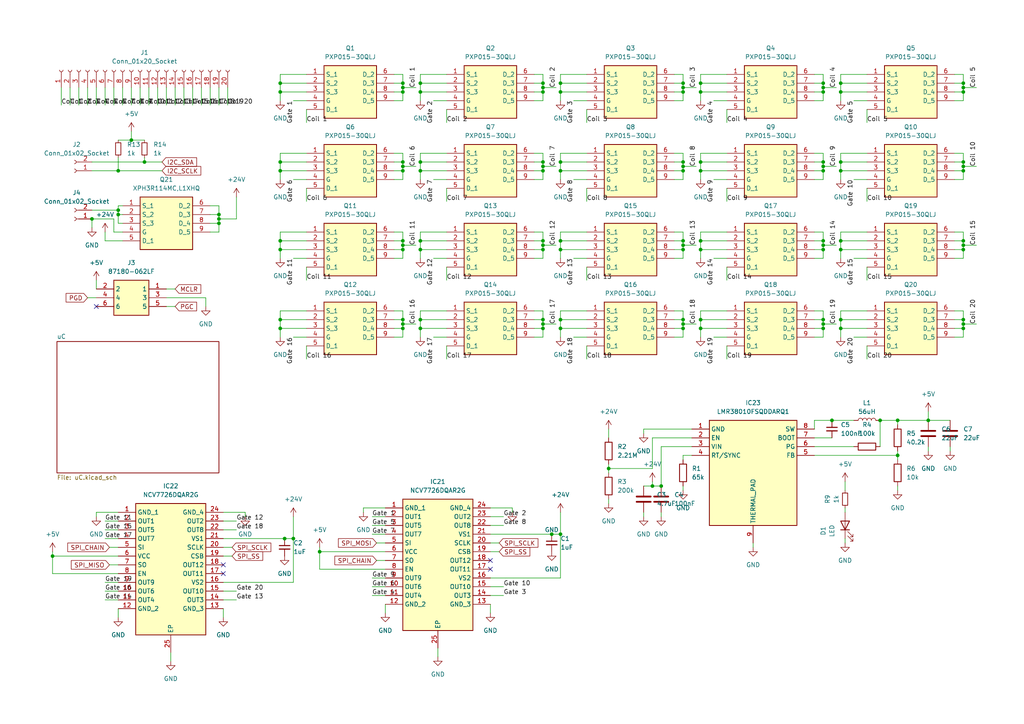
<source format=kicad_sch>
(kicad_sch (version 20230121) (generator eeschema)

  (uuid 20ac3af4-752e-47df-8a3c-a3e484a982d7)

  (paper "A4")

  

  (junction (at 162.56 49.53) (diameter 0) (color 0 0 0 0)
    (uuid 0248a82e-c03f-47cc-abef-90bd41b2b5d7)
  )
  (junction (at 260.35 121.92) (diameter 0) (color 0 0 0 0)
    (uuid 02ccc721-819d-4739-aa54-4979a1b4463a)
  )
  (junction (at 162.56 26.67) (diameter 0) (color 0 0 0 0)
    (uuid 0447376b-3c87-4054-83bb-3740b4ce3a12)
  )
  (junction (at 116.84 93.98) (diameter 0) (color 0 0 0 0)
    (uuid 04a1b62d-6148-422c-9b42-42c0f510a824)
  )
  (junction (at 157.48 92.71) (diameter 0) (color 0 0 0 0)
    (uuid 04ce7ba5-bacb-41c8-99df-d2c6c1bcdb70)
  )
  (junction (at 269.24 121.92) (diameter 0) (color 0 0 0 0)
    (uuid 0594eb80-a4f2-40e9-b5e3-5fe64acfd2a4)
  )
  (junction (at 198.12 92.71) (diameter 0) (color 0 0 0 0)
    (uuid 0639b122-e142-4576-8c08-f5655f5f19ec)
  )
  (junction (at 260.35 132.08) (diameter 0) (color 0 0 0 0)
    (uuid 0f1170df-3b6f-4b98-b1e6-e2c9c468cd60)
  )
  (junction (at 157.48 93.98) (diameter 0) (color 0 0 0 0)
    (uuid 10cc76c3-90b8-4449-a807-e41145b6d099)
  )
  (junction (at 279.4 69.85) (diameter 0) (color 0 0 0 0)
    (uuid 116f9b3d-dcae-46c5-b12f-fadedc34860c)
  )
  (junction (at 203.2 24.13) (diameter 0) (color 0 0 0 0)
    (uuid 117b0994-c764-4886-aa55-bade9327100e)
  )
  (junction (at 203.2 49.53) (diameter 0) (color 0 0 0 0)
    (uuid 1412b5bb-88bd-4d56-bb68-6f719f1596b0)
  )
  (junction (at 121.92 26.67) (diameter 0) (color 0 0 0 0)
    (uuid 1d1e471f-6f62-4ef3-ba3b-0e30afc7b2d8)
  )
  (junction (at 243.84 95.25) (diameter 0) (color 0 0 0 0)
    (uuid 1e253975-78b3-431d-9e0d-a3b0044e7738)
  )
  (junction (at 157.48 46.99) (diameter 0) (color 0 0 0 0)
    (uuid 1e5f2f32-5e77-4140-ab5a-72b483468114)
  )
  (junction (at 15.24 161.29) (diameter 0) (color 0 0 0 0)
    (uuid 21fddcef-c7ff-4f0b-90f6-1aa100f54a6f)
  )
  (junction (at 81.28 46.99) (diameter 0) (color 0 0 0 0)
    (uuid 22ffda87-0250-4377-8288-4cc627713a4b)
  )
  (junction (at 203.2 92.71) (diameter 0) (color 0 0 0 0)
    (uuid 24cad919-bc3a-422a-b910-0fd2ab7840d7)
  )
  (junction (at 241.3 121.92) (diameter 0) (color 0 0 0 0)
    (uuid 254a744b-7d65-4caf-b9a5-2e79ad4a244f)
  )
  (junction (at 255.27 121.92) (diameter 0) (color 0 0 0 0)
    (uuid 27750843-6523-4bed-805a-9fec7c93d025)
  )
  (junction (at 198.12 95.25) (diameter 0) (color 0 0 0 0)
    (uuid 2852f08f-0eee-41fc-bb6a-4f7683b459f9)
  )
  (junction (at 203.2 72.39) (diameter 0) (color 0 0 0 0)
    (uuid 2a75c8fc-c1c2-46df-a5f9-95de816b6738)
  )
  (junction (at 157.48 48.26) (diameter 0) (color 0 0 0 0)
    (uuid 2bb41cb4-83e7-4461-9de9-4f7cf350d3bc)
  )
  (junction (at 238.76 24.13) (diameter 0) (color 0 0 0 0)
    (uuid 2bdd086e-275d-4c55-8a17-0a1ccb0d23fe)
  )
  (junction (at 198.12 26.67) (diameter 0) (color 0 0 0 0)
    (uuid 2e4cabdf-41fd-495e-a8a6-0f799ba81e29)
  )
  (junction (at 34.29 62.23) (diameter 0) (color 0 0 0 0)
    (uuid 2ea72524-9efd-40ad-86e5-99ed91a1f477)
  )
  (junction (at 162.56 46.99) (diameter 0) (color 0 0 0 0)
    (uuid 301de7cd-9667-46ae-b344-35d94dab123f)
  )
  (junction (at 238.76 95.25) (diameter 0) (color 0 0 0 0)
    (uuid 33039f3d-0815-4d5f-a1b0-4a634f70283a)
  )
  (junction (at 116.84 25.4) (diameter 0) (color 0 0 0 0)
    (uuid 3549bbe1-f10c-435a-ba53-774f04efb2d8)
  )
  (junction (at 279.4 49.53) (diameter 0) (color 0 0 0 0)
    (uuid 35dbda42-205c-4ed9-b82a-f238aa1f1383)
  )
  (junction (at 238.76 69.85) (diameter 0) (color 0 0 0 0)
    (uuid 365c0019-8c28-4124-89fa-3a5dcc6dac14)
  )
  (junction (at 81.28 92.71) (diameter 0) (color 0 0 0 0)
    (uuid 367300ce-a356-404d-a87f-46acff521e03)
  )
  (junction (at 63.5 62.23) (diameter 0) (color 0 0 0 0)
    (uuid 3790cc5d-1ac7-43cd-a81a-1fedb2d45b81)
  )
  (junction (at 116.84 46.99) (diameter 0) (color 0 0 0 0)
    (uuid 3dcb14a2-bd3f-48d1-9340-2e9aa4430a8c)
  )
  (junction (at 238.76 26.67) (diameter 0) (color 0 0 0 0)
    (uuid 4109f745-a1e6-4e94-8ce3-8bc15bd87c2c)
  )
  (junction (at 279.4 92.71) (diameter 0) (color 0 0 0 0)
    (uuid 43e0e466-91f3-4db2-87ac-b9f044d0ae1f)
  )
  (junction (at 243.84 26.67) (diameter 0) (color 0 0 0 0)
    (uuid 45d5d689-ad19-4710-9831-63f44ef77f69)
  )
  (junction (at 92.71 160.02) (diameter 0) (color 0 0 0 0)
    (uuid 45de1102-577a-4ba0-87c7-a5219371e717)
  )
  (junction (at 121.92 69.85) (diameter 0) (color 0 0 0 0)
    (uuid 4797c0d0-3b86-42ea-96b1-d9f23cf2d2f8)
  )
  (junction (at 121.92 95.25) (diameter 0) (color 0 0 0 0)
    (uuid 47a3b3a8-246f-49d1-b8ba-9d3d7256a33c)
  )
  (junction (at 243.84 72.39) (diameter 0) (color 0 0 0 0)
    (uuid 57ad018c-afa3-4c21-8ccd-6ac1129e9b82)
  )
  (junction (at 116.84 26.67) (diameter 0) (color 0 0 0 0)
    (uuid 5f467c3f-120f-4b3b-82aa-705ec0607f99)
  )
  (junction (at 157.48 71.12) (diameter 0) (color 0 0 0 0)
    (uuid 607b0814-e167-45e8-baeb-1b4fe6b073a6)
  )
  (junction (at 176.53 135.89) (diameter 0) (color 0 0 0 0)
    (uuid 614f1e4f-9dbb-47f7-85fa-4a9e4c1ecfc1)
  )
  (junction (at 243.84 49.53) (diameter 0) (color 0 0 0 0)
    (uuid 673b0af3-7885-448a-b0af-45ea6846a5f6)
  )
  (junction (at 121.92 49.53) (diameter 0) (color 0 0 0 0)
    (uuid 6841f3c1-48a3-432b-8f3b-1f2b0636def0)
  )
  (junction (at 238.76 71.12) (diameter 0) (color 0 0 0 0)
    (uuid 68a637ee-9d6c-4176-87d9-f39b6c653848)
  )
  (junction (at 82.55 156.21) (diameter 0) (color 0 0 0 0)
    (uuid 68fece49-65b5-4a12-8948-b1daf2f35e75)
  )
  (junction (at 162.56 95.25) (diameter 0) (color 0 0 0 0)
    (uuid 701dbff1-7be1-4201-b05f-a88820c1476d)
  )
  (junction (at 63.5 64.77) (diameter 0) (color 0 0 0 0)
    (uuid 76ac22c4-c664-4d6b-8d10-c206bfa143c4)
  )
  (junction (at 198.12 71.12) (diameter 0) (color 0 0 0 0)
    (uuid 795e22b5-ad82-4e5c-a613-75a94f9baca0)
  )
  (junction (at 238.76 46.99) (diameter 0) (color 0 0 0 0)
    (uuid 7a534530-705a-4e21-adf5-32906f0b8253)
  )
  (junction (at 81.28 69.85) (diameter 0) (color 0 0 0 0)
    (uuid 7aa52260-841e-4c50-b975-b58f14f73453)
  )
  (junction (at 198.12 46.99) (diameter 0) (color 0 0 0 0)
    (uuid 7f7b4135-c111-4415-8bb4-3e1604d2a83b)
  )
  (junction (at 279.4 26.67) (diameter 0) (color 0 0 0 0)
    (uuid 80c655b9-658f-4de3-ad5c-6f5d98e61dc7)
  )
  (junction (at 279.4 48.26) (diameter 0) (color 0 0 0 0)
    (uuid 82b66a7e-c32a-4bfe-9f1f-22b2a41fcf5c)
  )
  (junction (at 162.56 24.13) (diameter 0) (color 0 0 0 0)
    (uuid 832d2a7d-8470-41ad-aae5-698b1859d92b)
  )
  (junction (at 203.2 26.67) (diameter 0) (color 0 0 0 0)
    (uuid 83967395-8223-448c-871d-dd537c1bd1fd)
  )
  (junction (at 34.29 60.96) (diameter 0) (color 0 0 0 0)
    (uuid 8ad92dbb-f92f-4be6-b73f-453f8f903fcd)
  )
  (junction (at 243.84 69.85) (diameter 0) (color 0 0 0 0)
    (uuid 8c6c1f97-0305-44ed-ac05-0bbaa668e542)
  )
  (junction (at 198.12 48.26) (diameter 0) (color 0 0 0 0)
    (uuid 8ce4455b-954f-483f-bb90-cc7e19aafa4b)
  )
  (junction (at 243.84 46.99) (diameter 0) (color 0 0 0 0)
    (uuid 8fab4996-fc98-41cf-8423-0abdf6ad3e76)
  )
  (junction (at 116.84 71.12) (diameter 0) (color 0 0 0 0)
    (uuid 904eaba8-35f9-48d0-9518-bf86719f303d)
  )
  (junction (at 279.4 71.12) (diameter 0) (color 0 0 0 0)
    (uuid 91c3c43a-78ac-4c97-ba11-25facaeeeb8e)
  )
  (junction (at 238.76 48.26) (diameter 0) (color 0 0 0 0)
    (uuid 92d5e5bd-c2db-43bb-8bb8-760f5f2a454f)
  )
  (junction (at 121.92 92.71) (diameter 0) (color 0 0 0 0)
    (uuid 9400aa3b-3d66-440a-8e4c-61dc8ccbd325)
  )
  (junction (at 203.2 46.99) (diameter 0) (color 0 0 0 0)
    (uuid 94e9f01c-81bb-4b54-b64c-9902aeff1b26)
  )
  (junction (at 279.4 25.4) (diameter 0) (color 0 0 0 0)
    (uuid 9585375b-3ecc-4269-8de7-ce103f345c9c)
  )
  (junction (at 81.28 24.13) (diameter 0) (color 0 0 0 0)
    (uuid 98a2d20c-a431-4c96-b9e8-f85151a3cd5b)
  )
  (junction (at 160.02 154.94) (diameter 0) (color 0 0 0 0)
    (uuid 9bd51dee-7eb7-40b3-98ca-c88ce2ca98c5)
  )
  (junction (at 238.76 93.98) (diameter 0) (color 0 0 0 0)
    (uuid 9c9ca38e-57a8-401f-9441-25d0fcbcee52)
  )
  (junction (at 198.12 69.85) (diameter 0) (color 0 0 0 0)
    (uuid 9fbf4590-b514-4b6e-a11a-72ff3d2ff210)
  )
  (junction (at 41.91 46.99) (diameter 0) (color 0 0 0 0)
    (uuid a0a502e8-e33b-49b9-9a0a-34dae7282f37)
  )
  (junction (at 238.76 49.53) (diameter 0) (color 0 0 0 0)
    (uuid a41c51e1-0d56-4d00-8b5b-d290b057df84)
  )
  (junction (at 81.28 26.67) (diameter 0) (color 0 0 0 0)
    (uuid a50f14ca-6486-446f-8b65-57143d62fa7a)
  )
  (junction (at 162.56 69.85) (diameter 0) (color 0 0 0 0)
    (uuid a6244b55-04ed-465b-8bdf-16c2e2e8f6a1)
  )
  (junction (at 198.12 49.53) (diameter 0) (color 0 0 0 0)
    (uuid a6257257-a782-42cb-8c2a-19baad19e053)
  )
  (junction (at 116.84 72.39) (diameter 0) (color 0 0 0 0)
    (uuid a7f0274e-1ca9-4647-9f6a-6b0c181c2360)
  )
  (junction (at 162.56 92.71) (diameter 0) (color 0 0 0 0)
    (uuid a81651ca-dd34-4e9c-93b2-938027e54e6d)
  )
  (junction (at 121.92 72.39) (diameter 0) (color 0 0 0 0)
    (uuid a8ca4251-21ed-4222-8f08-258e3bdf9ae5)
  )
  (junction (at 116.84 95.25) (diameter 0) (color 0 0 0 0)
    (uuid a914e033-e432-48ef-9701-1adb7f95d53f)
  )
  (junction (at 189.23 140.97) (diameter 0) (color 0 0 0 0)
    (uuid ac2b7f57-5dff-456f-8daf-a5720ada83c4)
  )
  (junction (at 198.12 93.98) (diameter 0) (color 0 0 0 0)
    (uuid ae243f91-8605-49ce-b42c-97c81a4c7ced)
  )
  (junction (at 157.48 95.25) (diameter 0) (color 0 0 0 0)
    (uuid af299215-57a5-4996-bd19-bbb6b8bc75ba)
  )
  (junction (at 157.48 69.85) (diameter 0) (color 0 0 0 0)
    (uuid b312b163-7a53-4fd9-beba-2e7dd2edda59)
  )
  (junction (at 157.48 24.13) (diameter 0) (color 0 0 0 0)
    (uuid b388ad88-f052-40fc-bb7b-7bc14f978862)
  )
  (junction (at 157.48 26.67) (diameter 0) (color 0 0 0 0)
    (uuid b742133c-7770-45d4-8124-77dcd992ff36)
  )
  (junction (at 121.92 46.99) (diameter 0) (color 0 0 0 0)
    (uuid b987b04a-d432-426c-abab-3b74684bf163)
  )
  (junction (at 116.84 69.85) (diameter 0) (color 0 0 0 0)
    (uuid b9a1a580-de4f-4731-b306-435f1135697c)
  )
  (junction (at 203.2 69.85) (diameter 0) (color 0 0 0 0)
    (uuid bb1b9e1f-f8af-45c1-bb4a-f424c29e84a0)
  )
  (junction (at 279.4 24.13) (diameter 0) (color 0 0 0 0)
    (uuid bcb096d5-ccdb-4a84-8170-27906ff54198)
  )
  (junction (at 38.1 40.64) (diameter 0) (color 0 0 0 0)
    (uuid be77f766-6b45-41af-94b3-6c3250896daa)
  )
  (junction (at 121.92 24.13) (diameter 0) (color 0 0 0 0)
    (uuid c0ecf8dc-13b5-4b85-b9d1-8e7545b23498)
  )
  (junction (at 162.56 154.94) (diameter 0) (color 0 0 0 0)
    (uuid c11abce9-ae51-4cd5-ac9d-b14817a6d4ad)
  )
  (junction (at 238.76 25.4) (diameter 0) (color 0 0 0 0)
    (uuid c2bad9f1-9756-4a34-b5db-e03c85d2c8ef)
  )
  (junction (at 203.2 95.25) (diameter 0) (color 0 0 0 0)
    (uuid c33b495d-9fee-4919-a6ba-58ad1f64cb29)
  )
  (junction (at 157.48 72.39) (diameter 0) (color 0 0 0 0)
    (uuid c7617cd3-ba74-4f3c-a57b-1870ca7c619c)
  )
  (junction (at 81.28 49.53) (diameter 0) (color 0 0 0 0)
    (uuid c7c74491-733d-4f1e-b204-270f4a64093b)
  )
  (junction (at 198.12 24.13) (diameter 0) (color 0 0 0 0)
    (uuid c7fea58c-ea7f-4f10-b34a-66fdb9c32285)
  )
  (junction (at 279.4 72.39) (diameter 0) (color 0 0 0 0)
    (uuid cb24a1a8-2f6f-4bf1-b595-611cee12e203)
  )
  (junction (at 81.28 72.39) (diameter 0) (color 0 0 0 0)
    (uuid d0fc67de-dacf-4fd4-b965-b027b377d412)
  )
  (junction (at 243.84 92.71) (diameter 0) (color 0 0 0 0)
    (uuid d3225a3e-db4a-4fe3-9416-301ba7589a3f)
  )
  (junction (at 34.29 49.53) (diameter 0) (color 0 0 0 0)
    (uuid d447b331-2425-4659-a733-65987a9f962c)
  )
  (junction (at 26.67 63.5) (diameter 0) (color 0 0 0 0)
    (uuid d53cf44f-c82d-4a48-9154-9a37b6974fe1)
  )
  (junction (at 238.76 92.71) (diameter 0) (color 0 0 0 0)
    (uuid dd493df3-23b5-40ea-ac89-f766366f0ecc)
  )
  (junction (at 162.56 72.39) (diameter 0) (color 0 0 0 0)
    (uuid df64d4d8-ef60-46b2-b000-5af243283770)
  )
  (junction (at 279.4 46.99) (diameter 0) (color 0 0 0 0)
    (uuid e27f8cc2-058a-48f4-b19c-1701eb17c42d)
  )
  (junction (at 81.28 95.25) (diameter 0) (color 0 0 0 0)
    (uuid e4804d94-9af3-4d4b-a9b4-0317d47014ea)
  )
  (junction (at 116.84 24.13) (diameter 0) (color 0 0 0 0)
    (uuid e72b1c09-7cd6-4ad8-b3d1-ffd714b63db8)
  )
  (junction (at 238.76 72.39) (diameter 0) (color 0 0 0 0)
    (uuid e7a23a6f-d392-4d6e-a1b8-9c21c47868c9)
  )
  (junction (at 243.84 24.13) (diameter 0) (color 0 0 0 0)
    (uuid e8b1403f-3f34-47c3-959e-952b1aca2032)
  )
  (junction (at 63.5 63.5) (diameter 0) (color 0 0 0 0)
    (uuid e8f4292f-b3d6-43eb-abc1-d332a00e91f1)
  )
  (junction (at 191.77 140.97) (diameter 0) (color 0 0 0 0)
    (uuid e99df581-e2f0-416d-b69c-bb44d8c85d82)
  )
  (junction (at 157.48 49.53) (diameter 0) (color 0 0 0 0)
    (uuid ef4aeb5a-0f15-4f09-98f5-c87299ae013b)
  )
  (junction (at 85.09 156.21) (diameter 0) (color 0 0 0 0)
    (uuid ef80f7ce-ef57-444b-adf3-10fca6f4630b)
  )
  (junction (at 116.84 92.71) (diameter 0) (color 0 0 0 0)
    (uuid f0e71f8c-ab61-4737-9f3a-065c7f67322f)
  )
  (junction (at 157.48 25.4) (diameter 0) (color 0 0 0 0)
    (uuid f194d156-c803-42b6-a8b7-86384c68fa26)
  )
  (junction (at 198.12 25.4) (diameter 0) (color 0 0 0 0)
    (uuid f767f587-8e8a-4dc5-a048-fd55447b6551)
  )
  (junction (at 116.84 48.26) (diameter 0) (color 0 0 0 0)
    (uuid f85954cb-c185-46c7-a974-18a89dbd826c)
  )
  (junction (at 116.84 49.53) (diameter 0) (color 0 0 0 0)
    (uuid f8dba84a-34dd-47ac-9184-b958997c03b3)
  )
  (junction (at 198.12 72.39) (diameter 0) (color 0 0 0 0)
    (uuid fafb11f4-e98e-4d17-b4b1-6d9d02591f44)
  )
  (junction (at 279.4 95.25) (diameter 0) (color 0 0 0 0)
    (uuid ffa1e230-dce1-47c7-91fe-ef28db163437)
  )
  (junction (at 279.4 93.98) (diameter 0) (color 0 0 0 0)
    (uuid ffcceadf-f9c1-4eea-a127-3a827d682769)
  )

  (no_connect (at 142.24 165.1) (uuid 0f71f387-5ee8-4d08-8306-30cd0a058e5c))
  (no_connect (at 64.77 166.37) (uuid 5dd0bc4e-5745-40f7-9a35-5e198b8ad2a7))
  (no_connect (at 64.77 163.83) (uuid 76ad5360-8adc-4893-9a74-d1f950955c3f))
  (no_connect (at 142.24 162.56) (uuid 8bd45596-52e0-4492-b1f7-5514f5b1b429))
  (no_connect (at 27.94 88.9) (uuid 9d4e5677-b05e-4ca6-858f-6a43ae60df5e))

  (wire (pts (xy 64.77 168.91) (xy 85.09 168.91))
    (stroke (width 0) (type default))
    (uuid 00482a3d-ad75-4891-8453-e1fc391c0010)
  )
  (wire (pts (xy 162.56 95.25) (xy 162.56 97.79))
    (stroke (width 0) (type default))
    (uuid 0072b908-b633-401d-b2bc-3c7ea19b75e8)
  )
  (wire (pts (xy 251.46 29.21) (xy 247.65 29.21))
    (stroke (width 0) (type default))
    (uuid 01da2760-10f3-4851-80a0-9576ea146b14)
  )
  (wire (pts (xy 198.12 90.17) (xy 198.12 92.71))
    (stroke (width 0) (type default))
    (uuid 02fb1d88-6ca5-440f-8e46-2096426be766)
  )
  (wire (pts (xy 15.24 161.29) (xy 15.24 166.37))
    (stroke (width 0) (type default))
    (uuid 03233e77-f89b-4454-af78-219cad552c86)
  )
  (wire (pts (xy 121.92 21.59) (xy 129.54 21.59))
    (stroke (width 0) (type default))
    (uuid 03236f07-b356-4879-a7b9-6842f720eb4d)
  )
  (wire (pts (xy 162.56 67.31) (xy 170.18 67.31))
    (stroke (width 0) (type default))
    (uuid 0469b161-053c-466c-be6d-ee4eb93d80ca)
  )
  (wire (pts (xy 279.4 67.31) (xy 279.4 69.85))
    (stroke (width 0) (type default))
    (uuid 04f3eb08-80d5-4597-a9c3-613dedeb15d8)
  )
  (wire (pts (xy 245.11 148.59) (xy 245.11 147.32))
    (stroke (width 0) (type default))
    (uuid 0510aef4-2ed1-4974-bfb7-f7609018d8b4)
  )
  (wire (pts (xy 81.28 26.67) (xy 88.9 26.67))
    (stroke (width 0) (type default))
    (uuid 05669087-364b-43d4-ba77-d9d8e6a9ef17)
  )
  (wire (pts (xy 157.48 25.4) (xy 157.48 26.67))
    (stroke (width 0) (type default))
    (uuid 05ad862c-06ce-44da-a8df-0c267b6e08b4)
  )
  (wire (pts (xy 170.18 74.93) (xy 166.37 74.93))
    (stroke (width 0) (type default))
    (uuid 05c92512-5480-4d99-a445-ff83f4a45ffa)
  )
  (wire (pts (xy 203.2 67.31) (xy 203.2 69.85))
    (stroke (width 0) (type default))
    (uuid 06847b4d-66d2-4306-a8b5-cc665632ef7c)
  )
  (wire (pts (xy 64.77 153.67) (xy 68.58 153.67))
    (stroke (width 0) (type default))
    (uuid 06fc2b1a-ecc8-4c1d-9077-a4a1b73066d4)
  )
  (wire (pts (xy 279.4 24.13) (xy 279.4 25.4))
    (stroke (width 0) (type default))
    (uuid 072e5bf6-7815-43a8-a1f8-55a4ffa9f317)
  )
  (wire (pts (xy 64.77 173.99) (xy 68.58 173.99))
    (stroke (width 0) (type default))
    (uuid 07b377a4-c999-4404-acb5-61f890d5f89b)
  )
  (wire (pts (xy 260.35 130.81) (xy 260.35 132.08))
    (stroke (width 0) (type default))
    (uuid 0872e249-a18b-473d-b998-c12c9cd3a1ce)
  )
  (wire (pts (xy 203.2 24.13) (xy 210.82 24.13))
    (stroke (width 0) (type default))
    (uuid 08e6f494-1f64-4ed2-a70b-c03aca5881a7)
  )
  (wire (pts (xy 198.12 95.25) (xy 198.12 97.79))
    (stroke (width 0) (type default))
    (uuid 09f048ab-7510-4097-948b-28651e1763fc)
  )
  (wire (pts (xy 40.64 25.4) (xy 40.64 30.48))
    (stroke (width 0) (type default))
    (uuid 0a4fac0a-2734-496e-9f19-bc625c21b34a)
  )
  (wire (pts (xy 238.76 92.71) (xy 238.76 93.98))
    (stroke (width 0) (type default))
    (uuid 0a8d62fe-8439-46e0-8cc7-c8cbaf017b35)
  )
  (wire (pts (xy 236.22 44.45) (xy 238.76 44.45))
    (stroke (width 0) (type default))
    (uuid 0aa9ea7a-9600-47cc-a345-aa0e75d8c1b4)
  )
  (wire (pts (xy 279.4 25.4) (xy 279.4 26.67))
    (stroke (width 0) (type default))
    (uuid 0b3edaba-df2c-43f5-966d-cc6045da71bf)
  )
  (wire (pts (xy 114.3 44.45) (xy 116.84 44.45))
    (stroke (width 0) (type default))
    (uuid 0b70aba9-7bff-4ef1-adfe-779f03f29bb9)
  )
  (wire (pts (xy 81.28 90.17) (xy 81.28 92.71))
    (stroke (width 0) (type default))
    (uuid 0b71067b-fc51-4842-80ff-6940504ebc3d)
  )
  (wire (pts (xy 154.94 69.85) (xy 157.48 69.85))
    (stroke (width 0) (type default))
    (uuid 0ba7ffcc-5e58-4043-bdac-fc9cdb4922d0)
  )
  (wire (pts (xy 189.23 127) (xy 189.23 135.89))
    (stroke (width 0) (type default))
    (uuid 0bb42792-488f-4cdb-bedd-c3573bdcde89)
  )
  (wire (pts (xy 203.2 21.59) (xy 210.82 21.59))
    (stroke (width 0) (type default))
    (uuid 0cabb289-fa00-4521-8960-0512163d5b0c)
  )
  (wire (pts (xy 157.48 95.25) (xy 157.48 97.79))
    (stroke (width 0) (type default))
    (uuid 0ce47aee-d173-41a1-83d4-fd32d63cae58)
  )
  (wire (pts (xy 92.71 160.02) (xy 111.76 160.02))
    (stroke (width 0) (type default))
    (uuid 0e323218-1e87-44b1-97eb-a2259581e4f7)
  )
  (wire (pts (xy 34.29 60.96) (xy 34.29 62.23))
    (stroke (width 0) (type default))
    (uuid 0ebb862c-eadb-4c6d-a00f-2307eea6a13c)
  )
  (wire (pts (xy 157.48 49.53) (xy 157.48 52.07))
    (stroke (width 0) (type default))
    (uuid 0f53bd1f-b499-4070-a988-0750b6455768)
  )
  (wire (pts (xy 189.23 139.7) (xy 189.23 140.97))
    (stroke (width 0) (type default))
    (uuid 0f8bb768-723e-4c69-a97c-d98a04516646)
  )
  (wire (pts (xy 30.48 171.45) (xy 34.29 171.45))
    (stroke (width 0) (type default))
    (uuid 0faed0f1-3ddb-4fc9-80a1-74b46995b7b1)
  )
  (wire (pts (xy 142.24 149.86) (xy 146.05 149.86))
    (stroke (width 0) (type default))
    (uuid 10b91ed3-5cc5-49c3-b23d-c3ca412e2588)
  )
  (wire (pts (xy 276.86 67.31) (xy 279.4 67.31))
    (stroke (width 0) (type default))
    (uuid 10c096e8-38a2-4f54-b2af-4fab06fe4662)
  )
  (wire (pts (xy 210.82 100.33) (xy 210.82 104.14))
    (stroke (width 0) (type default))
    (uuid 10e0c106-a7d9-4ff4-9d34-06ce106fa2d6)
  )
  (wire (pts (xy 276.86 69.85) (xy 279.4 69.85))
    (stroke (width 0) (type default))
    (uuid 11388ebe-31cb-441f-9a03-bb45a51cbdde)
  )
  (wire (pts (xy 198.12 93.98) (xy 201.93 93.98))
    (stroke (width 0) (type default))
    (uuid 11c49789-1327-499f-bbce-1cb5717ec58a)
  )
  (wire (pts (xy 238.76 21.59) (xy 238.76 24.13))
    (stroke (width 0) (type default))
    (uuid 11dc0dfd-bf0e-4818-82a7-b6b1423ddfb2)
  )
  (wire (pts (xy 251.46 52.07) (xy 247.65 52.07))
    (stroke (width 0) (type default))
    (uuid 135497a1-6cbd-42fc-8e05-fbebb329f9ee)
  )
  (wire (pts (xy 109.22 162.56) (xy 111.76 162.56))
    (stroke (width 0) (type default))
    (uuid 14084061-4722-4d92-aa94-41ba91b603af)
  )
  (wire (pts (xy 60.96 64.77) (xy 63.5 64.77))
    (stroke (width 0) (type default))
    (uuid 14c072ea-c8f7-44bd-a2e7-1ede2a45d4c6)
  )
  (wire (pts (xy 17.78 25.4) (xy 17.78 30.48))
    (stroke (width 0) (type default))
    (uuid 1546054e-f7cf-4cd0-a363-baa18cd9e23f)
  )
  (wire (pts (xy 107.95 167.64) (xy 111.76 167.64))
    (stroke (width 0) (type default))
    (uuid 1662326f-a059-4b93-8dba-29f7fd9f3010)
  )
  (wire (pts (xy 121.92 21.59) (xy 121.92 24.13))
    (stroke (width 0) (type default))
    (uuid 17a311a9-63f5-414b-86ff-46e373177f5a)
  )
  (wire (pts (xy 276.86 26.67) (xy 279.4 26.67))
    (stroke (width 0) (type default))
    (uuid 189cbc18-8402-4483-b237-5554ee31547f)
  )
  (wire (pts (xy 109.22 157.48) (xy 111.76 157.48))
    (stroke (width 0) (type default))
    (uuid 19234847-37d5-4552-9701-50270db478c9)
  )
  (wire (pts (xy 157.48 67.31) (xy 157.48 69.85))
    (stroke (width 0) (type default))
    (uuid 199b945a-7945-47cd-b982-e4ca954d7145)
  )
  (wire (pts (xy 198.12 48.26) (xy 198.12 49.53))
    (stroke (width 0) (type default))
    (uuid 1a9eba9a-c166-4ce8-9478-1cce37f440ef)
  )
  (wire (pts (xy 129.54 74.93) (xy 125.73 74.93))
    (stroke (width 0) (type default))
    (uuid 1ae7ad8f-6f95-490a-98cc-380515666d84)
  )
  (wire (pts (xy 157.48 25.4) (xy 161.29 25.4))
    (stroke (width 0) (type default))
    (uuid 1b615ca4-fb29-43ae-8d89-c389fd9345b4)
  )
  (wire (pts (xy 195.58 74.93) (xy 198.12 74.93))
    (stroke (width 0) (type default))
    (uuid 1bf2d950-b969-4f5d-8081-e43a524e133f)
  )
  (wire (pts (xy 170.18 52.07) (xy 166.37 52.07))
    (stroke (width 0) (type default))
    (uuid 1c3a6314-f36b-48a3-a865-b0d0bdb4a4bc)
  )
  (wire (pts (xy 154.94 26.67) (xy 157.48 26.67))
    (stroke (width 0) (type default))
    (uuid 1c7fe5ab-98fd-452b-bc3e-3ea1bda19c66)
  )
  (wire (pts (xy 241.3 121.92) (xy 247.65 121.92))
    (stroke (width 0) (type default))
    (uuid 1c938805-940f-47d6-b17a-0d1a5947989b)
  )
  (wire (pts (xy 81.28 21.59) (xy 81.28 24.13))
    (stroke (width 0) (type default))
    (uuid 1da55556-a88d-40e7-abbe-e2c54094ec12)
  )
  (wire (pts (xy 121.92 92.71) (xy 129.54 92.71))
    (stroke (width 0) (type default))
    (uuid 1dff6e20-8c1e-468c-9979-fdb41b0bd932)
  )
  (wire (pts (xy 22.86 25.4) (xy 22.86 30.48))
    (stroke (width 0) (type default))
    (uuid 1e9cf6c5-b6bc-4226-96fe-dc4ca0c10f77)
  )
  (wire (pts (xy 186.69 124.46) (xy 200.66 124.46))
    (stroke (width 0) (type default))
    (uuid 1ed2a31d-76e7-4303-b729-ad2a6824de64)
  )
  (wire (pts (xy 142.24 170.18) (xy 146.05 170.18))
    (stroke (width 0) (type default))
    (uuid 1fb87e60-64b0-470f-8eea-4813b4182717)
  )
  (wire (pts (xy 71.12 148.59) (xy 71.12 149.86))
    (stroke (width 0) (type default))
    (uuid 1fd8b29f-d5a6-466e-bba3-3bbdb0310274)
  )
  (wire (pts (xy 50.8 25.4) (xy 50.8 30.48))
    (stroke (width 0) (type default))
    (uuid 203fd056-61bd-4254-a371-1c6bcb43bbb4)
  )
  (wire (pts (xy 162.56 26.67) (xy 162.56 29.21))
    (stroke (width 0) (type default))
    (uuid 20a5da8d-8657-4d58-8c7d-ecf5dde434f7)
  )
  (wire (pts (xy 162.56 92.71) (xy 170.18 92.71))
    (stroke (width 0) (type default))
    (uuid 21a53a7b-7b64-4959-b18e-d2146b4d8643)
  )
  (wire (pts (xy 60.96 67.31) (xy 63.5 67.31))
    (stroke (width 0) (type default))
    (uuid 21f4f34c-ab73-4536-a5c7-767bf14a98b6)
  )
  (wire (pts (xy 203.2 72.39) (xy 210.82 72.39))
    (stroke (width 0) (type default))
    (uuid 22119b34-c3b1-48e3-a202-d5782d2f20e6)
  )
  (wire (pts (xy 243.84 26.67) (xy 243.84 29.21))
    (stroke (width 0) (type default))
    (uuid 222f43d7-ca35-40c9-aec1-adac7e5e65dd)
  )
  (wire (pts (xy 279.4 48.26) (xy 283.21 48.26))
    (stroke (width 0) (type default))
    (uuid 23289c6c-ab90-4b7e-b768-5dd26828d13e)
  )
  (wire (pts (xy 238.76 69.85) (xy 238.76 71.12))
    (stroke (width 0) (type default))
    (uuid 235f5fa2-dc0f-44e8-8791-f6350b586a4d)
  )
  (wire (pts (xy 15.24 161.29) (xy 34.29 161.29))
    (stroke (width 0) (type default))
    (uuid 24a9ef59-7d12-42c1-ba8e-0aa79f2effb7)
  )
  (wire (pts (xy 154.94 21.59) (xy 157.48 21.59))
    (stroke (width 0) (type default))
    (uuid 257cc396-70b6-40fa-958b-27ab971a9705)
  )
  (wire (pts (xy 186.69 148.59) (xy 186.69 149.86))
    (stroke (width 0) (type default))
    (uuid 25b3ab5f-ee7b-4b96-b240-4fe32b5781be)
  )
  (wire (pts (xy 81.28 95.25) (xy 81.28 97.79))
    (stroke (width 0) (type default))
    (uuid 25ee8a9f-5f22-414b-bc7f-a3e7357cb22b)
  )
  (wire (pts (xy 116.84 48.26) (xy 116.84 49.53))
    (stroke (width 0) (type default))
    (uuid 26449a49-5242-47a1-b1e2-30bd7da3905f)
  )
  (wire (pts (xy 176.53 134.62) (xy 176.53 135.89))
    (stroke (width 0) (type default))
    (uuid 268444be-b9b9-4664-bcc6-7efadfb3348a)
  )
  (wire (pts (xy 243.84 49.53) (xy 243.84 52.07))
    (stroke (width 0) (type default))
    (uuid 26c9407f-10d4-483e-b3fd-b490e795aa73)
  )
  (wire (pts (xy 116.84 95.25) (xy 116.84 97.79))
    (stroke (width 0) (type default))
    (uuid 26cb885c-5dff-4038-9e92-3773549dd259)
  )
  (wire (pts (xy 243.84 72.39) (xy 243.84 74.93))
    (stroke (width 0) (type default))
    (uuid 26ff0ba0-7d1e-405e-b04a-fdf11bda1387)
  )
  (wire (pts (xy 162.56 21.59) (xy 162.56 24.13))
    (stroke (width 0) (type default))
    (uuid 2754127a-fab7-4766-b095-c5abe444f32f)
  )
  (wire (pts (xy 82.55 156.21) (xy 85.09 156.21))
    (stroke (width 0) (type default))
    (uuid 275c93e4-45bd-4f94-b0fb-71b21f2f0535)
  )
  (wire (pts (xy 116.84 46.99) (xy 116.84 48.26))
    (stroke (width 0) (type default))
    (uuid 27823303-45cd-44df-afb7-e78cf51cafed)
  )
  (wire (pts (xy 279.4 21.59) (xy 279.4 24.13))
    (stroke (width 0) (type default))
    (uuid 27936b1f-fdf2-4063-9ec9-cd5b4dea26b7)
  )
  (wire (pts (xy 111.76 175.26) (xy 111.76 177.8))
    (stroke (width 0) (type default))
    (uuid 285251e3-b494-4094-85e5-beb763aa3386)
  )
  (wire (pts (xy 114.3 97.79) (xy 116.84 97.79))
    (stroke (width 0) (type default))
    (uuid 289529ce-336c-4194-add6-daed26bb19e2)
  )
  (wire (pts (xy 114.3 26.67) (xy 116.84 26.67))
    (stroke (width 0) (type default))
    (uuid 28fc9c7d-9bee-4082-82b9-9685a5be771a)
  )
  (wire (pts (xy 116.84 24.13) (xy 116.84 25.4))
    (stroke (width 0) (type default))
    (uuid 2923129f-6fcf-4c96-9d54-5193c1577ff3)
  )
  (wire (pts (xy 148.59 147.32) (xy 148.59 148.59))
    (stroke (width 0) (type default))
    (uuid 297c61a7-f567-4be9-ac20-7145e930d6f6)
  )
  (wire (pts (xy 48.26 25.4) (xy 48.26 30.48))
    (stroke (width 0) (type default))
    (uuid 2a112aa8-b308-4e45-90bf-4074fb40535e)
  )
  (wire (pts (xy 107.95 149.86) (xy 111.76 149.86))
    (stroke (width 0) (type default))
    (uuid 2b0e34c8-3a29-4873-8b6c-2cf4e4a09959)
  )
  (wire (pts (xy 121.92 72.39) (xy 121.92 74.93))
    (stroke (width 0) (type default))
    (uuid 2b9eb3d4-35d7-4a1f-844e-3bd787f56b9d)
  )
  (wire (pts (xy 195.58 49.53) (xy 198.12 49.53))
    (stroke (width 0) (type default))
    (uuid 2c93c349-08bd-4a89-8f7b-cc3af9910a0b)
  )
  (wire (pts (xy 162.56 44.45) (xy 162.56 46.99))
    (stroke (width 0) (type default))
    (uuid 2caf62ef-f60d-4bbf-8a65-d1692ec7bd61)
  )
  (wire (pts (xy 238.76 49.53) (xy 238.76 52.07))
    (stroke (width 0) (type default))
    (uuid 2cfd92dd-f1d4-49eb-b78b-9216ceb8b6a6)
  )
  (wire (pts (xy 157.48 26.67) (xy 157.48 29.21))
    (stroke (width 0) (type default))
    (uuid 2d2519cd-01c2-4d23-a9e8-c5c77c452047)
  )
  (wire (pts (xy 195.58 95.25) (xy 198.12 95.25))
    (stroke (width 0) (type default))
    (uuid 2d927ffe-dae6-4215-a3fd-89078b359305)
  )
  (wire (pts (xy 243.84 26.67) (xy 251.46 26.67))
    (stroke (width 0) (type default))
    (uuid 2ec10677-16c7-4862-8960-13f54d8d7056)
  )
  (wire (pts (xy 116.84 71.12) (xy 116.84 72.39))
    (stroke (width 0) (type default))
    (uuid 2f169a92-69e0-48aa-b904-4e273837f256)
  )
  (wire (pts (xy 198.12 92.71) (xy 198.12 93.98))
    (stroke (width 0) (type default))
    (uuid 30a08157-87fc-4fdc-aa40-9c51c1a57da0)
  )
  (wire (pts (xy 33.02 67.31) (xy 35.56 67.31))
    (stroke (width 0) (type default))
    (uuid 30e42300-0fcc-4880-9f2f-991f22fa2ae2)
  )
  (wire (pts (xy 116.84 92.71) (xy 116.84 93.98))
    (stroke (width 0) (type default))
    (uuid 31ea2a3d-e9d9-4f9e-97d3-9b38e5c2fb82)
  )
  (wire (pts (xy 35.56 25.4) (xy 35.56 30.48))
    (stroke (width 0) (type default))
    (uuid 321c6796-43b3-4cc4-9a45-b71e66d050d6)
  )
  (wire (pts (xy 68.58 57.15) (xy 68.58 63.5))
    (stroke (width 0) (type default))
    (uuid 32300505-fd66-429c-9189-508597eac145)
  )
  (wire (pts (xy 81.28 67.31) (xy 88.9 67.31))
    (stroke (width 0) (type default))
    (uuid 3238e98f-9b07-475d-9f35-6eb472a5090c)
  )
  (wire (pts (xy 238.76 93.98) (xy 242.57 93.98))
    (stroke (width 0) (type default))
    (uuid 3284f74d-ee52-45cf-ab2b-4192cf050583)
  )
  (wire (pts (xy 30.48 69.85) (xy 35.56 69.85))
    (stroke (width 0) (type default))
    (uuid 32f96361-5b63-488b-8337-0b8e6a20eccf)
  )
  (wire (pts (xy 53.34 25.4) (xy 53.34 30.48))
    (stroke (width 0) (type default))
    (uuid 335a2eb2-b4e8-4b32-868f-adeabb8460ea)
  )
  (wire (pts (xy 238.76 48.26) (xy 242.57 48.26))
    (stroke (width 0) (type default))
    (uuid 3362b935-af78-4ffb-b793-75b0a2c04c51)
  )
  (wire (pts (xy 116.84 93.98) (xy 116.84 95.25))
    (stroke (width 0) (type default))
    (uuid 3391099a-b1b4-461a-9479-768c90c7d104)
  )
  (wire (pts (xy 269.24 119.38) (xy 269.24 121.92))
    (stroke (width 0) (type default))
    (uuid 33f5df5a-74be-4fbb-a466-02057d0ad329)
  )
  (wire (pts (xy 105.41 147.32) (xy 105.41 148.59))
    (stroke (width 0) (type default))
    (uuid 340d026d-0ed9-4e9d-8813-78da3d7556bc)
  )
  (wire (pts (xy 210.82 29.21) (xy 207.01 29.21))
    (stroke (width 0) (type default))
    (uuid 3427fa4e-a160-4f21-8d94-5fec9d1d2eb9)
  )
  (wire (pts (xy 116.84 25.4) (xy 116.84 26.67))
    (stroke (width 0) (type default))
    (uuid 348ab2e2-1034-4991-85c1-357bb4964694)
  )
  (wire (pts (xy 236.22 129.54) (xy 247.65 129.54))
    (stroke (width 0) (type default))
    (uuid 34af8cf4-6281-4bba-aab6-0437ca6d07b8)
  )
  (wire (pts (xy 157.48 48.26) (xy 161.29 48.26))
    (stroke (width 0) (type default))
    (uuid 34eed963-18cd-4dba-a1b7-adb85c0e8eaa)
  )
  (wire (pts (xy 30.48 25.4) (xy 30.48 30.48))
    (stroke (width 0) (type default))
    (uuid 35bd6774-28b6-465c-aba2-4847a7564420)
  )
  (wire (pts (xy 34.29 49.53) (xy 46.99 49.53))
    (stroke (width 0) (type default))
    (uuid 35ea35da-f61d-4efe-9e66-d107658ed341)
  )
  (wire (pts (xy 27.94 25.4) (xy 27.94 30.48))
    (stroke (width 0) (type default))
    (uuid 364a613f-e886-4fce-843e-1a8e282f2002)
  )
  (wire (pts (xy 129.54 77.47) (xy 129.54 81.28))
    (stroke (width 0) (type default))
    (uuid 3795622c-6ba9-4301-b228-597285fec337)
  )
  (wire (pts (xy 162.56 21.59) (xy 170.18 21.59))
    (stroke (width 0) (type default))
    (uuid 38a7753d-7b5e-463a-bdd7-1be7d287508d)
  )
  (wire (pts (xy 114.3 52.07) (xy 116.84 52.07))
    (stroke (width 0) (type default))
    (uuid 39366de3-0f74-446e-a5a3-6540c427d461)
  )
  (wire (pts (xy 198.12 49.53) (xy 198.12 52.07))
    (stroke (width 0) (type default))
    (uuid 39527211-4c55-4518-b3ae-eddf400bc995)
  )
  (wire (pts (xy 49.53 189.23) (xy 49.53 191.77))
    (stroke (width 0) (type default))
    (uuid 399fb8c0-17d1-46d1-b06a-d25ee90271b8)
  )
  (wire (pts (xy 243.84 92.71) (xy 243.84 95.25))
    (stroke (width 0) (type default))
    (uuid 39c4161a-0a43-4559-a080-856e9e7f9c1f)
  )
  (wire (pts (xy 121.92 46.99) (xy 129.54 46.99))
    (stroke (width 0) (type default))
    (uuid 3a27db4e-13a2-4f76-98e7-a1e11d76029e)
  )
  (wire (pts (xy 41.91 46.99) (xy 46.99 46.99))
    (stroke (width 0) (type default))
    (uuid 3bf80656-60a2-41f1-807b-563f244fedb6)
  )
  (wire (pts (xy 210.82 54.61) (xy 210.82 58.42))
    (stroke (width 0) (type default))
    (uuid 3c698902-ab9a-4b44-bef3-b661c0b683dc)
  )
  (wire (pts (xy 81.28 69.85) (xy 88.9 69.85))
    (stroke (width 0) (type default))
    (uuid 3cf11785-1d84-4b38-b2b2-c3c14f082084)
  )
  (wire (pts (xy 30.48 67.31) (xy 30.48 69.85))
    (stroke (width 0) (type default))
    (uuid 3dc64d62-6e8a-4ae7-92cc-422e839e8f0b)
  )
  (wire (pts (xy 195.58 90.17) (xy 198.12 90.17))
    (stroke (width 0) (type default))
    (uuid 3e6ccfb3-b58b-4eb4-92e6-95407099ec15)
  )
  (wire (pts (xy 154.94 95.25) (xy 157.48 95.25))
    (stroke (width 0) (type default))
    (uuid 3e945e8a-e729-4646-a291-9040355a46d5)
  )
  (wire (pts (xy 203.2 90.17) (xy 210.82 90.17))
    (stroke (width 0) (type default))
    (uuid 3e993f0d-7570-416d-b9ad-a0cddc0f4039)
  )
  (wire (pts (xy 121.92 49.53) (xy 121.92 52.07))
    (stroke (width 0) (type default))
    (uuid 3eedf702-09d6-43f9-bcd5-a7ba87efa96e)
  )
  (wire (pts (xy 107.95 154.94) (xy 111.76 154.94))
    (stroke (width 0) (type default))
    (uuid 3ef2d1a7-de67-4f11-94ae-3ec8a88ae82c)
  )
  (wire (pts (xy 203.2 69.85) (xy 210.82 69.85))
    (stroke (width 0) (type default))
    (uuid 3f0725d9-fd2c-4635-ad17-5e0f17ef7544)
  )
  (wire (pts (xy 26.67 63.5) (xy 33.02 63.5))
    (stroke (width 0) (type default))
    (uuid 3f676ed1-a62f-4144-aaec-772347a05e55)
  )
  (wire (pts (xy 236.22 49.53) (xy 238.76 49.53))
    (stroke (width 0) (type default))
    (uuid 3f7eb606-c73b-4745-aa1a-b2e674a149ff)
  )
  (wire (pts (xy 279.4 92.71) (xy 279.4 93.98))
    (stroke (width 0) (type default))
    (uuid 3f9cd663-dee7-457a-85aa-f7f4442dc30f)
  )
  (wire (pts (xy 238.76 67.31) (xy 238.76 69.85))
    (stroke (width 0) (type default))
    (uuid 40a89eb3-738c-4040-94c0-0db1670781fd)
  )
  (wire (pts (xy 238.76 95.25) (xy 238.76 97.79))
    (stroke (width 0) (type default))
    (uuid 40ea6022-cb78-4ee2-901e-b8362546c603)
  )
  (wire (pts (xy 25.4 86.36) (xy 27.94 86.36))
    (stroke (width 0) (type default))
    (uuid 41b1e168-c930-471f-9b63-5b09a75a87dd)
  )
  (wire (pts (xy 15.24 166.37) (xy 34.29 166.37))
    (stroke (width 0) (type default))
    (uuid 41b9dc92-b105-444d-9ec8-81cf2e4a8250)
  )
  (wire (pts (xy 236.22 29.21) (xy 238.76 29.21))
    (stroke (width 0) (type default))
    (uuid 4214a0b3-4251-423e-84d5-9fa2bae61ecc)
  )
  (wire (pts (xy 162.56 49.53) (xy 170.18 49.53))
    (stroke (width 0) (type default))
    (uuid 42d02123-efd9-49e9-82d3-7606169c9eea)
  )
  (wire (pts (xy 88.9 97.79) (xy 85.09 97.79))
    (stroke (width 0) (type default))
    (uuid 448b23c7-5e46-4446-8353-5575e46f9ff7)
  )
  (wire (pts (xy 114.3 21.59) (xy 116.84 21.59))
    (stroke (width 0) (type default))
    (uuid 44a37736-e7f6-4b5e-a665-2a40502b86d2)
  )
  (wire (pts (xy 33.02 25.4) (xy 33.02 30.48))
    (stroke (width 0) (type default))
    (uuid 4657a492-55db-486f-80f2-35a4bb645261)
  )
  (wire (pts (xy 170.18 77.47) (xy 170.18 81.28))
    (stroke (width 0) (type default))
    (uuid 4658b93e-fcb7-485e-a9bd-e6627c1de6d4)
  )
  (wire (pts (xy 279.4 93.98) (xy 283.21 93.98))
    (stroke (width 0) (type default))
    (uuid 46908491-be0a-40c0-98f3-78806c38c249)
  )
  (wire (pts (xy 34.29 62.23) (xy 34.29 64.77))
    (stroke (width 0) (type default))
    (uuid 46e11a6e-fe03-4491-80bf-4b17687a046d)
  )
  (wire (pts (xy 121.92 26.67) (xy 129.54 26.67))
    (stroke (width 0) (type default))
    (uuid 47912e27-bb87-4886-9ac4-23312964127e)
  )
  (wire (pts (xy 243.84 21.59) (xy 251.46 21.59))
    (stroke (width 0) (type default))
    (uuid 47e936c0-8b0b-49ff-84a5-a99f75d55130)
  )
  (wire (pts (xy 114.3 90.17) (xy 116.84 90.17))
    (stroke (width 0) (type default))
    (uuid 48d7b10d-2d00-4968-84de-dcb13ccf410e)
  )
  (wire (pts (xy 162.56 46.99) (xy 170.18 46.99))
    (stroke (width 0) (type default))
    (uuid 4be18a0f-1314-489b-9f1d-da4322afd19c)
  )
  (wire (pts (xy 121.92 46.99) (xy 121.92 49.53))
    (stroke (width 0) (type default))
    (uuid 4c085359-4033-42d2-9a74-a8fdaa024422)
  )
  (wire (pts (xy 238.76 93.98) (xy 238.76 95.25))
    (stroke (width 0) (type default))
    (uuid 4c29b954-f9ac-4f11-9262-51fdc2214190)
  )
  (wire (pts (xy 236.22 24.13) (xy 238.76 24.13))
    (stroke (width 0) (type default))
    (uuid 4c55a9c5-e759-4453-9f0b-2c9a9dc466f7)
  )
  (wire (pts (xy 114.3 24.13) (xy 116.84 24.13))
    (stroke (width 0) (type default))
    (uuid 4dc1daf9-5f4e-40f0-a03b-7a49d0c27ec3)
  )
  (wire (pts (xy 198.12 72.39) (xy 198.12 74.93))
    (stroke (width 0) (type default))
    (uuid 4e1611e2-4e35-4600-9167-654e17ff809c)
  )
  (wire (pts (xy 276.86 21.59) (xy 279.4 21.59))
    (stroke (width 0) (type default))
    (uuid 4e8bb002-49ec-4127-9c2d-12303ba4e6d0)
  )
  (wire (pts (xy 26.67 46.99) (xy 41.91 46.99))
    (stroke (width 0) (type default))
    (uuid 4fd66efb-8bd7-4390-8100-79ed5a76ce05)
  )
  (wire (pts (xy 81.28 72.39) (xy 81.28 74.93))
    (stroke (width 0) (type default))
    (uuid 4ffe0514-e2e7-48e4-9bbd-49cd381fb5b6)
  )
  (wire (pts (xy 243.84 46.99) (xy 243.84 49.53))
    (stroke (width 0) (type default))
    (uuid 51af909b-bb4d-4e7a-a22d-2cc88d89cdde)
  )
  (wire (pts (xy 64.77 151.13) (xy 68.58 151.13))
    (stroke (width 0) (type default))
    (uuid 51f1724c-f812-4fb2-9d6c-d1ef8c3800cc)
  )
  (wire (pts (xy 26.67 60.96) (xy 34.29 60.96))
    (stroke (width 0) (type default))
    (uuid 52146867-7bce-4bd5-8132-e69efff740be)
  )
  (wire (pts (xy 276.86 46.99) (xy 279.4 46.99))
    (stroke (width 0) (type default))
    (uuid 5294606a-c846-47e6-834f-4339bab167a4)
  )
  (wire (pts (xy 243.84 49.53) (xy 251.46 49.53))
    (stroke (width 0) (type default))
    (uuid 534dd721-f8db-4e8f-b0d0-56dd8c8319bf)
  )
  (wire (pts (xy 121.92 92.71) (xy 121.92 95.25))
    (stroke (width 0) (type default))
    (uuid 53b66ff3-e00f-4d35-8be1-a430f6850139)
  )
  (wire (pts (xy 63.5 59.69) (xy 63.5 62.23))
    (stroke (width 0) (type default))
    (uuid 5451f9e2-1532-4e2c-b41d-199602b6189d)
  )
  (wire (pts (xy 238.76 26.67) (xy 238.76 29.21))
    (stroke (width 0) (type default))
    (uuid 54c097f1-5420-403c-9fe4-f3ecbd591914)
  )
  (wire (pts (xy 238.76 72.39) (xy 238.76 74.93))
    (stroke (width 0) (type default))
    (uuid 556b7117-651b-450a-865f-dc45b30b3393)
  )
  (wire (pts (xy 162.56 49.53) (xy 162.56 52.07))
    (stroke (width 0) (type default))
    (uuid 5807e104-341f-4548-bd6b-1ad901750e4e)
  )
  (wire (pts (xy 60.96 62.23) (xy 63.5 62.23))
    (stroke (width 0) (type default))
    (uuid 581c4fd2-9c1e-43f3-bf46-0f354d413a1a)
  )
  (wire (pts (xy 243.84 21.59) (xy 243.84 24.13))
    (stroke (width 0) (type default))
    (uuid 58eac174-be8d-422c-beb2-5e2c291247d3)
  )
  (wire (pts (xy 203.2 95.25) (xy 203.2 97.79))
    (stroke (width 0) (type default))
    (uuid 5a5fdc51-fb20-459b-8283-1b6258b31d5c)
  )
  (wire (pts (xy 154.94 29.21) (xy 157.48 29.21))
    (stroke (width 0) (type default))
    (uuid 5a9952da-c0bd-4611-bf3c-106102fac198)
  )
  (wire (pts (xy 245.11 139.7) (xy 245.11 142.24))
    (stroke (width 0) (type default))
    (uuid 5af04694-3045-490b-8edf-eb27f25c1b39)
  )
  (wire (pts (xy 162.56 90.17) (xy 162.56 92.71))
    (stroke (width 0) (type default))
    (uuid 5bb3c50e-0de4-47f5-8e80-2315db6459c6)
  )
  (wire (pts (xy 162.56 26.67) (xy 170.18 26.67))
    (stroke (width 0) (type default))
    (uuid 5cc31d01-4688-4dae-8d6e-84572ecadb64)
  )
  (wire (pts (xy 198.12 93.98) (xy 198.12 95.25))
    (stroke (width 0) (type default))
    (uuid 5d10ac96-253b-4c84-8825-2b64d34e6efc)
  )
  (wire (pts (xy 154.94 44.45) (xy 157.48 44.45))
    (stroke (width 0) (type default))
    (uuid 5d87ba4a-8505-42b2-8400-bc87d6b0fa7c)
  )
  (wire (pts (xy 203.2 46.99) (xy 210.82 46.99))
    (stroke (width 0) (type default))
    (uuid 5e5f04fb-e23f-44f1-b6ff-ff9a698bd78d)
  )
  (wire (pts (xy 48.26 83.82) (xy 50.8 83.82))
    (stroke (width 0) (type default))
    (uuid 5ef1177f-c475-4748-8b99-c559232ca7e3)
  )
  (wire (pts (xy 236.22 121.92) (xy 241.3 121.92))
    (stroke (width 0) (type default))
    (uuid 5fdd8dfc-9ea0-4940-b718-dd70c99c7d82)
  )
  (wire (pts (xy 198.12 71.12) (xy 198.12 72.39))
    (stroke (width 0) (type default))
    (uuid 60c9e45c-dabf-4b63-9a20-0d2da4101f3a)
  )
  (wire (pts (xy 41.91 45.72) (xy 41.91 46.99))
    (stroke (width 0) (type default))
    (uuid 60cf43e8-dd43-45b3-8714-2bfdcfd3d479)
  )
  (wire (pts (xy 176.53 144.78) (xy 176.53 146.05))
    (stroke (width 0) (type default))
    (uuid 61976f9c-b87b-4ea5-8179-bbc4cf6f2c9f)
  )
  (wire (pts (xy 105.41 147.32) (xy 111.76 147.32))
    (stroke (width 0) (type default))
    (uuid 628e0b1a-7ac6-4fdf-8b6a-5254df97b3ae)
  )
  (wire (pts (xy 236.22 69.85) (xy 238.76 69.85))
    (stroke (width 0) (type default))
    (uuid 62a45d3b-e2bd-4e69-82ce-7f4621ca2a6c)
  )
  (wire (pts (xy 176.53 135.89) (xy 176.53 137.16))
    (stroke (width 0) (type default))
    (uuid 63508e83-1e51-44b6-afe8-9bd1277b9bc7)
  )
  (wire (pts (xy 186.69 124.46) (xy 186.69 125.73))
    (stroke (width 0) (type default))
    (uuid 64160e88-5aae-474a-838c-6481e4576a39)
  )
  (wire (pts (xy 243.84 46.99) (xy 251.46 46.99))
    (stroke (width 0) (type default))
    (uuid 6455def1-f605-4b4f-8f71-da8e2ba81a87)
  )
  (wire (pts (xy 198.12 46.99) (xy 198.12 48.26))
    (stroke (width 0) (type default))
    (uuid 65a7b6d0-4720-4639-9581-8a3e2cd7aecf)
  )
  (wire (pts (xy 88.9 54.61) (xy 88.9 58.42))
    (stroke (width 0) (type default))
    (uuid 6768d637-189c-4396-b1e5-9727e0bebd50)
  )
  (wire (pts (xy 238.76 44.45) (xy 238.76 46.99))
    (stroke (width 0) (type default))
    (uuid 678ae138-dc74-4283-86da-8fb5137e0a77)
  )
  (wire (pts (xy 203.2 21.59) (xy 203.2 24.13))
    (stroke (width 0) (type default))
    (uuid 684788ec-209f-4291-b433-b88243238439)
  )
  (wire (pts (xy 129.54 54.61) (xy 129.54 58.42))
    (stroke (width 0) (type default))
    (uuid 692cca2d-3683-41fc-b48f-fc593af42b30)
  )
  (wire (pts (xy 236.22 95.25) (xy 238.76 95.25))
    (stroke (width 0) (type default))
    (uuid 6a092629-b5dd-4f8a-b79f-11038d404419)
  )
  (wire (pts (xy 276.86 29.21) (xy 279.4 29.21))
    (stroke (width 0) (type default))
    (uuid 6a4a634d-01f9-4fc3-9e0d-35d0b6b2c778)
  )
  (wire (pts (xy 238.76 71.12) (xy 242.57 71.12))
    (stroke (width 0) (type default))
    (uuid 6a56bd7d-4278-43d1-9d8d-bd55fb1335b9)
  )
  (wire (pts (xy 154.94 72.39) (xy 157.48 72.39))
    (stroke (width 0) (type default))
    (uuid 6a824396-078d-4133-9aa7-978c8ea276ab)
  )
  (wire (pts (xy 203.2 67.31) (xy 210.82 67.31))
    (stroke (width 0) (type default))
    (uuid 6a9decfb-b9e0-4ce5-96bf-856115599163)
  )
  (wire (pts (xy 189.23 127) (xy 200.66 127))
    (stroke (width 0) (type default))
    (uuid 6addc459-2ed9-4165-ac6e-66c4e784ba30)
  )
  (wire (pts (xy 243.84 44.45) (xy 243.84 46.99))
    (stroke (width 0) (type default))
    (uuid 6b64c9da-bc54-40c4-a817-5df626df6b35)
  )
  (wire (pts (xy 198.12 25.4) (xy 198.12 26.67))
    (stroke (width 0) (type default))
    (uuid 6cca32d0-d18f-4811-95c9-ba1d1c6d52fa)
  )
  (wire (pts (xy 236.22 127) (xy 241.3 127))
    (stroke (width 0) (type default))
    (uuid 6d1cea22-9722-4000-8f6f-c855d2ad78da)
  )
  (wire (pts (xy 121.92 67.31) (xy 129.54 67.31))
    (stroke (width 0) (type default))
    (uuid 6d573ef9-d615-4a66-ba68-30ed3ab414c6)
  )
  (wire (pts (xy 20.32 25.4) (xy 20.32 30.48))
    (stroke (width 0) (type default))
    (uuid 6d92c091-48e6-493e-b6c8-4ba31e960e06)
  )
  (wire (pts (xy 81.28 92.71) (xy 81.28 95.25))
    (stroke (width 0) (type default))
    (uuid 6e372f3b-48d7-4dc9-a6cf-eb65e13fdd41)
  )
  (wire (pts (xy 30.48 173.99) (xy 34.29 173.99))
    (stroke (width 0) (type default))
    (uuid 6e97a469-e501-4665-b20c-1462c90e0104)
  )
  (wire (pts (xy 276.86 95.25) (xy 279.4 95.25))
    (stroke (width 0) (type default))
    (uuid 6ef61814-c881-4df3-b23d-7c8915dc7be7)
  )
  (wire (pts (xy 279.4 25.4) (xy 283.21 25.4))
    (stroke (width 0) (type default))
    (uuid 6effb2fe-a070-4040-91ef-5ec63cd701ff)
  )
  (wire (pts (xy 176.53 135.89) (xy 189.23 135.89))
    (stroke (width 0) (type default))
    (uuid 6f2041b7-dd2e-4791-8b8c-ced62f5fe43b)
  )
  (wire (pts (xy 157.48 46.99) (xy 157.48 48.26))
    (stroke (width 0) (type default))
    (uuid 6f6a4962-7d54-4748-be6a-9fb92ec175cc)
  )
  (wire (pts (xy 88.9 77.47) (xy 88.9 81.28))
    (stroke (width 0) (type default))
    (uuid 70b754a2-0861-49e4-be43-90cff516f16d)
  )
  (wire (pts (xy 218.44 157.48) (xy 218.44 158.75))
    (stroke (width 0) (type default))
    (uuid 7158c60f-8be8-4d0f-9a08-7bead1dfd4ac)
  )
  (wire (pts (xy 63.5 62.23) (xy 63.5 63.5))
    (stroke (width 0) (type default))
    (uuid 71f6fde2-3f01-4c2f-9d7f-1d556f7ed0c2)
  )
  (wire (pts (xy 121.92 49.53) (xy 129.54 49.53))
    (stroke (width 0) (type default))
    (uuid 72195ec6-049d-40e8-8b72-9d37607b1754)
  )
  (wire (pts (xy 59.69 86.36) (xy 59.69 88.9))
    (stroke (width 0) (type default))
    (uuid 72df90c3-fe3c-47bf-a273-c5708280bc07)
  )
  (wire (pts (xy 243.84 67.31) (xy 251.46 67.31))
    (stroke (width 0) (type default))
    (uuid 72eccefb-5ac5-447e-aafb-519ebbdad651)
  )
  (wire (pts (xy 203.2 92.71) (xy 210.82 92.71))
    (stroke (width 0) (type default))
    (uuid 73cd5f06-29e3-41e5-8cd6-4f26cda15b24)
  )
  (wire (pts (xy 81.28 72.39) (xy 88.9 72.39))
    (stroke (width 0) (type default))
    (uuid 757c1388-b4f3-4431-8f11-93d2e62b1f4c)
  )
  (wire (pts (xy 238.76 25.4) (xy 242.57 25.4))
    (stroke (width 0) (type default))
    (uuid 75fedd30-4044-4643-9e87-c020b9212f38)
  )
  (wire (pts (xy 195.58 44.45) (xy 198.12 44.45))
    (stroke (width 0) (type default))
    (uuid 763651f0-e574-410a-b504-5a2ae34bb823)
  )
  (wire (pts (xy 238.76 25.4) (xy 238.76 26.67))
    (stroke (width 0) (type default))
    (uuid 766b3508-1fb7-4e4a-8811-07dab037ccd3)
  )
  (wire (pts (xy 34.29 64.77) (xy 35.56 64.77))
    (stroke (width 0) (type default))
    (uuid 7702900f-e1f2-459d-ae14-1648de4d7323)
  )
  (wire (pts (xy 276.86 72.39) (xy 279.4 72.39))
    (stroke (width 0) (type default))
    (uuid 770bf11c-df8c-4422-8c43-2c7ef06abfbf)
  )
  (wire (pts (xy 157.48 93.98) (xy 157.48 95.25))
    (stroke (width 0) (type default))
    (uuid 770e4e91-bf00-44fb-b2f6-77176d90ed13)
  )
  (wire (pts (xy 148.59 147.32) (xy 142.24 147.32))
    (stroke (width 0) (type default))
    (uuid 774853db-825b-41e6-bfcc-0df931fde365)
  )
  (wire (pts (xy 279.4 49.53) (xy 279.4 52.07))
    (stroke (width 0) (type default))
    (uuid 77a80381-9d00-46eb-b60d-b919997beaa0)
  )
  (wire (pts (xy 251.46 74.93) (xy 247.65 74.93))
    (stroke (width 0) (type default))
    (uuid 78c7bf08-b49c-49a9-96e9-fc7f5fb4e5bd)
  )
  (wire (pts (xy 25.4 25.4) (xy 25.4 30.48))
    (stroke (width 0) (type default))
    (uuid 79710124-54c5-4772-8350-4a72b7252e80)
  )
  (wire (pts (xy 45.72 25.4) (xy 45.72 30.48))
    (stroke (width 0) (type default))
    (uuid 79d8a6eb-8d4e-4bf2-9139-6fdcda27f400)
  )
  (wire (pts (xy 269.24 121.92) (xy 275.59 121.92))
    (stroke (width 0) (type default))
    (uuid 79de3dda-2b96-46a9-8116-59438d3b2da0)
  )
  (wire (pts (xy 260.35 121.92) (xy 269.24 121.92))
    (stroke (width 0) (type default))
    (uuid 7a0f2207-9c94-4a1c-8f4d-1e00453bb559)
  )
  (wire (pts (xy 121.92 95.25) (xy 129.54 95.25))
    (stroke (width 0) (type default))
    (uuid 7a539de7-ba16-47a6-b04d-59f6a70dee26)
  )
  (wire (pts (xy 210.82 74.93) (xy 207.01 74.93))
    (stroke (width 0) (type default))
    (uuid 7a6661cf-bd51-4b2b-8546-e1b0f07acd13)
  )
  (wire (pts (xy 251.46 31.75) (xy 251.46 35.56))
    (stroke (width 0) (type default))
    (uuid 7c305312-fe39-4498-a504-55bb7cf9f981)
  )
  (wire (pts (xy 236.22 21.59) (xy 238.76 21.59))
    (stroke (width 0) (type default))
    (uuid 7c9226b5-8bf9-4d81-8c1d-98289bb73f3b)
  )
  (wire (pts (xy 157.48 69.85) (xy 157.48 71.12))
    (stroke (width 0) (type default))
    (uuid 7d128e22-51b2-481a-bf3d-c809581132ff)
  )
  (wire (pts (xy 236.22 67.31) (xy 238.76 67.31))
    (stroke (width 0) (type default))
    (uuid 7dde4889-107b-4983-a0e5-cbdafbf0cc15)
  )
  (wire (pts (xy 276.86 52.07) (xy 279.4 52.07))
    (stroke (width 0) (type default))
    (uuid 7dde7b95-7fb2-4d85-ae8a-2dd1d23c413a)
  )
  (wire (pts (xy 236.22 97.79) (xy 238.76 97.79))
    (stroke (width 0) (type default))
    (uuid 7e4b0e94-9f25-4a93-aaed-234b8555b5ed)
  )
  (wire (pts (xy 236.22 72.39) (xy 238.76 72.39))
    (stroke (width 0) (type default))
    (uuid 7ee7dcfe-7419-4c69-8875-8e982759cf0d)
  )
  (wire (pts (xy 81.28 26.67) (xy 81.28 29.21))
    (stroke (width 0) (type default))
    (uuid 7f369812-924e-4d3b-ab0f-6e3b6ab6fcbd)
  )
  (wire (pts (xy 210.82 31.75) (xy 210.82 35.56))
    (stroke (width 0) (type default))
    (uuid 7fa8bba2-78fd-4829-9a67-41fd66e28bd9)
  )
  (wire (pts (xy 236.22 26.67) (xy 238.76 26.67))
    (stroke (width 0) (type default))
    (uuid 809839e5-03d7-424a-ad9c-99388168a1c6)
  )
  (wire (pts (xy 276.86 90.17) (xy 279.4 90.17))
    (stroke (width 0) (type default))
    (uuid 811f91e2-fdf2-4e73-8838-1c8d5d6c7b49)
  )
  (wire (pts (xy 48.26 88.9) (xy 50.8 88.9))
    (stroke (width 0) (type default))
    (uuid 823584b6-8c01-476e-87f2-8e6124551da4)
  )
  (wire (pts (xy 170.18 29.21) (xy 166.37 29.21))
    (stroke (width 0) (type default))
    (uuid 83c7debf-005d-4fe8-88e2-6cd42bbba521)
  )
  (wire (pts (xy 121.92 69.85) (xy 121.92 72.39))
    (stroke (width 0) (type default))
    (uuid 83e07a16-9877-4eb5-abaf-4f5df5c96163)
  )
  (wire (pts (xy 121.92 44.45) (xy 121.92 46.99))
    (stroke (width 0) (type default))
    (uuid 84679113-0ecb-450b-9e01-5048d7d93c36)
  )
  (wire (pts (xy 198.12 71.12) (xy 201.93 71.12))
    (stroke (width 0) (type default))
    (uuid 84d1bd91-f14d-4817-a914-ff414e2d545d)
  )
  (wire (pts (xy 236.22 52.07) (xy 238.76 52.07))
    (stroke (width 0) (type default))
    (uuid 8526a06c-73b1-4cfe-8c9b-3c555121f84f)
  )
  (wire (pts (xy 26.67 63.5) (xy 26.67 66.04))
    (stroke (width 0) (type default))
    (uuid 856016ad-4952-40e3-b3c6-746a3bb74bdc)
  )
  (wire (pts (xy 81.28 49.53) (xy 81.28 52.07))
    (stroke (width 0) (type default))
    (uuid 878dfd5a-5b7c-4593-b28a-74efd085207c)
  )
  (wire (pts (xy 129.54 31.75) (xy 129.54 35.56))
    (stroke (width 0) (type default))
    (uuid 87f67220-c059-417c-93a1-c8f876a0effb)
  )
  (wire (pts (xy 64.77 156.21) (xy 82.55 156.21))
    (stroke (width 0) (type default))
    (uuid 88f0fa71-ded0-4cb9-bd67-001e0eba2a42)
  )
  (wire (pts (xy 236.22 46.99) (xy 238.76 46.99))
    (stroke (width 0) (type default))
    (uuid 89839272-82a6-4c03-9aec-2cfddabdee71)
  )
  (wire (pts (xy 210.82 77.47) (xy 210.82 81.28))
    (stroke (width 0) (type default))
    (uuid 8984cf66-6b7b-47d3-b84e-cd9dac5a2bde)
  )
  (wire (pts (xy 34.29 45.72) (xy 34.29 49.53))
    (stroke (width 0) (type default))
    (uuid 89cf5eb6-098f-4b48-a7f1-3871a14ac061)
  )
  (wire (pts (xy 116.84 67.31) (xy 116.84 69.85))
    (stroke (width 0) (type default))
    (uuid 8a26dc22-121c-4d46-a776-a378dc0404d3)
  )
  (wire (pts (xy 157.48 90.17) (xy 157.48 92.71))
    (stroke (width 0) (type default))
    (uuid 8ad43d56-d7aa-45b6-a599-51833acd1360)
  )
  (wire (pts (xy 121.92 26.67) (xy 121.92 29.21))
    (stroke (width 0) (type default))
    (uuid 8b7f9cd8-6571-453b-ab18-f8540aadbaaa)
  )
  (wire (pts (xy 157.48 93.98) (xy 161.29 93.98))
    (stroke (width 0) (type default))
    (uuid 8bf94fe4-606d-4ddf-837d-58d2e386e6bd)
  )
  (wire (pts (xy 275.59 129.54) (xy 275.59 130.81))
    (stroke (width 0) (type default))
    (uuid 8d5d9961-1546-4766-9167-1bb7bfd53276)
  )
  (wire (pts (xy 203.2 49.53) (xy 210.82 49.53))
    (stroke (width 0) (type default))
    (uuid 8e196bca-c8d8-4e85-bf06-e856a21c3f3b)
  )
  (wire (pts (xy 195.58 52.07) (xy 198.12 52.07))
    (stroke (width 0) (type default))
    (uuid 8f66ee00-227e-45c7-a8b4-0a961a6c858e)
  )
  (wire (pts (xy 279.4 90.17) (xy 279.4 92.71))
    (stroke (width 0) (type default))
    (uuid 90408bd6-9433-4c91-b63d-3a9e02ce1999)
  )
  (wire (pts (xy 198.12 24.13) (xy 198.12 25.4))
    (stroke (width 0) (type default))
    (uuid 90a12029-0ba1-4008-8c10-fb50386d3a01)
  )
  (wire (pts (xy 162.56 154.94) (xy 162.56 167.64))
    (stroke (width 0) (type default))
    (uuid 90dc0e8d-a654-4d4c-b8a2-055b44282370)
  )
  (wire (pts (xy 191.77 129.54) (xy 200.66 129.54))
    (stroke (width 0) (type default))
    (uuid 92b4b645-86fe-4624-8874-c233febad7b5)
  )
  (wire (pts (xy 162.56 69.85) (xy 162.56 72.39))
    (stroke (width 0) (type default))
    (uuid 936e98ca-2159-46f5-b2a7-6dff1a14b5b5)
  )
  (wire (pts (xy 203.2 26.67) (xy 203.2 29.21))
    (stroke (width 0) (type default))
    (uuid 93c8c588-5c57-42bd-bb8c-b4eb23fa8682)
  )
  (wire (pts (xy 142.24 167.64) (xy 162.56 167.64))
    (stroke (width 0) (type default))
    (uuid 94b387ae-24a4-4023-9712-e7f0c6f90101)
  )
  (wire (pts (xy 38.1 40.64) (xy 41.91 40.64))
    (stroke (width 0) (type default))
    (uuid 95684190-b7aa-49e5-b5c8-b0ff65783f2b)
  )
  (wire (pts (xy 81.28 44.45) (xy 88.9 44.45))
    (stroke (width 0) (type default))
    (uuid 95a8eda9-7356-4088-9b19-70cf8ecdaf74)
  )
  (wire (pts (xy 198.12 25.4) (xy 201.93 25.4))
    (stroke (width 0) (type default))
    (uuid 95c13455-7912-421b-8602-2dc1992fb5b3)
  )
  (wire (pts (xy 243.84 72.39) (xy 251.46 72.39))
    (stroke (width 0) (type default))
    (uuid 95d0d803-019f-4033-bb07-62ba210e0440)
  )
  (wire (pts (xy 121.92 69.85) (xy 129.54 69.85))
    (stroke (width 0) (type default))
    (uuid 962b7ba4-653c-4cf7-9f27-3292241b1330)
  )
  (wire (pts (xy 279.4 71.12) (xy 279.4 72.39))
    (stroke (width 0) (type default))
    (uuid 983a83cb-ce5a-45b4-8ca7-904b0e04d84c)
  )
  (wire (pts (xy 38.1 25.4) (xy 38.1 30.48))
    (stroke (width 0) (type default))
    (uuid 999f7162-d8e5-4f6d-9e4c-ce8dfa30cbd6)
  )
  (wire (pts (xy 114.3 72.39) (xy 116.84 72.39))
    (stroke (width 0) (type default))
    (uuid 9a51c370-cd4b-4b29-95a9-822fd8865bc1)
  )
  (wire (pts (xy 81.28 44.45) (xy 81.28 46.99))
    (stroke (width 0) (type default))
    (uuid 9a52d981-3b28-4ea1-8f79-1b2d407c52c2)
  )
  (wire (pts (xy 85.09 156.21) (xy 85.09 168.91))
    (stroke (width 0) (type default))
    (uuid 9ba4cfd6-8d59-4053-adf5-551eb41331a3)
  )
  (wire (pts (xy 142.24 160.02) (xy 144.78 160.02))
    (stroke (width 0) (type default))
    (uuid 9bd9169f-b4c6-47fe-ab89-191d1192e224)
  )
  (wire (pts (xy 116.84 44.45) (xy 116.84 46.99))
    (stroke (width 0) (type default))
    (uuid 9cd6b4c2-c9e4-4eda-8cca-7c2e32848410)
  )
  (wire (pts (xy 243.84 95.25) (xy 251.46 95.25))
    (stroke (width 0) (type default))
    (uuid 9d44c9a7-c0fd-4f8c-a8d9-a0ed24dc4451)
  )
  (wire (pts (xy 243.84 24.13) (xy 243.84 26.67))
    (stroke (width 0) (type default))
    (uuid 9d74bc3d-2d53-4dd6-91db-c6b58c21bd8f)
  )
  (wire (pts (xy 154.94 46.99) (xy 157.48 46.99))
    (stroke (width 0) (type default))
    (uuid 9e80802a-fed2-4c10-8b7c-ddd8febba424)
  )
  (wire (pts (xy 279.4 71.12) (xy 283.21 71.12))
    (stroke (width 0) (type default))
    (uuid 9e9f6bd0-bc51-4f27-b0ce-02b5f0bbb085)
  )
  (wire (pts (xy 170.18 54.61) (xy 170.18 58.42))
    (stroke (width 0) (type default))
    (uuid 9f2d6333-8723-42d4-b82d-21e943d77c65)
  )
  (wire (pts (xy 27.94 148.59) (xy 27.94 149.86))
    (stroke (width 0) (type default))
    (uuid a000b8ae-add5-42b2-8122-8da060c9a33d)
  )
  (wire (pts (xy 129.54 52.07) (xy 125.73 52.07))
    (stroke (width 0) (type default))
    (uuid a01782cb-1e7f-4845-a7bc-4093ba10336f)
  )
  (wire (pts (xy 243.84 67.31) (xy 243.84 69.85))
    (stroke (width 0) (type default))
    (uuid a0ac87ba-77ae-4fef-9951-394e1a653c20)
  )
  (wire (pts (xy 114.3 95.25) (xy 116.84 95.25))
    (stroke (width 0) (type default))
    (uuid a0fcb1d5-6ff5-4dd5-b1a6-6c1927e5b3b8)
  )
  (wire (pts (xy 81.28 67.31) (xy 81.28 69.85))
    (stroke (width 0) (type default))
    (uuid a1c9c020-e4a6-45cd-a7f4-c9118135651e)
  )
  (wire (pts (xy 162.56 92.71) (xy 162.56 95.25))
    (stroke (width 0) (type default))
    (uuid a20396ad-1f1f-4e37-8af7-16a466cc2f42)
  )
  (wire (pts (xy 154.94 90.17) (xy 157.48 90.17))
    (stroke (width 0) (type default))
    (uuid a2663250-2019-4c0a-8109-50f84bccd42f)
  )
  (wire (pts (xy 260.35 121.92) (xy 260.35 123.19))
    (stroke (width 0) (type default))
    (uuid a27325bd-5764-4f9f-bb7a-7a981878ce46)
  )
  (wire (pts (xy 129.54 29.21) (xy 125.73 29.21))
    (stroke (width 0) (type default))
    (uuid a2e052f1-7284-401f-91a5-42993e5edba6)
  )
  (wire (pts (xy 276.86 44.45) (xy 279.4 44.45))
    (stroke (width 0) (type default))
    (uuid a2ef9665-6e1a-4581-a658-83084b888d70)
  )
  (wire (pts (xy 251.46 77.47) (xy 251.46 81.28))
    (stroke (width 0) (type default))
    (uuid a31e2665-b444-4ea6-862a-215fb7f8d02c)
  )
  (wire (pts (xy 243.84 90.17) (xy 251.46 90.17))
    (stroke (width 0) (type default))
    (uuid a32133b9-753c-4cd8-a023-7f0593710e9a)
  )
  (wire (pts (xy 279.4 95.25) (xy 279.4 97.79))
    (stroke (width 0) (type default))
    (uuid a3591b84-da63-4f81-be40-4d63d430bc44)
  )
  (wire (pts (xy 243.84 69.85) (xy 243.84 72.39))
    (stroke (width 0) (type default))
    (uuid a420389f-e701-49ae-aa19-cc7e36579e86)
  )
  (wire (pts (xy 66.04 25.4) (xy 66.04 30.48))
    (stroke (width 0) (type default))
    (uuid a425300d-bf26-435a-bbd7-1bb69038c004)
  )
  (wire (pts (xy 195.58 69.85) (xy 198.12 69.85))
    (stroke (width 0) (type default))
    (uuid a4f9653c-0b55-48e6-bb7d-66cc69d0dbdd)
  )
  (wire (pts (xy 114.3 67.31) (xy 116.84 67.31))
    (stroke (width 0) (type default))
    (uuid a53ab9a1-510e-4f44-b10b-68b662d2f043)
  )
  (wire (pts (xy 31.75 158.75) (xy 34.29 158.75))
    (stroke (width 0) (type default))
    (uuid a5e15578-c04b-4894-adc2-e2dd48f7a0c4)
  )
  (wire (pts (xy 243.84 90.17) (xy 243.84 92.71))
    (stroke (width 0) (type default))
    (uuid a5fb567a-a719-4748-966a-f5ed4045c51a)
  )
  (wire (pts (xy 276.86 92.71) (xy 279.4 92.71))
    (stroke (width 0) (type default))
    (uuid a730d524-a96c-4091-b79b-eda9b2834dea)
  )
  (wire (pts (xy 81.28 92.71) (xy 88.9 92.71))
    (stroke (width 0) (type default))
    (uuid a73233cf-7e0f-4d98-b597-6e40219ea127)
  )
  (wire (pts (xy 170.18 100.33) (xy 170.18 104.14))
    (stroke (width 0) (type default))
    (uuid a736a803-b585-450e-99d7-1ef74e10d0d1)
  )
  (wire (pts (xy 279.4 72.39) (xy 279.4 74.93))
    (stroke (width 0) (type default))
    (uuid a7847f1f-3b84-4758-8cc3-98c76784766d)
  )
  (wire (pts (xy 195.58 21.59) (xy 198.12 21.59))
    (stroke (width 0) (type default))
    (uuid a8059835-4b72-4093-8c38-f56c6b0e4eee)
  )
  (wire (pts (xy 198.12 69.85) (xy 198.12 71.12))
    (stroke (width 0) (type default))
    (uuid a8840fe2-d90e-4940-8158-b14e4a68248f)
  )
  (wire (pts (xy 203.2 92.71) (xy 203.2 95.25))
    (stroke (width 0) (type default))
    (uuid a8bb820b-96aa-4343-a676-177669872af0)
  )
  (wire (pts (xy 243.84 24.13) (xy 251.46 24.13))
    (stroke (width 0) (type default))
    (uuid a9110e63-f0b5-475e-ae4e-876db5ac6f91)
  )
  (wire (pts (xy 63.5 63.5) (xy 63.5 64.77))
    (stroke (width 0) (type default))
    (uuid aa493a7d-d011-41c3-b56e-6e7be2ed5b1c)
  )
  (wire (pts (xy 60.96 25.4) (xy 60.96 30.48))
    (stroke (width 0) (type default))
    (uuid abdb5cce-f3be-4e65-adf2-7eba20adedd5)
  )
  (wire (pts (xy 176.53 124.46) (xy 176.53 127))
    (stroke (width 0) (type default))
    (uuid abf7b580-4648-4474-afb5-1facdb7907e9)
  )
  (wire (pts (xy 81.28 46.99) (xy 81.28 49.53))
    (stroke (width 0) (type default))
    (uuid ad7a3b23-c8f8-4872-aece-cd59563ed9d0)
  )
  (wire (pts (xy 81.28 95.25) (xy 88.9 95.25))
    (stroke (width 0) (type default))
    (uuid aef002cd-8151-4026-95dd-31491e02811e)
  )
  (wire (pts (xy 189.23 140.97) (xy 191.77 140.97))
    (stroke (width 0) (type default))
    (uuid af993d33-5f5d-415b-ab1b-1b31239eab58)
  )
  (wire (pts (xy 198.12 26.67) (xy 198.12 29.21))
    (stroke (width 0) (type default))
    (uuid b0473dab-574a-4112-876f-a6de18df3620)
  )
  (wire (pts (xy 81.28 49.53) (xy 88.9 49.53))
    (stroke (width 0) (type default))
    (uuid b1417d8c-fecd-40af-bc4a-8e203d2a007e)
  )
  (wire (pts (xy 129.54 100.33) (xy 129.54 104.14))
    (stroke (width 0) (type default))
    (uuid b243f60f-aad7-4ff9-844b-5b94f19a71a6)
  )
  (wire (pts (xy 64.77 161.29) (xy 67.31 161.29))
    (stroke (width 0) (type default))
    (uuid b288b393-f6ae-4a14-a16f-a0a927e09b97)
  )
  (wire (pts (xy 81.28 24.13) (xy 88.9 24.13))
    (stroke (width 0) (type default))
    (uuid b2915a58-0985-42dd-89fb-6f9452edaafd)
  )
  (wire (pts (xy 198.12 132.08) (xy 200.66 132.08))
    (stroke (width 0) (type default))
    (uuid b2f68e2b-223a-4888-a2c9-5ed2fbf6006a)
  )
  (wire (pts (xy 127 187.96) (xy 127 190.5))
    (stroke (width 0) (type default))
    (uuid b37fec1c-cd1c-4db1-9575-0dd5a369be6c)
  )
  (wire (pts (xy 157.48 24.13) (xy 157.48 25.4))
    (stroke (width 0) (type default))
    (uuid b45413f1-4e52-4bd9-8986-f83e0abc4e0b)
  )
  (wire (pts (xy 276.86 49.53) (xy 279.4 49.53))
    (stroke (width 0) (type default))
    (uuid b471462e-27f8-43b0-8ae3-da988f0bb057)
  )
  (wire (pts (xy 34.29 176.53) (xy 34.29 179.07))
    (stroke (width 0) (type default))
    (uuid b5357f1d-52d7-49ed-b721-bf4e3ad8f8e6)
  )
  (wire (pts (xy 26.67 49.53) (xy 34.29 49.53))
    (stroke (width 0) (type default))
    (uuid b5381af9-52f4-4124-8a80-c720873f42ad)
  )
  (wire (pts (xy 116.84 72.39) (xy 116.84 74.93))
    (stroke (width 0) (type default))
    (uuid b56f6e9f-713b-4fb6-bbee-1d175c03e96f)
  )
  (wire (pts (xy 30.48 168.91) (xy 34.29 168.91))
    (stroke (width 0) (type default))
    (uuid b5702218-1439-46db-82e3-8fa0ebd4df8a)
  )
  (wire (pts (xy 121.92 24.13) (xy 129.54 24.13))
    (stroke (width 0) (type default))
    (uuid b5a6cf6c-db05-42d9-a985-846ec2522c76)
  )
  (wire (pts (xy 88.9 100.33) (xy 88.9 104.14))
    (stroke (width 0) (type default))
    (uuid b75882ef-9155-496a-a454-50d2f8da35ff)
  )
  (wire (pts (xy 64.77 176.53) (xy 64.77 179.07))
    (stroke (width 0) (type default))
    (uuid b7614e2c-e24d-4747-adf5-ee471ac9c58a)
  )
  (wire (pts (xy 203.2 72.39) (xy 203.2 74.93))
    (stroke (width 0) (type default))
    (uuid b76602a1-e119-4c27-bf88-cf3ed69a9851)
  )
  (wire (pts (xy 116.84 21.59) (xy 116.84 24.13))
    (stroke (width 0) (type default))
    (uuid b7c464b8-3907-4bf8-b2fe-b2aabba4f383)
  )
  (wire (pts (xy 81.28 90.17) (xy 88.9 90.17))
    (stroke (width 0) (type default))
    (uuid b802047f-a52b-4a91-b8bc-f95190a987a1)
  )
  (wire (pts (xy 142.24 157.48) (xy 144.78 157.48))
    (stroke (width 0) (type default))
    (uuid b8029a59-7ee3-48fc-a11a-3d177cbd0f6c)
  )
  (wire (pts (xy 210.82 52.07) (xy 207.01 52.07))
    (stroke (width 0) (type default))
    (uuid b8105293-0fd5-4e08-b1c7-1f9a23d482b7)
  )
  (wire (pts (xy 236.22 90.17) (xy 238.76 90.17))
    (stroke (width 0) (type default))
    (uuid b86c9ba9-2979-4770-90ce-c8ceaea31a52)
  )
  (wire (pts (xy 195.58 92.71) (xy 198.12 92.71))
    (stroke (width 0) (type default))
    (uuid b90aa3a3-8779-446d-b801-959ca1dbe39d)
  )
  (wire (pts (xy 279.4 44.45) (xy 279.4 46.99))
    (stroke (width 0) (type default))
    (uuid b968efd5-9e98-4259-8735-131a4c9a18e8)
  )
  (wire (pts (xy 162.56 46.99) (xy 162.56 49.53))
    (stroke (width 0) (type default))
    (uuid ba1fee54-d35f-4d15-a9dd-722b58137586)
  )
  (wire (pts (xy 195.58 46.99) (xy 198.12 46.99))
    (stroke (width 0) (type default))
    (uuid baecd861-4d9a-411f-a45a-8c65359d3bcb)
  )
  (wire (pts (xy 142.24 152.4) (xy 146.05 152.4))
    (stroke (width 0) (type default))
    (uuid bb3a02a8-59a1-446b-b03e-aeb403b44c98)
  )
  (wire (pts (xy 195.58 29.21) (xy 198.12 29.21))
    (stroke (width 0) (type default))
    (uuid bb942ba0-98af-45d7-a362-07b22e32b68a)
  )
  (wire (pts (xy 92.71 158.75) (xy 92.71 160.02))
    (stroke (width 0) (type default))
    (uuid bcdd502d-cf6b-4269-99ad-a554bcf7b020)
  )
  (wire (pts (xy 114.3 69.85) (xy 116.84 69.85))
    (stroke (width 0) (type default))
    (uuid bd45e46e-1694-4f6d-b053-ce87532c3446)
  )
  (wire (pts (xy 195.58 67.31) (xy 198.12 67.31))
    (stroke (width 0) (type default))
    (uuid bda9ce99-815b-436a-b12c-4cd55874dfa5)
  )
  (wire (pts (xy 203.2 26.67) (xy 210.82 26.67))
    (stroke (width 0) (type default))
    (uuid bf7812f2-1962-46da-8e5b-a34d048809e0)
  )
  (wire (pts (xy 114.3 74.93) (xy 116.84 74.93))
    (stroke (width 0) (type default))
    (uuid bf78850e-9e74-4bea-91b5-7bccdffa15e9)
  )
  (wire (pts (xy 121.92 44.45) (xy 129.54 44.45))
    (stroke (width 0) (type default))
    (uuid bf7c53aa-9d6f-4c8b-8837-fae9dab9413d)
  )
  (wire (pts (xy 269.24 129.54) (xy 269.24 130.81))
    (stroke (width 0) (type default))
    (uuid bfbc8154-9004-4e91-8ec8-80b2743f9b67)
  )
  (wire (pts (xy 121.92 90.17) (xy 129.54 90.17))
    (stroke (width 0) (type default))
    (uuid c038eb7e-efd2-4c4b-9de2-a4f64b098a7f)
  )
  (wire (pts (xy 63.5 63.5) (xy 68.58 63.5))
    (stroke (width 0) (type default))
    (uuid c04a02c8-78a0-4b9c-ac70-8473a5615815)
  )
  (wire (pts (xy 198.12 48.26) (xy 201.93 48.26))
    (stroke (width 0) (type default))
    (uuid c1368944-877a-413d-8343-eb76a8be5a84)
  )
  (wire (pts (xy 157.48 21.59) (xy 157.48 24.13))
    (stroke (width 0) (type default))
    (uuid c1998eae-133d-4531-9e65-d183a304e5e5)
  )
  (wire (pts (xy 170.18 31.75) (xy 170.18 35.56))
    (stroke (width 0) (type default))
    (uuid c278dde3-cda6-47ee-a889-c41a4111ee5a)
  )
  (wire (pts (xy 34.29 62.23) (xy 35.56 62.23))
    (stroke (width 0) (type default))
    (uuid c2aa6d8e-57a0-4ad7-a704-e48c22a0db92)
  )
  (wire (pts (xy 162.56 72.39) (xy 170.18 72.39))
    (stroke (width 0) (type default))
    (uuid c2d37bdb-b962-4ae2-b0c4-4df568dc4530)
  )
  (wire (pts (xy 157.48 72.39) (xy 157.48 74.93))
    (stroke (width 0) (type default))
    (uuid c346acc5-d3c9-49ba-ae19-5285d7b1064b)
  )
  (wire (pts (xy 43.18 25.4) (xy 43.18 30.48))
    (stroke (width 0) (type default))
    (uuid c5658864-6664-4611-81c9-72f8a942da8f)
  )
  (wire (pts (xy 243.84 92.71) (xy 251.46 92.71))
    (stroke (width 0) (type default))
    (uuid c62622dd-a0b7-4142-ac77-8c6e9ae5d78a)
  )
  (wire (pts (xy 121.92 90.17) (xy 121.92 92.71))
    (stroke (width 0) (type default))
    (uuid c65126f1-b550-4202-b045-9e773c4dd645)
  )
  (wire (pts (xy 64.77 171.45) (xy 68.58 171.45))
    (stroke (width 0) (type default))
    (uuid c6d08684-3765-46bf-b294-a15dd22421dd)
  )
  (wire (pts (xy 279.4 26.67) (xy 279.4 29.21))
    (stroke (width 0) (type default))
    (uuid c79e3703-bfef-4a2b-b0b8-3d1c5dbe2e2a)
  )
  (wire (pts (xy 251.46 97.79) (xy 247.65 97.79))
    (stroke (width 0) (type default))
    (uuid c8d2cab5-e86c-467d-9796-8dcf0518b791)
  )
  (wire (pts (xy 160.02 154.94) (xy 162.56 154.94))
    (stroke (width 0) (type default))
    (uuid c922f8f4-cc09-4ba3-8a70-7e4cc15d15de)
  )
  (wire (pts (xy 154.94 67.31) (xy 157.48 67.31))
    (stroke (width 0) (type default))
    (uuid c9511780-ce46-48fe-9a87-02eee17f5f04)
  )
  (wire (pts (xy 107.95 170.18) (xy 111.76 170.18))
    (stroke (width 0) (type default))
    (uuid c966609e-cbd5-4a2c-ac72-8a9bc56117ba)
  )
  (wire (pts (xy 63.5 64.77) (xy 63.5 67.31))
    (stroke (width 0) (type default))
    (uuid c9cd6561-ac4d-4986-9fe0-774e1cb08b1b)
  )
  (wire (pts (xy 198.12 67.31) (xy 198.12 69.85))
    (stroke (width 0) (type default))
    (uuid c9ef12ca-924b-4eb2-9cb6-54346a1ee5da)
  )
  (wire (pts (xy 210.82 97.79) (xy 207.01 97.79))
    (stroke (width 0) (type default))
    (uuid ca449d3a-4961-4b53-8cc7-e39c7dfbb191)
  )
  (wire (pts (xy 81.28 69.85) (xy 81.28 72.39))
    (stroke (width 0) (type default))
    (uuid ca7ca799-9ba1-43f3-8450-624cb1004319)
  )
  (wire (pts (xy 251.46 100.33) (xy 251.46 104.14))
    (stroke (width 0) (type default))
    (uuid cac38e8e-38e3-41c4-90d2-a4c793e910aa)
  )
  (wire (pts (xy 191.77 129.54) (xy 191.77 140.97))
    (stroke (width 0) (type default))
    (uuid cb11cf6a-bded-4afe-a3ca-ceda910c56be)
  )
  (wire (pts (xy 27.94 81.28) (xy 27.94 83.82))
    (stroke (width 0) (type default))
    (uuid cc15503d-0bca-4f3d-a23a-5224e085bd96)
  )
  (wire (pts (xy 203.2 46.99) (xy 203.2 49.53))
    (stroke (width 0) (type default))
    (uuid cc358e59-cd4c-4c92-a93b-0e970815af0e)
  )
  (wire (pts (xy 107.95 152.4) (xy 111.76 152.4))
    (stroke (width 0) (type default))
    (uuid ccbe06ce-3213-49ec-aefc-afaca3a0502d)
  )
  (wire (pts (xy 142.24 172.72) (xy 146.05 172.72))
    (stroke (width 0) (type default))
    (uuid ccd26f42-6189-4c99-9ee6-23c1da48e9c4)
  )
  (wire (pts (xy 116.84 71.12) (xy 120.65 71.12))
    (stroke (width 0) (type default))
    (uuid cd5fae9c-e6b8-4246-91dc-30c61bf9ce8f)
  )
  (wire (pts (xy 157.48 48.26) (xy 157.48 49.53))
    (stroke (width 0) (type default))
    (uuid cd84aec2-d3dc-4985-a0f0-eba871fb3c40)
  )
  (wire (pts (xy 116.84 25.4) (xy 120.65 25.4))
    (stroke (width 0) (type default))
    (uuid cdefcf56-f462-4c53-9f39-94579c42e4c8)
  )
  (wire (pts (xy 279.4 46.99) (xy 279.4 48.26))
    (stroke (width 0) (type default))
    (uuid cdf02d47-173e-4e19-b3b8-22b7088376eb)
  )
  (wire (pts (xy 279.4 93.98) (xy 279.4 95.25))
    (stroke (width 0) (type default))
    (uuid ce486ae3-9b2d-487b-b819-6de5e9cfc266)
  )
  (wire (pts (xy 195.58 97.79) (xy 198.12 97.79))
    (stroke (width 0) (type default))
    (uuid ceb8c55a-ff44-4433-a4c3-4b018639edba)
  )
  (wire (pts (xy 154.94 24.13) (xy 157.48 24.13))
    (stroke (width 0) (type default))
    (uuid cf7cbbf7-2a25-42c8-88ea-7027028f323a)
  )
  (wire (pts (xy 251.46 54.61) (xy 251.46 58.42))
    (stroke (width 0) (type default))
    (uuid cfedf507-4b79-4c27-81e7-a6c1ae2128ad)
  )
  (wire (pts (xy 203.2 90.17) (xy 203.2 92.71))
    (stroke (width 0) (type default))
    (uuid cff94e9f-a220-4bfe-9712-55a22cac6593)
  )
  (wire (pts (xy 116.84 69.85) (xy 116.84 71.12))
    (stroke (width 0) (type default))
    (uuid d020954e-4a6c-41a3-9dfe-565d6f880a1b)
  )
  (wire (pts (xy 186.69 140.97) (xy 189.23 140.97))
    (stroke (width 0) (type default))
    (uuid d04bfa3f-67c9-41ae-bf9c-71f259437818)
  )
  (wire (pts (xy 71.12 148.59) (xy 64.77 148.59))
    (stroke (width 0) (type default))
    (uuid d0a3b71b-ec9f-401b-a333-ec3c226c9955)
  )
  (wire (pts (xy 33.02 63.5) (xy 33.02 67.31))
    (stroke (width 0) (type default))
    (uuid d0a44780-0ba3-4803-8adb-d33c9971706a)
  )
  (wire (pts (xy 154.94 97.79) (xy 157.48 97.79))
    (stroke (width 0) (type default))
    (uuid d0d1ac20-def2-44d6-a0ab-43cc01d97333)
  )
  (wire (pts (xy 121.92 67.31) (xy 121.92 69.85))
    (stroke (width 0) (type default))
    (uuid d0f5ba27-6a55-42c5-9626-65d85c774483)
  )
  (wire (pts (xy 243.84 95.25) (xy 243.84 97.79))
    (stroke (width 0) (type default))
    (uuid d14a3741-d9b3-485e-bce6-757ec4ac7db8)
  )
  (wire (pts (xy 191.77 148.59) (xy 191.77 149.86))
    (stroke (width 0) (type default))
    (uuid d1c043e7-8434-4f3f-8840-e20b5fd426f2)
  )
  (wire (pts (xy 260.35 132.08) (xy 260.35 133.35))
    (stroke (width 0) (type default))
    (uuid d27aa192-7d3d-4ffd-833c-e3bcbe69ece6)
  )
  (wire (pts (xy 34.29 59.69) (xy 34.29 60.96))
    (stroke (width 0) (type default))
    (uuid d2ea3ea5-51a8-4afa-b45c-e2c5fbc3db67)
  )
  (wire (pts (xy 236.22 92.71) (xy 238.76 92.71))
    (stroke (width 0) (type default))
    (uuid d2f62bd3-7d22-4bdb-bc98-30a4118cd9f7)
  )
  (wire (pts (xy 30.48 151.13) (xy 34.29 151.13))
    (stroke (width 0) (type default))
    (uuid d2f67570-7db8-4402-965f-8a619333d2ec)
  )
  (wire (pts (xy 162.56 69.85) (xy 170.18 69.85))
    (stroke (width 0) (type default))
    (uuid d3b88471-81b1-46d3-a5cc-829608faa6b1)
  )
  (wire (pts (xy 162.56 72.39) (xy 162.56 74.93))
    (stroke (width 0) (type default))
    (uuid d3c2766c-3ffe-469f-a9be-640a4b457ec2)
  )
  (wire (pts (xy 203.2 44.45) (xy 203.2 46.99))
    (stroke (width 0) (type default))
    (uuid d3e35b07-5946-430d-9306-eaf880290a1c)
  )
  (wire (pts (xy 203.2 49.53) (xy 203.2 52.07))
    (stroke (width 0) (type default))
    (uuid d4093de5-b4a1-44c8-b8f7-3161708aea84)
  )
  (wire (pts (xy 142.24 154.94) (xy 160.02 154.94))
    (stroke (width 0) (type default))
    (uuid d6866aa3-f630-451a-b9c1-1e3bfa3ced23)
  )
  (wire (pts (xy 198.12 44.45) (xy 198.12 46.99))
    (stroke (width 0) (type default))
    (uuid d6f8815d-456a-4699-a21c-d3e063643cdd)
  )
  (wire (pts (xy 114.3 29.21) (xy 116.84 29.21))
    (stroke (width 0) (type default))
    (uuid d79b7d0a-b1cf-484d-943c-883871c918df)
  )
  (wire (pts (xy 116.84 48.26) (xy 120.65 48.26))
    (stroke (width 0) (type default))
    (uuid d7d6992e-599e-442b-9129-26863a01b8f7)
  )
  (wire (pts (xy 142.24 175.26) (xy 142.24 177.8))
    (stroke (width 0) (type default))
    (uuid d7f0d001-55a9-4551-b4df-a4cb742100b9)
  )
  (wire (pts (xy 92.71 160.02) (xy 92.71 165.1))
    (stroke (width 0) (type default))
    (uuid d8468e9f-c661-4131-a9b8-92c578318b2c)
  )
  (wire (pts (xy 88.9 31.75) (xy 88.9 35.56))
    (stroke (width 0) (type default))
    (uuid d852343f-525e-4d62-b3cc-fa64e3e36cdd)
  )
  (wire (pts (xy 81.28 46.99) (xy 88.9 46.99))
    (stroke (width 0) (type default))
    (uuid d8a4f44b-5a49-427d-b64e-f8822f4c9435)
  )
  (wire (pts (xy 195.58 24.13) (xy 198.12 24.13))
    (stroke (width 0) (type default))
    (uuid d8f2dbff-5f04-461d-a294-0f84ad18e206)
  )
  (wire (pts (xy 162.56 44.45) (xy 170.18 44.45))
    (stroke (width 0) (type default))
    (uuid db294244-02c8-4867-8c03-c37ec5cc5f87)
  )
  (wire (pts (xy 114.3 49.53) (xy 116.84 49.53))
    (stroke (width 0) (type default))
    (uuid db6e337d-93f8-41d5-a74a-95665edd3fbd)
  )
  (wire (pts (xy 55.88 25.4) (xy 55.88 30.48))
    (stroke (width 0) (type default))
    (uuid db988d9e-6ebf-46db-ae68-e0d34a370870)
  )
  (wire (pts (xy 116.84 90.17) (xy 116.84 92.71))
    (stroke (width 0) (type default))
    (uuid dbb49bee-8e93-49de-a532-f7a808bc8449)
  )
  (wire (pts (xy 279.4 48.26) (xy 279.4 49.53))
    (stroke (width 0) (type default))
    (uuid dc861e13-e1e4-4f3a-a2c7-c624fd6133ad)
  )
  (wire (pts (xy 260.35 140.97) (xy 260.35 142.24))
    (stroke (width 0) (type default))
    (uuid dcb241dd-3e1a-43ef-ba86-8318793df3b7)
  )
  (wire (pts (xy 162.56 24.13) (xy 170.18 24.13))
    (stroke (width 0) (type default))
    (uuid dd441d42-6c2b-466b-8016-1e476bdee18f)
  )
  (wire (pts (xy 157.48 71.12) (xy 161.29 71.12))
    (stroke (width 0) (type default))
    (uuid ddf60e11-f075-430a-98c3-0b8c5122b377)
  )
  (wire (pts (xy 121.92 72.39) (xy 129.54 72.39))
    (stroke (width 0) (type default))
    (uuid de2bbd7d-d452-4e81-bba7-ed7cd23f8beb)
  )
  (wire (pts (xy 243.84 44.45) (xy 251.46 44.45))
    (stroke (width 0) (type default))
    (uuid dfa2e744-7a85-4739-8ab5-18467189c1b8)
  )
  (wire (pts (xy 107.95 172.72) (xy 111.76 172.72))
    (stroke (width 0) (type default))
    (uuid e02e8eda-67f5-4720-b206-6166c1da0236)
  )
  (wire (pts (xy 170.18 97.79) (xy 166.37 97.79))
    (stroke (width 0) (type default))
    (uuid e08ebd57-6180-4342-aa5f-30c0e607b7ed)
  )
  (wire (pts (xy 245.11 156.21) (xy 245.11 157.48))
    (stroke (width 0) (type default))
    (uuid e0ca9730-de1c-4262-bb4d-6576f80985ac)
  )
  (wire (pts (xy 162.56 24.13) (xy 162.56 26.67))
    (stroke (width 0) (type default))
    (uuid e1f733e5-f303-454a-9eae-d7ac5e8decd0)
  )
  (wire (pts (xy 48.26 86.36) (xy 59.69 86.36))
    (stroke (width 0) (type default))
    (uuid e26e7e4c-a238-4979-91fa-66d75f8c2b61)
  )
  (wire (pts (xy 162.56 148.59) (xy 162.56 154.94))
    (stroke (width 0) (type default))
    (uuid e28cdf46-f187-4e4f-8fc8-d7156bd3cb71)
  )
  (wire (pts (xy 60.96 59.69) (xy 63.5 59.69))
    (stroke (width 0) (type default))
    (uuid e296b6a5-dbb1-49e9-a9da-7518e492c2be)
  )
  (wire (pts (xy 238.76 24.13) (xy 238.76 25.4))
    (stroke (width 0) (type default))
    (uuid e2c7dc0b-22bd-4a19-8dda-3dc774a0b2be)
  )
  (wire (pts (xy 129.54 97.79) (xy 125.73 97.79))
    (stroke (width 0) (type default))
    (uuid e344dea2-a3c4-49c5-9e5d-acd058f9ee2b)
  )
  (wire (pts (xy 34.29 59.69) (xy 35.56 59.69))
    (stroke (width 0) (type default))
    (uuid e4491621-7ebb-49fc-ad99-df56a755c891)
  )
  (wire (pts (xy 15.24 160.02) (xy 15.24 161.29))
    (stroke (width 0) (type default))
    (uuid e4c7131d-0a21-49b9-ba6a-d20e0490c70f)
  )
  (wire (pts (xy 198.12 21.59) (xy 198.12 24.13))
    (stroke (width 0) (type default))
    (uuid e59622ee-12b1-422d-b677-4ef9485a23a0)
  )
  (wire (pts (xy 203.2 44.45) (xy 210.82 44.45))
    (stroke (width 0) (type default))
    (uuid e5a6ad89-d419-4650-9443-0a2787fdfbcb)
  )
  (wire (pts (xy 34.29 40.64) (xy 38.1 40.64))
    (stroke (width 0) (type default))
    (uuid e6f993d7-66ba-472c-9d69-5f9d596269aa)
  )
  (wire (pts (xy 238.76 48.26) (xy 238.76 49.53))
    (stroke (width 0) (type default))
    (uuid e717f617-862e-4e29-b4a1-5c3dc7a729b9)
  )
  (wire (pts (xy 243.84 69.85) (xy 251.46 69.85))
    (stroke (width 0) (type default))
    (uuid e810a127-f90c-4091-aa4b-3d1d5724ec9e)
  )
  (wire (pts (xy 154.94 74.93) (xy 157.48 74.93))
    (stroke (width 0) (type default))
    (uuid e8b85470-4276-436c-a1a6-7b1a6166f48c)
  )
  (wire (pts (xy 279.4 69.85) (xy 279.4 71.12))
    (stroke (width 0) (type default))
    (uuid e917529f-e338-4969-b7de-32e301f31771)
  )
  (wire (pts (xy 92.71 165.1) (xy 111.76 165.1))
    (stroke (width 0) (type default))
    (uuid e9298757-ed49-45b6-8d69-829ee0b76ffb)
  )
  (wire (pts (xy 236.22 74.93) (xy 238.76 74.93))
    (stroke (width 0) (type default))
    (uuid e941b8e9-580f-4580-bdf9-b9c3570dcf80)
  )
  (wire (pts (xy 88.9 52.07) (xy 85.09 52.07))
    (stroke (width 0) (type default))
    (uuid e961c7d3-684c-4423-8a56-0cadf1ecdf4b)
  )
  (wire (pts (xy 38.1 38.1) (xy 38.1 40.64))
    (stroke (width 0) (type default))
    (uuid e9899306-fef9-49f3-aa6f-2dd385d6c9df)
  )
  (wire (pts (xy 31.75 163.83) (xy 34.29 163.83))
    (stroke (width 0) (type default))
    (uuid ea5810da-c9b0-4225-b42d-357f55c81822)
  )
  (wire (pts (xy 27.94 148.59) (xy 34.29 148.59))
    (stroke (width 0) (type default))
    (uuid ed678089-c2c9-47ec-b100-1b42176806a9)
  )
  (wire (pts (xy 121.92 95.25) (xy 121.92 97.79))
    (stroke (width 0) (type default))
    (uuid eda53c9e-470a-4586-9291-96a34850d05c)
  )
  (wire (pts (xy 116.84 26.67) (xy 116.84 29.21))
    (stroke (width 0) (type default))
    (uuid edad430f-88f4-4b70-a5ee-e01425c30b61)
  )
  (wire (pts (xy 276.86 24.13) (xy 279.4 24.13))
    (stroke (width 0) (type default))
    (uuid edc22e14-7959-4d01-93bc-51d7a1b14d64)
  )
  (wire (pts (xy 154.94 49.53) (xy 157.48 49.53))
    (stroke (width 0) (type default))
    (uuid eddc10e5-7a2a-4be1-a163-43aadede8b42)
  )
  (wire (pts (xy 203.2 24.13) (xy 203.2 26.67))
    (stroke (width 0) (type default))
    (uuid ee6058c7-7de0-4c64-b929-8cfa4daf5962)
  )
  (wire (pts (xy 195.58 26.67) (xy 198.12 26.67))
    (stroke (width 0) (type default))
    (uuid ee62d003-1cbf-4a3a-a97d-6d538a52d3f3)
  )
  (wire (pts (xy 88.9 74.93) (xy 85.09 74.93))
    (stroke (width 0) (type default))
    (uuid eeaca330-5097-4a7d-9f73-9bc512160eec)
  )
  (wire (pts (xy 238.76 90.17) (xy 238.76 92.71))
    (stroke (width 0) (type default))
    (uuid eedb414f-d41a-4d84-88c0-5ad900c20ac6)
  )
  (wire (pts (xy 64.77 158.75) (xy 67.31 158.75))
    (stroke (width 0) (type default))
    (uuid eede2fd3-c394-4733-8ed2-a19e5beb09f7)
  )
  (wire (pts (xy 198.12 132.08) (xy 198.12 133.35))
    (stroke (width 0) (type default))
    (uuid ef10a603-e340-498c-ba52-ea05d573a51b)
  )
  (wire (pts (xy 198.12 140.97) (xy 198.12 142.24))
    (stroke (width 0) (type default))
    (uuid ef536254-3f87-40ff-8314-ee493d0a269d)
  )
  (wire (pts (xy 58.42 25.4) (xy 58.42 30.48))
    (stroke (width 0) (type default))
    (uuid ef55eb7d-fe7f-4c34-91b0-e435ba7301d6)
  )
  (wire (pts (xy 121.92 24.13) (xy 121.92 26.67))
    (stroke (width 0) (type default))
    (uuid ef8394f0-83a7-49fa-9f5e-9f98bc1f51ba)
  )
  (wire (pts (xy 195.58 72.39) (xy 198.12 72.39))
    (stroke (width 0) (type default))
    (uuid efd457cc-d69d-4f25-9b48-a7e254fe1c88)
  )
  (wire (pts (xy 63.5 25.4) (xy 63.5 30.48))
    (stroke (width 0) (type default))
    (uuid f0443635-56d1-4337-b6b4-18f4872e39d5)
  )
  (wire (pts (xy 157.48 71.12) (xy 157.48 72.39))
    (stroke (width 0) (type default))
    (uuid f0e1360b-8366-47cb-96a2-42722c8a960a)
  )
  (wire (pts (xy 276.86 97.79) (xy 279.4 97.79))
    (stroke (width 0) (type default))
    (uuid f1d38e51-bab1-4e54-9d7a-23f9d9946211)
  )
  (wire (pts (xy 162.56 90.17) (xy 170.18 90.17))
    (stroke (width 0) (type default))
    (uuid f2004474-69eb-4765-b3c5-6431dd78ba70)
  )
  (wire (pts (xy 154.94 52.07) (xy 157.48 52.07))
    (stroke (width 0) (type default))
    (uuid f2798392-cb85-4c28-8300-8585b0fa730a)
  )
  (wire (pts (xy 88.9 29.21) (xy 85.09 29.21))
    (stroke (width 0) (type default))
    (uuid f2db6267-5839-49ba-8dd5-85b143f4afab)
  )
  (wire (pts (xy 114.3 46.99) (xy 116.84 46.99))
    (stroke (width 0) (type default))
    (uuid f33f696c-a3fc-46ee-b766-1ff56ed7dc05)
  )
  (wire (pts (xy 203.2 95.25) (xy 210.82 95.25))
    (stroke (width 0) (type default))
    (uuid f39fb176-d0ac-4439-ac25-0ed36d11e483)
  )
  (wire (pts (xy 276.86 74.93) (xy 279.4 74.93))
    (stroke (width 0) (type default))
    (uuid f3ead40b-e00c-476f-9989-3ead724076d1)
  )
  (wire (pts (xy 162.56 95.25) (xy 170.18 95.25))
    (stroke (width 0) (type default))
    (uuid f48183d8-b761-48f8-ba30-631a9561e720)
  )
  (wire (pts (xy 85.09 149.86) (xy 85.09 156.21))
    (stroke (width 0) (type default))
    (uuid f58dfaae-a3d0-425f-8358-33731527f86a)
  )
  (wire (pts (xy 81.28 24.13) (xy 81.28 26.67))
    (stroke (width 0) (type default))
    (uuid f616df05-9f0b-4c03-a20b-6490873fb2ff)
  )
  (wire (pts (xy 203.2 69.85) (xy 203.2 72.39))
    (stroke (width 0) (type default))
    (uuid f6b9ad49-292d-456f-a20c-e809f0cfab2a)
  )
  (wire (pts (xy 157.48 92.71) (xy 157.48 93.98))
    (stroke (width 0) (type default))
    (uuid f7f40ddc-7ac3-4017-b161-aa6b239b6b09)
  )
  (wire (pts (xy 255.27 121.92) (xy 255.27 129.54))
    (stroke (width 0) (type default))
    (uuid f7f478c6-f5d2-4a80-b627-52988242a493)
  )
  (wire (pts (xy 162.56 67.31) (xy 162.56 69.85))
    (stroke (width 0) (type default))
    (uuid fa64f3f4-94af-400a-aa09-faefa341beba)
  )
  (wire (pts (xy 236.22 132.08) (xy 260.35 132.08))
    (stroke (width 0) (type default))
    (uuid fac4d0ee-10cf-4fc8-83c8-6c1bc303549e)
  )
  (wire (pts (xy 30.48 156.21) (xy 34.29 156.21))
    (stroke (width 0) (type default))
    (uuid fb3bb03e-8af3-460d-9e63-a31519347e05)
  )
  (wire (pts (xy 114.3 92.71) (xy 116.84 92.71))
    (stroke (width 0) (type default))
    (uuid fb4637cf-3bdd-47d1-9678-4b08db02d1ca)
  )
  (wire (pts (xy 116.84 93.98) (xy 120.65 93.98))
    (stroke (width 0) (type default))
    (uuid fb542e04-5e11-41b8-9052-2389fe975a28)
  )
  (wire (pts (xy 116.84 49.53) (xy 116.84 52.07))
    (stroke (width 0) (type default))
    (uuid fc19f5dd-ea7d-4fca-9a8e-60dbae0de815)
  )
  (wire (pts (xy 255.27 121.92) (xy 260.35 121.92))
    (stroke (width 0) (type default))
    (uuid fc461b0c-ba44-4de1-908c-da8e54dbbb0d)
  )
  (wire (pts (xy 30.48 153.67) (xy 34.29 153.67))
    (stroke (width 0) (type default))
    (uuid fc6c106e-7a60-4145-824d-fa05407bcc14)
  )
  (wire (pts (xy 81.28 21.59) (xy 88.9 21.59))
    (stroke (width 0) (type default))
    (uuid fcce7764-806b-4e84-8116-9d87275dc22b)
  )
  (wire (pts (xy 238.76 71.12) (xy 238.76 72.39))
    (stroke (width 0) (type default))
    (uuid fd525cb8-77ec-4623-a755-d108427d6e1e)
  )
  (wire (pts (xy 238.76 46.99) (xy 238.76 48.26))
    (stroke (width 0) (type default))
    (uuid fe501b88-2089-4158-856e-5173db6fb676)
  )
  (wire (pts (xy 154.94 92.71) (xy 157.48 92.71))
    (stroke (width 0) (type default))
    (uuid fe526186-ed27-4f07-ac48-ae9caeb903c3)
  )
  (wire (pts (xy 157.48 44.45) (xy 157.48 46.99))
    (stroke (width 0) (type default))
    (uuid fe6b3752-333e-4e60-939c-fd2be34af0ef)
  )
  (wire (pts (xy 236.22 121.92) (xy 236.22 124.46))
    (stroke (width 0) (type default))
    (uuid ff38bb3f-1681-4b8f-8020-90528f9668cc)
  )

  (label "Coil 3" (at 170.18 35.56 0) (fields_autoplaced)
    (effects (font (size 1.27 1.27)) (justify left bottom))
    (uuid 0119df86-d38f-4e99-ab13-e43e8f565317)
  )
  (label "Coil 3" (at 201.93 25.4 90) (fields_autoplaced)
    (effects (font (size 1.27 1.27)) (justify left bottom))
    (uuid 03b926e4-be71-45a8-b047-4b54220535a8)
  )
  (label "Gate 5" (at 247.65 29.21 270) (fields_autoplaced)
    (effects (font (size 1.27 1.27)) (justify right bottom))
    (uuid 052387c5-38f7-4921-98bb-abf608352dee)
  )
  (label "Gate 4" (at 207.01 29.21 270) (fields_autoplaced)
    (effects (font (size 1.27 1.27)) (justify right bottom))
    (uuid 0ba0651b-e95e-4e4c-bae1-1550fcb5dabc)
  )
  (label "Gate 16" (at 30.48 171.45 0) (fields_autoplaced)
    (effects (font (size 1.27 1.27)) (justify left bottom))
    (uuid 0ea26ea4-a75d-4775-8b6f-d741bd95074e)
  )
  (label "Gate 18" (at 166.37 97.79 270) (fields_autoplaced)
    (effects (font (size 1.27 1.27)) (justify right bottom))
    (uuid 110f4b1e-ffda-47b0-bc8e-3aa92c0cc785)
  )
  (label "Coil 6" (at 120.65 48.26 90) (fields_autoplaced)
    (effects (font (size 1.27 1.27)) (justify left bottom))
    (uuid 12ca5d63-b50d-4e46-8e5a-356aefc50f8d)
  )
  (label "Coil 13" (at 201.93 71.12 90) (fields_autoplaced)
    (effects (font (size 1.27 1.27)) (justify left bottom))
    (uuid 12f0ef1c-8aa7-433e-99ec-c046689ac2ae)
  )
  (label "Gate 15" (at 247.65 74.93 270) (fields_autoplaced)
    (effects (font (size 1.27 1.27)) (justify right bottom))
    (uuid 1394d9c3-76b8-40aa-b10f-a9fe064892f5)
  )
  (label "Gate 11" (at 85.09 74.93 270) (fields_autoplaced)
    (effects (font (size 1.27 1.27)) (justify right bottom))
    (uuid 1514b468-cefc-4085-90ca-bc4d527ac77c)
  )
  (label "Coil 12" (at 161.29 71.12 90) (fields_autoplaced)
    (effects (font (size 1.27 1.27)) (justify left bottom))
    (uuid 176975a2-16d5-485b-9416-34f8e4cfc51b)
  )
  (label "Gate 13" (at 166.37 74.93 270) (fields_autoplaced)
    (effects (font (size 1.27 1.27)) (justify right bottom))
    (uuid 1797cf3d-eb74-4e86-8ee7-7ad7e46f2f08)
  )
  (label "Coil 9" (at 210.82 58.42 0) (fields_autoplaced)
    (effects (font (size 1.27 1.27)) (justify left bottom))
    (uuid 18d33660-a5d8-4e39-8153-d67b24d930a5)
  )
  (label "Coil 9" (at 242.57 48.26 90) (fields_autoplaced)
    (effects (font (size 1.27 1.27)) (justify left bottom))
    (uuid 210e69df-c593-4d72-88ef-26c87a0d3a78)
  )
  (label "Coil 13" (at 48.26 30.48 0) (fields_autoplaced)
    (effects (font (size 1.27 1.27)) (justify left bottom))
    (uuid 23e633ef-bbe3-4853-93f9-290364fe3a72)
  )
  (label "Gate 19" (at 30.48 168.91 0) (fields_autoplaced)
    (effects (font (size 1.27 1.27)) (justify left bottom))
    (uuid 24a71ee6-99c5-4ab7-9115-94c61df7b820)
  )
  (label "Coil 8" (at 35.56 30.48 0) (fields_autoplaced)
    (effects (font (size 1.27 1.27)) (justify left bottom))
    (uuid 26768080-80c0-4d14-8bc0-60c6311f3bf0)
  )
  (label "Gate 18" (at 68.58 153.67 0) (fields_autoplaced)
    (effects (font (size 1.27 1.27)) (justify left bottom))
    (uuid 28cb2534-a177-42dd-9175-b5417187d64c)
  )
  (label "Coil 5" (at 27.94 30.48 0) (fields_autoplaced)
    (effects (font (size 1.27 1.27)) (justify left bottom))
    (uuid 29383b76-8061-47bb-845f-d46585d5fe32)
  )
  (label "Gate 17" (at 125.73 97.79 270) (fields_autoplaced)
    (effects (font (size 1.27 1.27)) (justify right bottom))
    (uuid 2b05e17d-eea2-42a0-a7a0-7d5caf09f475)
  )
  (label "Coil 10" (at 251.46 58.42 0) (fields_autoplaced)
    (effects (font (size 1.27 1.27)) (justify left bottom))
    (uuid 30832f29-bab2-40a3-9180-5d8a68aad0e0)
  )
  (label "Coil 11" (at 120.65 71.12 90) (fields_autoplaced)
    (effects (font (size 1.27 1.27)) (justify left bottom))
    (uuid 30d42631-072a-40e6-97db-4ec01a707c8c)
  )
  (label "Coil 16" (at 120.65 93.98 90) (fields_autoplaced)
    (effects (font (size 1.27 1.27)) (justify left bottom))
    (uuid 330b0e63-2ca9-423e-b966-22781c0078e2)
  )
  (label "Coil 16" (at 55.88 30.48 0) (fields_autoplaced)
    (effects (font (size 1.27 1.27)) (justify left bottom))
    (uuid 3324517f-8c03-4995-9988-e58b76b997f3)
  )
  (label "Coil 19" (at 242.57 93.98 90) (fields_autoplaced)
    (effects (font (size 1.27 1.27)) (justify left bottom))
    (uuid 3a0f0dd9-fcf1-42bf-9729-256d598641ed)
  )
  (label "Coil 11" (at 43.18 30.48 0) (fields_autoplaced)
    (effects (font (size 1.27 1.27)) (justify left bottom))
    (uuid 3a19ff08-63dd-4040-8056-3b8dc60747b6)
  )
  (label "Coil 12" (at 129.54 81.28 0) (fields_autoplaced)
    (effects (font (size 1.27 1.27)) (justify left bottom))
    (uuid 49c67c63-9600-42ce-834b-54c9df46a73b)
  )
  (label "Coil 18" (at 201.93 93.98 90) (fields_autoplaced)
    (effects (font (size 1.27 1.27)) (justify left bottom))
    (uuid 49c83123-f7dd-4746-abbd-6b15cc44ffb6)
  )
  (label "Gate 1" (at 85.09 29.21 270) (fields_autoplaced)
    (effects (font (size 1.27 1.27)) (justify right bottom))
    (uuid 4a048b00-255b-447d-ad78-0392968bf97e)
  )
  (label "Coil 14" (at 242.57 71.12 90) (fields_autoplaced)
    (effects (font (size 1.27 1.27)) (justify left bottom))
    (uuid 4a9d09b1-73ee-46ea-b6da-7703777c84b6)
  )
  (label "Coil 14" (at 210.82 81.28 0) (fields_autoplaced)
    (effects (font (size 1.27 1.27)) (justify left bottom))
    (uuid 4adece4c-7402-4370-80f7-63a8e8d92a2a)
  )
  (label "Gate 15" (at 30.48 153.67 0) (fields_autoplaced)
    (effects (font (size 1.27 1.27)) (justify left bottom))
    (uuid 4c90e763-9136-48ea-a68b-4b99f8f62075)
  )
  (label "Coil 13" (at 170.18 81.28 0) (fields_autoplaced)
    (effects (font (size 1.27 1.27)) (justify left bottom))
    (uuid 504df6d1-70c0-4af0-8077-4ddcb3ac6bea)
  )
  (label "Coil 3" (at 22.86 30.48 0) (fields_autoplaced)
    (effects (font (size 1.27 1.27)) (justify left bottom))
    (uuid 518568a5-d51e-4514-945f-4ee9dc656d37)
  )
  (label "Gate 6" (at 107.95 170.18 0) (fields_autoplaced)
    (effects (font (size 1.27 1.27)) (justify left bottom))
    (uuid 522d120a-3c53-475d-bcac-3eafdb3b0fdd)
  )
  (label "Gate 17" (at 30.48 156.21 0) (fields_autoplaced)
    (effects (font (size 1.27 1.27)) (justify left bottom))
    (uuid 5fd3a2d8-1540-49ce-a9b2-ccf630961ba6)
  )
  (label "Gate 10" (at 247.65 52.07 270) (fields_autoplaced)
    (effects (font (size 1.27 1.27)) (justify right bottom))
    (uuid 63e5bd67-6023-40a5-9853-02915d7ce28e)
  )
  (label "Gate 11" (at 30.48 151.13 0) (fields_autoplaced)
    (effects (font (size 1.27 1.27)) (justify left bottom))
    (uuid 7445374f-afbe-449e-b2b2-da267af111a9)
  )
  (label "Coil 4" (at 25.4 30.48 0) (fields_autoplaced)
    (effects (font (size 1.27 1.27)) (justify left bottom))
    (uuid 7581a722-8c02-43c3-83d9-0ca0e0966674)
  )
  (label "Gate 2" (at 146.05 149.86 0) (fields_autoplaced)
    (effects (font (size 1.27 1.27)) (justify left bottom))
    (uuid 76164aa1-25dd-4c2f-9bc9-dc2a57e05ea2)
  )
  (label "Gate 20" (at 247.65 97.79 270) (fields_autoplaced)
    (effects (font (size 1.27 1.27)) (justify right bottom))
    (uuid 7adad346-ec98-43eb-b9e3-e66c2525de55)
  )
  (label "Gate 1" (at 107.95 149.86 0) (fields_autoplaced)
    (effects (font (size 1.27 1.27)) (justify left bottom))
    (uuid 7be529d8-7e60-413c-961f-d849ba9574b3)
  )
  (label "Gate 14" (at 30.48 173.99 0) (fields_autoplaced)
    (effects (font (size 1.27 1.27)) (justify left bottom))
    (uuid 7fe441ff-d734-4eb3-9188-7b0c558d5edb)
  )
  (label "Coil 2" (at 129.54 35.56 0) (fields_autoplaced)
    (effects (font (size 1.27 1.27)) (justify left bottom))
    (uuid 83874001-416c-4207-b4f9-9764ce4f5476)
  )
  (label "Coil 15" (at 283.21 71.12 90) (fields_autoplaced)
    (effects (font (size 1.27 1.27)) (justify left bottom))
    (uuid 8707ae29-bdd8-48a8-a26b-53696cf5bb3b)
  )
  (label "Coil 8" (at 170.18 58.42 0) (fields_autoplaced)
    (effects (font (size 1.27 1.27)) (justify left bottom))
    (uuid 893ca419-73d9-4562-9e5b-75ac4bc25ec7)
  )
  (label "Coil 20" (at 251.46 104.14 0) (fields_autoplaced)
    (effects (font (size 1.27 1.27)) (justify left bottom))
    (uuid 8ca712c3-6164-48cb-804b-f993a6c788e5)
  )
  (label "Coil 9" (at 38.1 30.48 0) (fields_autoplaced)
    (effects (font (size 1.27 1.27)) (justify left bottom))
    (uuid 8cf5cf9b-1b1a-43cd-9aa6-6d056c6dc5f3)
  )
  (label "Coil 19" (at 210.82 104.14 0) (fields_autoplaced)
    (effects (font (size 1.27 1.27)) (justify left bottom))
    (uuid 94a5a921-9388-4b54-8315-f37e64453de9)
  )
  (label "Gate 2" (at 125.73 29.21 270) (fields_autoplaced)
    (effects (font (size 1.27 1.27)) (justify right bottom))
    (uuid 99be3097-53e2-46d7-9103-4d1041876ff1)
  )
  (label "Coil 7" (at 33.02 30.48 0) (fields_autoplaced)
    (effects (font (size 1.27 1.27)) (justify left bottom))
    (uuid 9ad7acca-9d42-46cf-93a7-eb15321fb860)
  )
  (label "Gate 5" (at 107.95 152.4 0) (fields_autoplaced)
    (effects (font (size 1.27 1.27)) (justify left bottom))
    (uuid 9f26d451-34ee-4c6c-8f63-7e109098624c)
  )
  (label "Gate 7" (at 125.73 52.07 270) (fields_autoplaced)
    (effects (font (size 1.27 1.27)) (justify right bottom))
    (uuid a5153a7c-181f-4aac-8e27-4c3315451468)
  )
  (label "Gate 8" (at 166.37 52.07 270) (fields_autoplaced)
    (effects (font (size 1.27 1.27)) (justify right bottom))
    (uuid a98b9e4f-9822-4436-812e-903400b36e25)
  )
  (label "Gate 9" (at 207.01 52.07 270) (fields_autoplaced)
    (effects (font (size 1.27 1.27)) (justify right bottom))
    (uuid ab58d2c5-a311-422a-a67a-43f441ade59c)
  )
  (label "Gate 20" (at 68.58 171.45 0) (fields_autoplaced)
    (effects (font (size 1.27 1.27)) (justify left bottom))
    (uuid acc84823-dd62-489c-ae93-b6339b07f179)
  )
  (label "Coil 18" (at 60.96 30.48 0) (fields_autoplaced)
    (effects (font (size 1.27 1.27)) (justify left bottom))
    (uuid ad956243-dfc7-4bf4-88ce-0f8a004db16d)
  )
  (label "Gate 8" (at 146.05 152.4 0) (fields_autoplaced)
    (effects (font (size 1.27 1.27)) (justify left bottom))
    (uuid b059c40d-c09e-46d6-969a-9f7088fc28e8)
  )
  (label "Gate 3" (at 146.05 172.72 0) (fields_autoplaced)
    (effects (font (size 1.27 1.27)) (justify left bottom))
    (uuid b4ab8026-d209-4f3a-ad20-3616197a9679)
  )
  (label "Coil 7" (at 161.29 48.26 90) (fields_autoplaced)
    (effects (font (size 1.27 1.27)) (justify left bottom))
    (uuid b6eba8f5-aab7-473f-8581-f25b36c276ef)
  )
  (label "Coil 5" (at 251.46 35.56 0) (fields_autoplaced)
    (effects (font (size 1.27 1.27)) (justify left bottom))
    (uuid b8fc7be6-067d-480b-9034-aa9c3d7be3a7)
  )
  (label "Coil 15" (at 53.34 30.48 0) (fields_autoplaced)
    (effects (font (size 1.27 1.27)) (justify left bottom))
    (uuid bb0d9d7b-d313-4aa1-ab7d-85bb90d7e120)
  )
  (label "Coil 14" (at 50.8 30.48 0) (fields_autoplaced)
    (effects (font (size 1.27 1.27)) (justify left bottom))
    (uuid bb64cf21-3578-4754-be04-01255004067b)
  )
  (label "Gate 7" (at 107.95 154.94 0) (fields_autoplaced)
    (effects (font (size 1.27 1.27)) (justify left bottom))
    (uuid bc687b65-4281-43c4-b99b-d072d5fece86)
  )
  (label "Coil 1" (at 88.9 35.56 0) (fields_autoplaced)
    (effects (font (size 1.27 1.27)) (justify left bottom))
    (uuid bc6eb3b6-1dd7-47e0-b360-c8efca37a3e8)
  )
  (label "Gate 4" (at 107.95 172.72 0) (fields_autoplaced)
    (effects (font (size 1.27 1.27)) (justify left bottom))
    (uuid bd9513fa-b596-4fd1-8389-2de42115a05f)
  )
  (label "Coil 10" (at 40.64 30.48 0) (fields_autoplaced)
    (effects (font (size 1.27 1.27)) (justify left bottom))
    (uuid c018ecbe-ee28-4d27-83eb-717d0f4a51ee)
  )
  (label "Coil 15" (at 251.46 81.28 0) (fields_autoplaced)
    (effects (font (size 1.27 1.27)) (justify left bottom))
    (uuid c5d48d04-e5b5-49e9-b38c-df372d2f6ad2)
  )
  (label "Coil 5" (at 283.21 25.4 90) (fields_autoplaced)
    (effects (font (size 1.27 1.27)) (justify left bottom))
    (uuid c751c971-9e0b-41e8-8ecb-7a70a8206d8e)
  )
  (label "Gate 12" (at 68.58 151.13 0) (fields_autoplaced)
    (effects (font (size 1.27 1.27)) (justify left bottom))
    (uuid c7dd7325-717d-4c36-8578-04f7dd007066)
  )
  (label "Gate 6" (at 85.09 52.07 270) (fields_autoplaced)
    (effects (font (size 1.27 1.27)) (justify right bottom))
    (uuid c960d8fb-ea8d-422e-b16e-bf51253239a9)
  )
  (label "Coil 6" (at 30.48 30.48 0) (fields_autoplaced)
    (effects (font (size 1.27 1.27)) (justify left bottom))
    (uuid cab43670-1b7f-4494-8f15-a49d11d3bc4f)
  )
  (label "Coil 6" (at 88.9 58.42 0) (fields_autoplaced)
    (effects (font (size 1.27 1.27)) (justify left bottom))
    (uuid cd02adf8-ae6a-40ca-a82a-1fd82d2be8c5)
  )
  (label "Coil 1" (at 120.65 25.4 90) (fields_autoplaced)
    (effects (font (size 1.27 1.27)) (justify left bottom))
    (uuid cf522a99-ffef-4d79-9bfb-6ecb0a19fa69)
  )
  (label "Gate 10" (at 146.05 170.18 0) (fields_autoplaced)
    (effects (font (size 1.27 1.27)) (justify left bottom))
    (uuid cf9d5624-37f7-43bb-b057-5124d47d2222)
  )
  (label "Coil 2" (at 20.32 30.48 0) (fields_autoplaced)
    (effects (font (size 1.27 1.27)) (justify left bottom))
    (uuid d0aea3ee-3b38-492c-b90a-53f3e3bd53c1)
  )
  (label "Coil 4" (at 210.82 35.56 0) (fields_autoplaced)
    (effects (font (size 1.27 1.27)) (justify left bottom))
    (uuid d163d887-8605-4681-b0b1-2a741f209151)
  )
  (label "Coil 12" (at 45.72 30.48 0) (fields_autoplaced)
    (effects (font (size 1.27 1.27)) (justify left bottom))
    (uuid d1dea0c6-46ba-483f-b1e9-d0b2c1619ad2)
  )
  (label "Coil 1" (at 17.78 30.48 0) (fields_autoplaced)
    (effects (font (size 1.27 1.27)) (justify left bottom))
    (uuid d376a449-a9c5-44fb-8840-3ac6387a1236)
  )
  (label "Coil 10" (at 283.21 48.26 90) (fields_autoplaced)
    (effects (font (size 1.27 1.27)) (justify left bottom))
    (uuid d3f55603-45ef-4d25-a684-c35694fd6285)
  )
  (label "Gate 19" (at 207.01 97.79 270) (fields_autoplaced)
    (effects (font (size 1.27 1.27)) (justify right bottom))
    (uuid d937d93f-dec9-4398-9c37-2fe9f6ec27d5)
  )
  (label "Coil 19" (at 63.5 30.48 0) (fields_autoplaced)
    (effects (font (size 1.27 1.27)) (justify left bottom))
    (uuid dc25193b-f1ee-4f18-afeb-07ef996b5da2)
  )
  (label "Coil 4" (at 242.57 25.4 90) (fields_autoplaced)
    (effects (font (size 1.27 1.27)) (justify left bottom))
    (uuid dcc739d1-4e89-4af5-b22a-d46ac856ad7b)
  )
  (label "Coil 8" (at 201.93 48.26 90) (fields_autoplaced)
    (effects (font (size 1.27 1.27)) (justify left bottom))
    (uuid ddc70d3d-eaf6-47c4-a686-a63b9d87dd3b)
  )
  (label "Coil 7" (at 129.54 58.42 0) (fields_autoplaced)
    (effects (font (size 1.27 1.27)) (justify left bottom))
    (uuid e0692f79-650d-49a7-8081-09498afb24c7)
  )
  (label "Gate 13" (at 68.58 173.99 0) (fields_autoplaced)
    (effects (font (size 1.27 1.27)) (justify left bottom))
    (uuid e1e66f24-6f5d-4004-9cc5-1ce606b1dd2d)
  )
  (label "Gate 3" (at 166.37 29.21 270) (fields_autoplaced)
    (effects (font (size 1.27 1.27)) (justify right bottom))
    (uuid e29ea645-d38c-4f67-a949-1e73066108f3)
  )
  (label "Coil 18" (at 170.18 104.14 0) (fields_autoplaced)
    (effects (font (size 1.27 1.27)) (justify left bottom))
    (uuid e79d5094-dd60-486c-8fee-34e3b37726ac)
  )
  (label "Coil 20" (at 66.04 30.48 0) (fields_autoplaced)
    (effects (font (size 1.27 1.27)) (justify left bottom))
    (uuid e8542e07-ea72-47c6-80d0-cf589c9bd943)
  )
  (label "Gate 16" (at 85.09 97.79 270) (fields_autoplaced)
    (effects (font (size 1.27 1.27)) (justify right bottom))
    (uuid e8d2e1ff-94ae-4512-8692-a0653431859d)
  )
  (label "Coil 11" (at 88.9 81.28 0) (fields_autoplaced)
    (effects (font (size 1.27 1.27)) (justify left bottom))
    (uuid eaed1a2b-724f-4703-939a-420f49ffd25d)
  )
  (label "Gate 14" (at 207.01 74.93 270) (fields_autoplaced)
    (effects (font (size 1.27 1.27)) (justify right bottom))
    (uuid ee124a89-a3a8-41da-be6b-6dd4f8a531f5)
  )
  (label "Gate 9" (at 107.95 167.64 0) (fields_autoplaced)
    (effects (font (size 1.27 1.27)) (justify left bottom))
    (uuid efbca610-f1b7-4c61-ad26-3e0d4ada01a5)
  )
  (label "Coil 2" (at 161.29 25.4 90) (fields_autoplaced)
    (effects (font (size 1.27 1.27)) (justify left bottom))
    (uuid f1143dd0-4f62-4d4c-ac9b-ba8f23505f77)
  )
  (label "Coil 17" (at 129.54 104.14 0) (fields_autoplaced)
    (effects (font (size 1.27 1.27)) (justify left bottom))
    (uuid f2570161-3ea8-4a0b-895d-41d5ae24f020)
  )
  (label "Coil 16" (at 88.9 104.14 0) (fields_autoplaced)
    (effects (font (size 1.27 1.27)) (justify left bottom))
    (uuid f3963fcb-4cd0-4b83-9c07-e7384760f12a)
  )
  (label "Coil 17" (at 58.42 30.48 0) (fields_autoplaced)
    (effects (font (size 1.27 1.27)) (justify left bottom))
    (uuid f6a88989-b08e-4f8f-bc79-537c90e45acd)
  )
  (label "Coil 20" (at 283.21 93.98 90) (fields_autoplaced)
    (effects (font (size 1.27 1.27)) (justify left bottom))
    (uuid fa2d7081-4031-4f22-af32-6f7656ed8be6)
  )
  (label "Coil 17" (at 161.29 93.98 90) (fields_autoplaced)
    (effects (font (size 1.27 1.27)) (justify left bottom))
    (uuid fcc5f4aa-f077-478c-8dd2-95217ce2186d)
  )
  (label "Gate 12" (at 125.73 74.93 270) (fields_autoplaced)
    (effects (font (size 1.27 1.27)) (justify right bottom))
    (uuid fd562097-7274-41af-a8e4-f0613edb1c32)
  )

  (global_label "MCLR" (shape input) (at 50.8 83.82 0) (fields_autoplaced)
    (effects (font (size 1.27 1.27)) (justify left))
    (uuid 18561e8a-4599-415c-9a47-3998ef8c4568)
    (property "Intersheetrefs" "${INTERSHEET_REFS}" (at 58.8047 83.82 0)
      (effects (font (size 1.27 1.27)) (justify left) hide)
    )
  )
  (global_label "SPI_SS" (shape input) (at 144.78 160.02 0) (fields_autoplaced)
    (effects (font (size 1.27 1.27)) (justify left))
    (uuid 1d53ed4b-3f3a-465d-8860-a60b74b452e9)
    (property "Intersheetrefs" "${INTERSHEET_REFS}" (at 154.2361 160.02 0)
      (effects (font (size 1.27 1.27)) (justify left) hide)
    )
  )
  (global_label "SPI_CHAIN" (shape input) (at 109.22 162.56 180) (fields_autoplaced)
    (effects (font (size 1.27 1.27)) (justify right))
    (uuid 435dd5f3-9aaa-489c-8959-68682395b060)
    (property "Intersheetrefs" "${INTERSHEET_REFS}" (at 96.5585 162.56 0)
      (effects (font (size 1.27 1.27)) (justify right) hide)
    )
  )
  (global_label "I2C_SDA" (shape input) (at 46.99 46.99 0) (fields_autoplaced)
    (effects (font (size 1.27 1.27)) (justify left))
    (uuid 4fd13831-caef-4915-b4f7-3a0063f90a59)
    (property "Intersheetrefs" "I2C{SDA}" (at 57.5952 46.99 0)
      (effects (font (size 1.27 1.27)) (justify left) hide)
    )
  )
  (global_label "SPI_CHAIN" (shape input) (at 31.75 158.75 180) (fields_autoplaced)
    (effects (font (size 1.27 1.27)) (justify right))
    (uuid 590d378b-81dd-4265-8d08-23bc78366beb)
    (property "Intersheetrefs" "${INTERSHEET_REFS}" (at 19.0885 158.75 0)
      (effects (font (size 1.27 1.27)) (justify right) hide)
    )
  )
  (global_label "SPI_MOSI" (shape input) (at 109.22 157.48 180) (fields_autoplaced)
    (effects (font (size 1.27 1.27)) (justify right))
    (uuid 5c9b9d97-c688-4081-a204-2d0340a3d667)
    (property "Intersheetrefs" "${INTERSHEET_REFS}" (at 97.5867 157.48 0)
      (effects (font (size 1.27 1.27)) (justify right) hide)
    )
  )
  (global_label "SPI_SS" (shape input) (at 67.31 161.29 0) (fields_autoplaced)
    (effects (font (size 1.27 1.27)) (justify left))
    (uuid 5f71b82c-b635-4660-940e-e77639464e92)
    (property "Intersheetrefs" "${INTERSHEET_REFS}" (at 76.7661 161.29 0)
      (effects (font (size 1.27 1.27)) (justify left) hide)
    )
  )
  (global_label "SPI_SCLK" (shape input) (at 67.31 158.75 0) (fields_autoplaced)
    (effects (font (size 1.27 1.27)) (justify left))
    (uuid 7e96d046-8948-47d2-ab84-49b0cf2ca0b2)
    (property "Intersheetrefs" "${INTERSHEET_REFS}" (at 79.1247 158.75 0)
      (effects (font (size 1.27 1.27)) (justify left) hide)
    )
  )
  (global_label "I2C_SCLK" (shape input) (at 46.99 49.53 0) (fields_autoplaced)
    (effects (font (size 1.27 1.27)) (justify left))
    (uuid 9382d011-6229-4ab6-9ee0-727c7a22ed96)
    (property "Intersheetrefs" "I2C{SCLK}" (at 58.8047 49.53 0)
      (effects (font (size 1.27 1.27)) (justify left) hide)
    )
  )
  (global_label "SPI_SCLK" (shape input) (at 144.78 157.48 0) (fields_autoplaced)
    (effects (font (size 1.27 1.27)) (justify left))
    (uuid ac331068-7564-4957-9d7e-fca296737872)
    (property "Intersheetrefs" "${INTERSHEET_REFS}" (at 156.5947 157.48 0)
      (effects (font (size 1.27 1.27)) (justify left) hide)
    )
  )
  (global_label "PGD" (shape input) (at 25.4 86.36 180) (fields_autoplaced)
    (effects (font (size 1.27 1.27)) (justify right))
    (uuid bc81029e-374b-45a4-a8ad-19b6e7daff92)
    (property "Intersheetrefs" "${INTERSHEET_REFS}" (at 18.6048 86.36 0)
      (effects (font (size 1.27 1.27)) (justify right) hide)
    )
  )
  (global_label "PGC" (shape input) (at 50.8 88.9 0) (fields_autoplaced)
    (effects (font (size 1.27 1.27)) (justify left))
    (uuid c4d184e4-4f4f-4bbb-a6b1-0646a88c797c)
    (property "Intersheetrefs" "${INTERSHEET_REFS}" (at 57.5952 88.9 0)
      (effects (font (size 1.27 1.27)) (justify left) hide)
    )
  )
  (global_label "SPI_MISO" (shape input) (at 31.75 163.83 180) (fields_autoplaced)
    (effects (font (size 1.27 1.27)) (justify right))
    (uuid db7fa91a-64d5-465d-8231-35d565ae548f)
    (property "Intersheetrefs" "${INTERSHEET_REFS}" (at 20.1167 163.83 0)
      (effects (font (size 1.27 1.27)) (justify right) hide)
    )
  )

  (symbol (lib_id "PXP015-30QLJ:PXP015-30QLJ") (at 129.54 21.59 0) (unit 1)
    (in_bom yes) (on_board yes) (dnp no) (fields_autoplaced)
    (uuid 01014a84-886e-4aee-bdf3-1099a2c3474c)
    (property "Reference" "Q2" (at 142.24 13.97 0)
      (effects (font (size 1.27 1.27)))
    )
    (property "Value" "PXP015-30QLJ" (at 142.24 16.51 0)
      (effects (font (size 1.27 1.27)))
    )
    (property "Footprint" "Library:PXP01530QLJ" (at 151.13 116.51 0)
      (effects (font (size 1.27 1.27)) (justify left top) hide)
    )
    (property "Datasheet" "https://assets.nexperia.com/documents/data-sheet/PXP015-30QL.pdf" (at 151.13 216.51 0)
      (effects (font (size 1.27 1.27)) (justify left top) hide)
    )
    (property "Height" "0.9" (at 151.13 416.51 0)
      (effects (font (size 1.27 1.27)) (justify left top) hide)
    )
    (property "Mouser Part Number" "771-PXP015-30QLJ" (at 151.13 516.51 0)
      (effects (font (size 1.27 1.27)) (justify left top) hide)
    )
    (property "Mouser Price/Stock" "https://www.mouser.co.uk/ProductDetail/Nexperia/PXP015-30QLJ?qs=MyNHzdoqoQIbg8Lyue8mKw%3D%3D" (at 151.13 616.51 0)
      (effects (font (size 1.27 1.27)) (justify left top) hide)
    )
    (property "Manufacturer_Name" "Nexperia" (at 151.13 716.51 0)
      (effects (font (size 1.27 1.27)) (justify left top) hide)
    )
    (property "Manufacturer_Part_Number" "PXP015-30QLJ" (at 151.13 816.51 0)
      (effects (font (size 1.27 1.27)) (justify left top) hide)
    )
    (pin "1" (uuid 6457991b-441b-4d84-ad1d-d2ae454c6a9d))
    (pin "2" (uuid c462d869-4426-43f7-8632-703ca523307c))
    (pin "3" (uuid 36000c98-929d-432e-865e-8cbc7f17f5b5))
    (pin "4" (uuid 17265780-dc7c-449e-8bff-9bd58a590e1d))
    (pin "5" (uuid 6c32f725-2be9-4a27-b8bd-3a4f0c9f3655))
    (pin "6" (uuid 848e724d-3bd3-402c-bb1f-8fd9f9cd4f10))
    (pin "7" (uuid 335af9bb-f5f5-4eeb-bb2a-7954b8c31b12))
    (pin "8" (uuid 10f494cb-5cdf-493e-8759-b2db81e47688))
    (pin "9" (uuid 90bd5c2d-3f42-4f96-8356-a67d6229d579))
    (instances
      (project "Resistor Bank Control Board"
        (path "/20ac3af4-752e-47df-8a3c-a3e484a982d7"
          (reference "Q2") (unit 1)
        )
      )
    )
  )

  (symbol (lib_id "power:GND") (at 49.53 191.77 0) (unit 1)
    (in_bom yes) (on_board yes) (dnp no) (fields_autoplaced)
    (uuid 04d6ca33-5341-45da-a357-eb91c97df0b4)
    (property "Reference" "#PWR022" (at 49.53 198.12 0)
      (effects (font (size 1.27 1.27)) hide)
    )
    (property "Value" "GND" (at 49.53 196.85 0)
      (effects (font (size 1.27 1.27)))
    )
    (property "Footprint" "" (at 49.53 191.77 0)
      (effects (font (size 1.27 1.27)) hide)
    )
    (property "Datasheet" "" (at 49.53 191.77 0)
      (effects (font (size 1.27 1.27)) hide)
    )
    (pin "1" (uuid b941531b-2006-47ec-b348-c62c9e144306))
    (instances
      (project "Resistor Bank Control Board"
        (path "/20ac3af4-752e-47df-8a3c-a3e484a982d7"
          (reference "#PWR022") (unit 1)
        )
      )
    )
  )

  (symbol (lib_id "Connector:Conn_01x02_Socket") (at 21.59 49.53 180) (unit 1)
    (in_bom yes) (on_board yes) (dnp no) (fields_autoplaced)
    (uuid 04d85537-900f-4277-aa7a-3a3b70f2736f)
    (property "Reference" "J2" (at 22.225 41.91 0)
      (effects (font (size 1.27 1.27)))
    )
    (property "Value" "Conn_01x02_Socket" (at 22.225 44.45 0)
      (effects (font (size 1.27 1.27)))
    )
    (property "Footprint" "Library:43045-02YY" (at 21.59 49.53 0)
      (effects (font (size 1.27 1.27)) hide)
    )
    (property "Datasheet" "~" (at 21.59 49.53 0)
      (effects (font (size 1.27 1.27)) hide)
    )
    (pin "1" (uuid e771a324-a30a-4b06-9468-80de18def335))
    (pin "2" (uuid 2de632b1-0a93-46a0-99af-ea71d83bad7c))
    (instances
      (project "Resistor Bank Control Board"
        (path "/20ac3af4-752e-47df-8a3c-a3e484a982d7"
          (reference "J2") (unit 1)
        )
      )
    )
  )

  (symbol (lib_id "Device:C_Small") (at 160.02 157.48 0) (unit 1)
    (in_bom yes) (on_board yes) (dnp no) (fields_autoplaced)
    (uuid 04ff164e-3748-4590-88dc-1ae7b849b868)
    (property "Reference" "C1" (at 162.56 156.2163 0)
      (effects (font (size 1.27 1.27)) (justify left))
    )
    (property "Value" "1uF" (at 162.56 158.7563 0)
      (effects (font (size 1.27 1.27)) (justify left))
    )
    (property "Footprint" "Capacitor_SMD:C_0805_2012Metric_Pad1.18x1.45mm_HandSolder" (at 160.02 157.48 0)
      (effects (font (size 1.27 1.27)) hide)
    )
    (property "Datasheet" "~" (at 160.02 157.48 0)
      (effects (font (size 1.27 1.27)) hide)
    )
    (pin "1" (uuid 9b0de99a-510a-48d8-aa69-a5bd78d8acb8))
    (pin "2" (uuid 6ad099f8-3bdb-42ca-8a74-5176d5b3bf09))
    (instances
      (project "Resistor Bank Control Board"
        (path "/20ac3af4-752e-47df-8a3c-a3e484a982d7"
          (reference "C1") (unit 1)
        )
      )
    )
  )

  (symbol (lib_id "PXP015-30QLJ:PXP015-30QLJ") (at 210.82 90.17 0) (unit 1)
    (in_bom yes) (on_board yes) (dnp no) (fields_autoplaced)
    (uuid 063c5a15-425f-48a0-84e7-c88d36ad5f21)
    (property "Reference" "Q18" (at 223.52 82.55 0)
      (effects (font (size 1.27 1.27)))
    )
    (property "Value" "PXP015-30QLJ" (at 223.52 85.09 0)
      (effects (font (size 1.27 1.27)))
    )
    (property "Footprint" "Library:PXP01530QLJ" (at 232.41 185.09 0)
      (effects (font (size 1.27 1.27)) (justify left top) hide)
    )
    (property "Datasheet" "https://assets.nexperia.com/documents/data-sheet/PXP015-30QL.pdf" (at 232.41 285.09 0)
      (effects (font (size 1.27 1.27)) (justify left top) hide)
    )
    (property "Height" "0.9" (at 232.41 485.09 0)
      (effects (font (size 1.27 1.27)) (justify left top) hide)
    )
    (property "Mouser Part Number" "771-PXP015-30QLJ" (at 232.41 585.09 0)
      (effects (font (size 1.27 1.27)) (justify left top) hide)
    )
    (property "Mouser Price/Stock" "https://www.mouser.co.uk/ProductDetail/Nexperia/PXP015-30QLJ?qs=MyNHzdoqoQIbg8Lyue8mKw%3D%3D" (at 232.41 685.09 0)
      (effects (font (size 1.27 1.27)) (justify left top) hide)
    )
    (property "Manufacturer_Name" "Nexperia" (at 232.41 785.09 0)
      (effects (font (size 1.27 1.27)) (justify left top) hide)
    )
    (property "Manufacturer_Part_Number" "PXP015-30QLJ" (at 232.41 885.09 0)
      (effects (font (size 1.27 1.27)) (justify left top) hide)
    )
    (pin "1" (uuid 34e3db5e-8473-4097-bdaf-4c1422eb83e1))
    (pin "2" (uuid 588f5ded-8ae5-4708-8a1e-1535ee1a0c15))
    (pin "3" (uuid f2de4fa4-98a5-4933-9175-39f5975f8c1a))
    (pin "4" (uuid 83eea7b6-df5f-4131-9b97-2f3db4b4e418))
    (pin "5" (uuid 9035e2ec-b802-401e-8a6d-52c59e7a9d8d))
    (pin "6" (uuid 7f332e58-1c3c-4a8e-82b4-d10120dc0457))
    (pin "7" (uuid 1daafb0e-cf2e-468c-8969-a16f801e7f3f))
    (pin "8" (uuid 227f372b-d199-4608-9a35-f88e90645277))
    (pin "9" (uuid c52d220e-f8c6-4a96-964f-617fbca1f922))
    (instances
      (project "Resistor Bank Control Board"
        (path "/20ac3af4-752e-47df-8a3c-a3e484a982d7"
          (reference "Q18") (unit 1)
        )
      )
    )
  )

  (symbol (lib_id "Device:C_Small") (at 241.3 124.46 0) (unit 1)
    (in_bom yes) (on_board yes) (dnp no) (fields_autoplaced)
    (uuid 0864eab6-d5c5-461c-bbed-bfd65725f3d4)
    (property "Reference" "C5" (at 243.84 123.1963 0)
      (effects (font (size 1.27 1.27)) (justify left))
    )
    (property "Value" "100nF" (at 243.84 125.7363 0)
      (effects (font (size 1.27 1.27)) (justify left))
    )
    (property "Footprint" "Capacitor_SMD:C_0805_2012Metric_Pad1.18x1.45mm_HandSolder" (at 241.3 124.46 0)
      (effects (font (size 1.27 1.27)) hide)
    )
    (property "Datasheet" "~" (at 241.3 124.46 0)
      (effects (font (size 1.27 1.27)) hide)
    )
    (pin "1" (uuid 22cce804-61f7-4383-9eee-db697c9d9eda))
    (pin "2" (uuid 7a288638-9362-4b5d-b887-7293341a5be3))
    (instances
      (project "Resistor Bank Control Board"
        (path "/20ac3af4-752e-47df-8a3c-a3e484a982d7"
          (reference "C5") (unit 1)
        )
      )
    )
  )

  (symbol (lib_id "PXP015-30QLJ:PXP015-30QLJ") (at 210.82 67.31 0) (unit 1)
    (in_bom yes) (on_board yes) (dnp no) (fields_autoplaced)
    (uuid 0bfd39d4-4e4e-4807-ad95-b5925eb3a450)
    (property "Reference" "Q17" (at 223.52 59.69 0)
      (effects (font (size 1.27 1.27)))
    )
    (property "Value" "PXP015-30QLJ" (at 223.52 62.23 0)
      (effects (font (size 1.27 1.27)))
    )
    (property "Footprint" "Library:PXP01530QLJ" (at 232.41 162.23 0)
      (effects (font (size 1.27 1.27)) (justify left top) hide)
    )
    (property "Datasheet" "https://assets.nexperia.com/documents/data-sheet/PXP015-30QL.pdf" (at 232.41 262.23 0)
      (effects (font (size 1.27 1.27)) (justify left top) hide)
    )
    (property "Height" "0.9" (at 232.41 462.23 0)
      (effects (font (size 1.27 1.27)) (justify left top) hide)
    )
    (property "Mouser Part Number" "771-PXP015-30QLJ" (at 232.41 562.23 0)
      (effects (font (size 1.27 1.27)) (justify left top) hide)
    )
    (property "Mouser Price/Stock" "https://www.mouser.co.uk/ProductDetail/Nexperia/PXP015-30QLJ?qs=MyNHzdoqoQIbg8Lyue8mKw%3D%3D" (at 232.41 662.23 0)
      (effects (font (size 1.27 1.27)) (justify left top) hide)
    )
    (property "Manufacturer_Name" "Nexperia" (at 232.41 762.23 0)
      (effects (font (size 1.27 1.27)) (justify left top) hide)
    )
    (property "Manufacturer_Part_Number" "PXP015-30QLJ" (at 232.41 862.23 0)
      (effects (font (size 1.27 1.27)) (justify left top) hide)
    )
    (pin "1" (uuid 1174b24b-6e95-49d2-ad2f-15b527d2698f))
    (pin "2" (uuid cc32b622-ec25-4b33-bea2-eb6478c4f173))
    (pin "3" (uuid 89d47d3d-82d9-4782-8e91-a3d0bd813602))
    (pin "4" (uuid 69d39f49-3257-4a28-abbc-1987c0c7afe9))
    (pin "5" (uuid 32985fba-34ef-41dc-9b6f-a4652672f413))
    (pin "6" (uuid dfd2b56e-3050-4d7b-b996-cb2aa2577afb))
    (pin "7" (uuid cfff2ea0-24c0-48a4-8e48-edcd1b1f6ce8))
    (pin "8" (uuid 9c4d258e-91b3-4b9a-bc48-c44dd8ec5096))
    (pin "9" (uuid f599d2e7-ad0d-427c-9938-201387027d62))
    (instances
      (project "Resistor Bank Control Board"
        (path "/20ac3af4-752e-47df-8a3c-a3e484a982d7"
          (reference "Q17") (unit 1)
        )
      )
    )
  )

  (symbol (lib_id "power:GND") (at 275.59 130.81 0) (unit 1)
    (in_bom yes) (on_board yes) (dnp no) (fields_autoplaced)
    (uuid 0d87bb39-b6ec-4bea-a567-77d24110e394)
    (property "Reference" "#PWR047" (at 275.59 137.16 0)
      (effects (font (size 1.27 1.27)) hide)
    )
    (property "Value" "GND" (at 275.59 135.89 0)
      (effects (font (size 1.27 1.27)))
    )
    (property "Footprint" "" (at 275.59 130.81 0)
      (effects (font (size 1.27 1.27)) hide)
    )
    (property "Datasheet" "" (at 275.59 130.81 0)
      (effects (font (size 1.27 1.27)) hide)
    )
    (pin "1" (uuid 8036361b-1a34-4ddc-a526-8119ce9757f0))
    (instances
      (project "Resistor Bank Control Board"
        (path "/20ac3af4-752e-47df-8a3c-a3e484a982d7"
          (reference "#PWR047") (unit 1)
        )
      )
    )
  )

  (symbol (lib_id "power:+24V") (at 30.48 67.31 0) (unit 1)
    (in_bom yes) (on_board yes) (dnp no) (fields_autoplaced)
    (uuid 0f6125f2-1bd3-44a0-abff-e20b32a6f7c0)
    (property "Reference" "#PWR068" (at 30.48 71.12 0)
      (effects (font (size 1.27 1.27)) hide)
    )
    (property "Value" "+24V" (at 30.48 62.23 0)
      (effects (font (size 1.27 1.27)))
    )
    (property "Footprint" "" (at 30.48 67.31 0)
      (effects (font (size 1.27 1.27)) hide)
    )
    (property "Datasheet" "" (at 30.48 67.31 0)
      (effects (font (size 1.27 1.27)) hide)
    )
    (pin "1" (uuid 19b057a3-6c61-4f2e-b745-351a4291d4df))
    (instances
      (project "Resistor Bank Control Board"
        (path "/20ac3af4-752e-47df-8a3c-a3e484a982d7"
          (reference "#PWR068") (unit 1)
        )
      )
    )
  )

  (symbol (lib_id "power:GND") (at 198.12 142.24 0) (unit 1)
    (in_bom yes) (on_board yes) (dnp no) (fields_autoplaced)
    (uuid 12791706-c456-453b-baa8-0b11ba6d66d3)
    (property "Reference" "#PWR039" (at 198.12 148.59 0)
      (effects (font (size 1.27 1.27)) hide)
    )
    (property "Value" "GND" (at 198.12 147.32 0)
      (effects (font (size 1.27 1.27)))
    )
    (property "Footprint" "" (at 198.12 142.24 0)
      (effects (font (size 1.27 1.27)) hide)
    )
    (property "Datasheet" "" (at 198.12 142.24 0)
      (effects (font (size 1.27 1.27)) hide)
    )
    (pin "1" (uuid 436f7505-bc8c-439f-b426-c9adb55f031b))
    (instances
      (project "Resistor Bank Control Board"
        (path "/20ac3af4-752e-47df-8a3c-a3e484a982d7"
          (reference "#PWR039") (unit 1)
        )
      )
    )
  )

  (symbol (lib_id "power:GND") (at 203.2 29.21 0) (unit 1)
    (in_bom yes) (on_board yes) (dnp no) (fields_autoplaced)
    (uuid 1a7050a6-9fbc-46ab-85b0-93e16ccb178b)
    (property "Reference" "#PWR04" (at 203.2 35.56 0)
      (effects (font (size 1.27 1.27)) hide)
    )
    (property "Value" "GND" (at 203.2 34.29 0)
      (effects (font (size 1.27 1.27)))
    )
    (property "Footprint" "" (at 203.2 29.21 0)
      (effects (font (size 1.27 1.27)) hide)
    )
    (property "Datasheet" "" (at 203.2 29.21 0)
      (effects (font (size 1.27 1.27)) hide)
    )
    (pin "1" (uuid 91a4b607-c8d2-4bf7-8167-7396eb873eb3))
    (instances
      (project "Resistor Bank Control Board"
        (path "/20ac3af4-752e-47df-8a3c-a3e484a982d7"
          (reference "#PWR04") (unit 1)
        )
      )
    )
  )

  (symbol (lib_id "PXP015-30QLJ:PXP015-30QLJ") (at 210.82 21.59 0) (unit 1)
    (in_bom yes) (on_board yes) (dnp no) (fields_autoplaced)
    (uuid 1b992944-f81e-42a2-96df-7c7b90214673)
    (property "Reference" "Q4" (at 223.52 13.97 0)
      (effects (font (size 1.27 1.27)))
    )
    (property "Value" "PXP015-30QLJ" (at 223.52 16.51 0)
      (effects (font (size 1.27 1.27)))
    )
    (property "Footprint" "Library:PXP01530QLJ" (at 232.41 116.51 0)
      (effects (font (size 1.27 1.27)) (justify left top) hide)
    )
    (property "Datasheet" "https://assets.nexperia.com/documents/data-sheet/PXP015-30QL.pdf" (at 232.41 216.51 0)
      (effects (font (size 1.27 1.27)) (justify left top) hide)
    )
    (property "Height" "0.9" (at 232.41 416.51 0)
      (effects (font (size 1.27 1.27)) (justify left top) hide)
    )
    (property "Mouser Part Number" "771-PXP015-30QLJ" (at 232.41 516.51 0)
      (effects (font (size 1.27 1.27)) (justify left top) hide)
    )
    (property "Mouser Price/Stock" "https://www.mouser.co.uk/ProductDetail/Nexperia/PXP015-30QLJ?qs=MyNHzdoqoQIbg8Lyue8mKw%3D%3D" (at 232.41 616.51 0)
      (effects (font (size 1.27 1.27)) (justify left top) hide)
    )
    (property "Manufacturer_Name" "Nexperia" (at 232.41 716.51 0)
      (effects (font (size 1.27 1.27)) (justify left top) hide)
    )
    (property "Manufacturer_Part_Number" "PXP015-30QLJ" (at 232.41 816.51 0)
      (effects (font (size 1.27 1.27)) (justify left top) hide)
    )
    (pin "1" (uuid 99a13523-7c9a-464d-b2bf-c88c53121291))
    (pin "2" (uuid 730a4144-a3cb-449e-984c-ca1b65e1d111))
    (pin "3" (uuid a4f13001-07b2-4cb4-9b50-8040d6385520))
    (pin "4" (uuid 3c3942aa-d0f0-4114-8aee-fa9568190f08))
    (pin "5" (uuid 962562a3-e2e4-49f4-81a4-10210620a8e3))
    (pin "6" (uuid b8fd30f5-b822-41c5-b138-6ee315e5ad63))
    (pin "7" (uuid 15273dcf-04e1-4ec2-84c5-d910019677fd))
    (pin "8" (uuid c3061e50-29f1-4e55-b41e-619933984612))
    (pin "9" (uuid a8a85934-d47b-4b13-87d9-d6ed70d487e1))
    (instances
      (project "Resistor Bank Control Board"
        (path "/20ac3af4-752e-47df-8a3c-a3e484a982d7"
          (reference "Q4") (unit 1)
        )
      )
    )
  )

  (symbol (lib_id "power:GND") (at 269.24 130.81 0) (unit 1)
    (in_bom yes) (on_board yes) (dnp no) (fields_autoplaced)
    (uuid 215f48ee-d981-4b55-9d75-6ee19600cbbe)
    (property "Reference" "#PWR046" (at 269.24 137.16 0)
      (effects (font (size 1.27 1.27)) hide)
    )
    (property "Value" "GND" (at 269.24 135.89 0)
      (effects (font (size 1.27 1.27)))
    )
    (property "Footprint" "" (at 269.24 130.81 0)
      (effects (font (size 1.27 1.27)) hide)
    )
    (property "Datasheet" "" (at 269.24 130.81 0)
      (effects (font (size 1.27 1.27)) hide)
    )
    (pin "1" (uuid dff221c8-99d5-444c-9c88-ff23a414b6bb))
    (instances
      (project "Resistor Bank Control Board"
        (path "/20ac3af4-752e-47df-8a3c-a3e484a982d7"
          (reference "#PWR046") (unit 1)
        )
      )
    )
  )

  (symbol (lib_id "Device:C_Small") (at 82.55 158.75 0) (unit 1)
    (in_bom yes) (on_board yes) (dnp no) (fields_autoplaced)
    (uuid 23058dbe-8d0b-4dce-bd6a-5a73d05e00a8)
    (property "Reference" "C2" (at 85.09 157.4863 0)
      (effects (font (size 1.27 1.27)) (justify left))
    )
    (property "Value" "1uF" (at 85.09 160.0263 0)
      (effects (font (size 1.27 1.27)) (justify left))
    )
    (property "Footprint" "Capacitor_SMD:C_0805_2012Metric_Pad1.18x1.45mm_HandSolder" (at 82.55 158.75 0)
      (effects (font (size 1.27 1.27)) hide)
    )
    (property "Datasheet" "~" (at 82.55 158.75 0)
      (effects (font (size 1.27 1.27)) hide)
    )
    (pin "1" (uuid 74716ab9-5e56-46d2-b444-2510700ad2a5))
    (pin "2" (uuid d0c838cf-1404-4179-893f-318846e36e22))
    (instances
      (project "Resistor Bank Control Board"
        (path "/20ac3af4-752e-47df-8a3c-a3e484a982d7"
          (reference "C2") (unit 1)
        )
      )
    )
  )

  (symbol (lib_id "power:GND") (at 162.56 52.07 0) (unit 1)
    (in_bom yes) (on_board yes) (dnp no) (fields_autoplaced)
    (uuid 28c0197c-fbab-4783-9deb-727eb15d8a45)
    (property "Reference" "#PWR08" (at 162.56 58.42 0)
      (effects (font (size 1.27 1.27)) hide)
    )
    (property "Value" "GND" (at 162.56 57.15 0)
      (effects (font (size 1.27 1.27)))
    )
    (property "Footprint" "" (at 162.56 52.07 0)
      (effects (font (size 1.27 1.27)) hide)
    )
    (property "Datasheet" "" (at 162.56 52.07 0)
      (effects (font (size 1.27 1.27)) hide)
    )
    (pin "1" (uuid a21bcfcf-b337-4982-91b4-3c10cde86117))
    (instances
      (project "Resistor Bank Control Board"
        (path "/20ac3af4-752e-47df-8a3c-a3e484a982d7"
          (reference "#PWR08") (unit 1)
        )
      )
    )
  )

  (symbol (lib_id "power:+5V") (at 269.24 119.38 0) (unit 1)
    (in_bom yes) (on_board yes) (dnp no) (fields_autoplaced)
    (uuid 2c2b266e-84c3-488f-953a-7510654877a3)
    (property "Reference" "#PWR048" (at 269.24 123.19 0)
      (effects (font (size 1.27 1.27)) hide)
    )
    (property "Value" "+5V" (at 269.24 114.3 0)
      (effects (font (size 1.27 1.27)))
    )
    (property "Footprint" "" (at 269.24 119.38 0)
      (effects (font (size 1.27 1.27)) hide)
    )
    (property "Datasheet" "" (at 269.24 119.38 0)
      (effects (font (size 1.27 1.27)) hide)
    )
    (pin "1" (uuid 849e7b30-6f1a-4db7-af8a-45470a22d2a0))
    (instances
      (project "Resistor Bank Control Board"
        (path "/20ac3af4-752e-47df-8a3c-a3e484a982d7"
          (reference "#PWR048") (unit 1)
        )
      )
    )
  )

  (symbol (lib_id "Device:R") (at 251.46 129.54 90) (unit 1)
    (in_bom yes) (on_board yes) (dnp no) (fields_autoplaced)
    (uuid 2f0c7ec5-9fdf-437a-9c43-16cf20719f88)
    (property "Reference" "R4" (at 251.46 123.19 90)
      (effects (font (size 1.27 1.27)))
    )
    (property "Value" "100k" (at 251.46 125.73 90)
      (effects (font (size 1.27 1.27)))
    )
    (property "Footprint" "Resistor_SMD:R_0805_2012Metric_Pad1.20x1.40mm_HandSolder" (at 251.46 131.318 90)
      (effects (font (size 1.27 1.27)) hide)
    )
    (property "Datasheet" "~" (at 251.46 129.54 0)
      (effects (font (size 1.27 1.27)) hide)
    )
    (pin "1" (uuid f0cd996c-98f7-4e17-a5e1-ae7d17fd1d35))
    (pin "2" (uuid eee76e52-21fe-41ca-87f4-ec47558a092d))
    (instances
      (project "Resistor Bank Control Board"
        (path "/20ac3af4-752e-47df-8a3c-a3e484a982d7"
          (reference "R4") (unit 1)
        )
      )
    )
  )

  (symbol (lib_id "power:GND") (at 191.77 149.86 0) (unit 1)
    (in_bom yes) (on_board yes) (dnp no) (fields_autoplaced)
    (uuid 2f43c3f1-5c36-49d0-8279-85787b19238e)
    (property "Reference" "#PWR043" (at 191.77 156.21 0)
      (effects (font (size 1.27 1.27)) hide)
    )
    (property "Value" "GND" (at 191.77 154.94 0)
      (effects (font (size 1.27 1.27)))
    )
    (property "Footprint" "" (at 191.77 149.86 0)
      (effects (font (size 1.27 1.27)) hide)
    )
    (property "Datasheet" "" (at 191.77 149.86 0)
      (effects (font (size 1.27 1.27)) hide)
    )
    (pin "1" (uuid d9b50774-3e5c-458b-962e-4a606caf6d89))
    (instances
      (project "Resistor Bank Control Board"
        (path "/20ac3af4-752e-47df-8a3c-a3e484a982d7"
          (reference "#PWR043") (unit 1)
        )
      )
    )
  )

  (symbol (lib_id "power:+5V") (at 27.94 81.28 0) (unit 1)
    (in_bom yes) (on_board yes) (dnp no) (fields_autoplaced)
    (uuid 32076e5b-2a0a-47ab-9be7-86e6701cf40e)
    (property "Reference" "#PWR062" (at 27.94 85.09 0)
      (effects (font (size 1.27 1.27)) hide)
    )
    (property "Value" "+5V" (at 27.94 76.2 0)
      (effects (font (size 1.27 1.27)))
    )
    (property "Footprint" "" (at 27.94 81.28 0)
      (effects (font (size 1.27 1.27)) hide)
    )
    (property "Datasheet" "" (at 27.94 81.28 0)
      (effects (font (size 1.27 1.27)) hide)
    )
    (pin "1" (uuid 99f6bf4d-a78d-4c24-8934-3cca63b9d5c6))
    (instances
      (project "Resistor Bank Control Board"
        (path "/20ac3af4-752e-47df-8a3c-a3e484a982d7"
          (reference "#PWR062") (unit 1)
        )
      )
    )
  )

  (symbol (lib_id "PXP015-30QLJ:PXP015-30QLJ") (at 88.9 21.59 0) (unit 1)
    (in_bom yes) (on_board yes) (dnp no) (fields_autoplaced)
    (uuid 34539967-155e-41fd-9619-f8dabeb94065)
    (property "Reference" "Q1" (at 101.6 13.97 0)
      (effects (font (size 1.27 1.27)))
    )
    (property "Value" "PXP015-30QLJ" (at 101.6 16.51 0)
      (effects (font (size 1.27 1.27)))
    )
    (property "Footprint" "Library:PXP01530QLJ" (at 110.49 116.51 0)
      (effects (font (size 1.27 1.27)) (justify left top) hide)
    )
    (property "Datasheet" "https://assets.nexperia.com/documents/data-sheet/PXP015-30QL.pdf" (at 110.49 216.51 0)
      (effects (font (size 1.27 1.27)) (justify left top) hide)
    )
    (property "Height" "0.9" (at 110.49 416.51 0)
      (effects (font (size 1.27 1.27)) (justify left top) hide)
    )
    (property "Mouser Part Number" "771-PXP015-30QLJ" (at 110.49 516.51 0)
      (effects (font (size 1.27 1.27)) (justify left top) hide)
    )
    (property "Mouser Price/Stock" "https://www.mouser.co.uk/ProductDetail/Nexperia/PXP015-30QLJ?qs=MyNHzdoqoQIbg8Lyue8mKw%3D%3D" (at 110.49 616.51 0)
      (effects (font (size 1.27 1.27)) (justify left top) hide)
    )
    (property "Manufacturer_Name" "Nexperia" (at 110.49 716.51 0)
      (effects (font (size 1.27 1.27)) (justify left top) hide)
    )
    (property "Manufacturer_Part_Number" "PXP015-30QLJ" (at 110.49 816.51 0)
      (effects (font (size 1.27 1.27)) (justify left top) hide)
    )
    (pin "1" (uuid de3be6c5-863a-4cff-9261-2f40269a715a))
    (pin "2" (uuid bcb2c925-32a9-4e8d-b22c-da5413da60e9))
    (pin "3" (uuid 035a6693-cf0a-4fe7-82a6-62beac40e14d))
    (pin "4" (uuid 746fad3c-7ca4-40a5-9175-88f62c958565))
    (pin "5" (uuid fb8a38ef-aab3-4e90-96ed-dbf4a71d280c))
    (pin "6" (uuid c097f937-32f4-4bf2-b359-1c993f2ca0ba))
    (pin "7" (uuid 84e2ca61-70e2-46ef-a56d-02226ba8d52d))
    (pin "8" (uuid ea3aa322-0661-4766-b8ec-e0de5675a8f2))
    (pin "9" (uuid 6dd1dbc4-7de4-46c2-a1aa-c6d1ec05eeed))
    (instances
      (project "Resistor Bank Control Board"
        (path "/20ac3af4-752e-47df-8a3c-a3e484a982d7"
          (reference "Q1") (unit 1)
        )
      )
    )
  )

  (symbol (lib_id "PXP015-30QLJ:PXP015-30QLJ") (at 88.9 90.17 0) (unit 1)
    (in_bom yes) (on_board yes) (dnp no) (fields_autoplaced)
    (uuid 3a6c5bb1-1c66-489d-9781-b5281faf71ad)
    (property "Reference" "Q12" (at 101.6 82.55 0)
      (effects (font (size 1.27 1.27)))
    )
    (property "Value" "PXP015-30QLJ" (at 101.6 85.09 0)
      (effects (font (size 1.27 1.27)))
    )
    (property "Footprint" "Library:PXP01530QLJ" (at 110.49 185.09 0)
      (effects (font (size 1.27 1.27)) (justify left top) hide)
    )
    (property "Datasheet" "https://assets.nexperia.com/documents/data-sheet/PXP015-30QL.pdf" (at 110.49 285.09 0)
      (effects (font (size 1.27 1.27)) (justify left top) hide)
    )
    (property "Height" "0.9" (at 110.49 485.09 0)
      (effects (font (size 1.27 1.27)) (justify left top) hide)
    )
    (property "Mouser Part Number" "771-PXP015-30QLJ" (at 110.49 585.09 0)
      (effects (font (size 1.27 1.27)) (justify left top) hide)
    )
    (property "Mouser Price/Stock" "https://www.mouser.co.uk/ProductDetail/Nexperia/PXP015-30QLJ?qs=MyNHzdoqoQIbg8Lyue8mKw%3D%3D" (at 110.49 685.09 0)
      (effects (font (size 1.27 1.27)) (justify left top) hide)
    )
    (property "Manufacturer_Name" "Nexperia" (at 110.49 785.09 0)
      (effects (font (size 1.27 1.27)) (justify left top) hide)
    )
    (property "Manufacturer_Part_Number" "PXP015-30QLJ" (at 110.49 885.09 0)
      (effects (font (size 1.27 1.27)) (justify left top) hide)
    )
    (pin "1" (uuid 0daad2b1-5aeb-4670-8408-e6d4cadf6a7f))
    (pin "2" (uuid 4f8bbb45-1bda-4877-8f5d-0ea89ba13daa))
    (pin "3" (uuid d836e464-4e3b-491b-a7ba-f80160da1e78))
    (pin "4" (uuid 23efb38d-ef77-45f8-b438-cb7ae3d9b874))
    (pin "5" (uuid 05a85ac5-cdc2-41a9-8caf-c3dfedc6103a))
    (pin "6" (uuid 873f8ae1-24e3-4a29-872c-5e47c0111e28))
    (pin "7" (uuid 8c8269d5-7ff7-4759-97ed-1c1b449e8f64))
    (pin "8" (uuid 37df0a99-cc47-4792-bfd5-a901b67851a2))
    (pin "9" (uuid f01a3e1c-c8bb-4d67-ab15-8382da7be9c0))
    (instances
      (project "Resistor Bank Control Board"
        (path "/20ac3af4-752e-47df-8a3c-a3e484a982d7"
          (reference "Q12") (unit 1)
        )
      )
    )
  )

  (symbol (lib_id "Connector:Conn_01x20_Socket") (at 40.64 20.32 90) (unit 1)
    (in_bom yes) (on_board yes) (dnp no) (fields_autoplaced)
    (uuid 3abe21e8-c2a3-420e-83cd-c0a7b498187b)
    (property "Reference" "J1" (at 41.91 15.24 90)
      (effects (font (size 1.27 1.27)))
    )
    (property "Value" "Conn_01x20_Socket" (at 41.91 17.78 90)
      (effects (font (size 1.27 1.27)))
    )
    (property "Footprint" "Library:43045-20_00,01,02,10_" (at 40.64 20.32 0)
      (effects (font (size 1.27 1.27)) hide)
    )
    (property "Datasheet" "~" (at 40.64 20.32 0)
      (effects (font (size 1.27 1.27)) hide)
    )
    (pin "1" (uuid be3a1959-cbad-48bb-bd95-4d21f1135635))
    (pin "10" (uuid af26cd49-d0b6-47ed-b851-91d29408e0ff))
    (pin "11" (uuid 5527f48a-2f4d-498f-a676-86e99d9a64fa))
    (pin "12" (uuid b41c443f-d63f-4482-80df-c930917b59e6))
    (pin "13" (uuid 7e6b6c1f-ce13-4b26-840a-a66e942f3817))
    (pin "14" (uuid 0688ba02-9b9d-4de4-845b-85bf4a1f2b95))
    (pin "15" (uuid 6fe57e79-8635-47d8-8627-364da1b5db41))
    (pin "16" (uuid ebdc5aab-6752-4696-8e10-2e54d9964e80))
    (pin "17" (uuid 0531fc1b-6a3d-440a-8160-aacff6a3fd6f))
    (pin "18" (uuid a58c146b-1b0f-4f0e-abd8-d6f39f544220))
    (pin "19" (uuid a16e405b-c549-4327-850f-3950650ab541))
    (pin "2" (uuid 3ef57d97-2d2d-49f7-8ff2-67c49bc9e3f9))
    (pin "20" (uuid 7e87d56b-6725-449d-9e62-3225610c644c))
    (pin "3" (uuid 73df5b03-6f85-4224-ab85-4dd22b620fd7))
    (pin "4" (uuid 8da4210c-b4ec-4d09-a8ad-cf1d1d9dd48c))
    (pin "5" (uuid cf3691b7-e509-48ef-86a0-6285dcb2ca5e))
    (pin "6" (uuid 46833356-d97d-4e8e-b189-c484bd9341bd))
    (pin "7" (uuid 9162ac35-e348-4d8a-9fee-da3dbd51e418))
    (pin "8" (uuid f6725109-a6a4-47ab-b8fd-93f83a719626))
    (pin "9" (uuid e8ef7f0d-e988-4254-b317-7c34e69e5c35))
    (instances
      (project "Resistor Bank Control Board"
        (path "/20ac3af4-752e-47df-8a3c-a3e484a982d7"
          (reference "J1") (unit 1)
        )
      )
    )
  )

  (symbol (lib_id "NCV7726DQAR2G:NCV7726DQAR2G") (at 34.29 148.59 0) (unit 1)
    (in_bom yes) (on_board yes) (dnp no) (fields_autoplaced)
    (uuid 41759c90-5e39-455a-a197-99266206462f)
    (property "Reference" "IC22" (at 49.53 140.97 0)
      (effects (font (size 1.27 1.27)))
    )
    (property "Value" "NCV7726DQAR2G" (at 49.53 143.51 0)
      (effects (font (size 1.27 1.27)))
    )
    (property "Footprint" "Library:SOP65P600X170-25N" (at 60.96 243.51 0)
      (effects (font (size 1.27 1.27)) (justify left top) hide)
    )
    (property "Datasheet" "https://www.onsemi.com/pdf/datasheet/ncv7726a-d.pdf" (at 60.96 343.51 0)
      (effects (font (size 1.27 1.27)) (justify left top) hide)
    )
    (property "Height" "1.7" (at 60.96 543.51 0)
      (effects (font (size 1.27 1.27)) (justify left top) hide)
    )
    (property "Mouser Part Number" "863-NCV7726DQAR2G" (at 60.96 643.51 0)
      (effects (font (size 1.27 1.27)) (justify left top) hide)
    )
    (property "Mouser Price/Stock" "https://www.mouser.co.uk/ProductDetail/onsemi/NCV7726DQAR2G?qs=XeJtXLiO41QjN4JDb8ONtg%3D%3D" (at 60.96 743.51 0)
      (effects (font (size 1.27 1.27)) (justify left top) hide)
    )
    (property "Manufacturer_Name" "onsemi" (at 60.96 843.51 0)
      (effects (font (size 1.27 1.27)) (justify left top) hide)
    )
    (property "Manufacturer_Part_Number" "NCV7726DQAR2G" (at 60.96 943.51 0)
      (effects (font (size 1.27 1.27)) (justify left top) hide)
    )
    (pin "1" (uuid 0a89b303-e8a8-4456-b807-faee65614814))
    (pin "10" (uuid 4582782d-9c43-4545-bc32-2e742e7178a3))
    (pin "11" (uuid 6e1be6a1-1bfd-4430-8732-c155549e1557))
    (pin "12" (uuid f49427c8-c199-4fd7-be47-ce3e482416d3))
    (pin "13" (uuid 5d5a1f88-084f-424f-b2e8-6c879204ae9f))
    (pin "14" (uuid b09696cf-1009-43ae-8ed6-fbaaedc43043))
    (pin "15" (uuid 948b9579-9be4-49e5-b968-c3d4c87820f9))
    (pin "16" (uuid 26b51e1a-22c4-4e10-bbe1-4dd49d7b3eea))
    (pin "17" (uuid bfdf5a47-770b-4ea4-83fb-a3a158c8a213))
    (pin "18" (uuid 02a32948-074e-47dd-abfb-73422eb45dce))
    (pin "19" (uuid 4e2d7891-b1e8-475e-b98c-bec367718820))
    (pin "2" (uuid b51ef3c4-13d2-494d-a16d-99c1154855b3))
    (pin "20" (uuid 28f08f3c-bfb4-4add-8dd1-3e506440c785))
    (pin "21" (uuid 9fd8ea5a-6801-4125-bb84-4f2e168b8c72))
    (pin "22" (uuid f9a4b98a-0ca4-4cae-a27a-dfbd8ca74df8))
    (pin "23" (uuid bde36fab-706b-4898-8666-8f61bb9141d2))
    (pin "24" (uuid ab8f7cbd-e7d6-401d-a955-860d78b3bcee))
    (pin "25" (uuid 12bbd95e-34e5-44a7-858f-867b242e5331))
    (pin "3" (uuid 00bb5e14-b81b-4189-b989-267fccb5d0bb))
    (pin "4" (uuid 860ac5fc-2feb-4b5a-864c-e503e6fee97f))
    (pin "5" (uuid f6f9d33a-af2f-4edb-8fd0-830a22f52c57))
    (pin "6" (uuid f35b0e66-f943-4496-b536-74bab5c7fc01))
    (pin "7" (uuid 3edcc31e-e986-4731-b955-a7133025fdf8))
    (pin "8" (uuid 2dde5d45-45de-4fe1-8f2c-b06c2a9c94e5))
    (pin "9" (uuid 77572671-2477-42c4-a3ae-4a48a911f020))
    (instances
      (project "Resistor Bank Control Board"
        (path "/20ac3af4-752e-47df-8a3c-a3e484a982d7"
          (reference "IC22") (unit 1)
        )
      )
    )
  )

  (symbol (lib_id "Device:C") (at 186.69 144.78 0) (unit 1)
    (in_bom yes) (on_board yes) (dnp no) (fields_autoplaced)
    (uuid 41c187e3-9434-4bb4-9563-3b466b88198a)
    (property "Reference" "C3" (at 190.5 143.51 0)
      (effects (font (size 1.27 1.27)) (justify left))
    )
    (property "Value" "4.7uF" (at 190.5 146.05 0)
      (effects (font (size 1.27 1.27)) (justify left))
    )
    (property "Footprint" "Capacitor_SMD:C_0805_2012Metric_Pad1.18x1.45mm_HandSolder" (at 187.6552 148.59 0)
      (effects (font (size 1.27 1.27)) hide)
    )
    (property "Datasheet" "~" (at 186.69 144.78 0)
      (effects (font (size 1.27 1.27)) hide)
    )
    (pin "1" (uuid cb4309d5-0fcb-4c86-aa10-e61ce6d00b1c))
    (pin "2" (uuid a7867183-74eb-4300-b455-b9f1551a2ea0))
    (instances
      (project "Resistor Bank Control Board"
        (path "/20ac3af4-752e-47df-8a3c-a3e484a982d7"
          (reference "C3") (unit 1)
        )
      )
    )
  )

  (symbol (lib_id "PXP015-30QLJ:PXP015-30QLJ") (at 170.18 21.59 0) (unit 1)
    (in_bom yes) (on_board yes) (dnp no) (fields_autoplaced)
    (uuid 426b033a-3f81-47f3-8783-85da25d8bba3)
    (property "Reference" "Q3" (at 182.88 13.97 0)
      (effects (font (size 1.27 1.27)))
    )
    (property "Value" "PXP015-30QLJ" (at 182.88 16.51 0)
      (effects (font (size 1.27 1.27)))
    )
    (property "Footprint" "Library:PXP01530QLJ" (at 191.77 116.51 0)
      (effects (font (size 1.27 1.27)) (justify left top) hide)
    )
    (property "Datasheet" "https://assets.nexperia.com/documents/data-sheet/PXP015-30QL.pdf" (at 191.77 216.51 0)
      (effects (font (size 1.27 1.27)) (justify left top) hide)
    )
    (property "Height" "0.9" (at 191.77 416.51 0)
      (effects (font (size 1.27 1.27)) (justify left top) hide)
    )
    (property "Mouser Part Number" "771-PXP015-30QLJ" (at 191.77 516.51 0)
      (effects (font (size 1.27 1.27)) (justify left top) hide)
    )
    (property "Mouser Price/Stock" "https://www.mouser.co.uk/ProductDetail/Nexperia/PXP015-30QLJ?qs=MyNHzdoqoQIbg8Lyue8mKw%3D%3D" (at 191.77 616.51 0)
      (effects (font (size 1.27 1.27)) (justify left top) hide)
    )
    (property "Manufacturer_Name" "Nexperia" (at 191.77 716.51 0)
      (effects (font (size 1.27 1.27)) (justify left top) hide)
    )
    (property "Manufacturer_Part_Number" "PXP015-30QLJ" (at 191.77 816.51 0)
      (effects (font (size 1.27 1.27)) (justify left top) hide)
    )
    (pin "1" (uuid 9b4a724f-8cf6-46df-a29f-8ee3eae16e7b))
    (pin "2" (uuid 77a14811-b5e0-479a-8550-15d8e15f03ba))
    (pin "3" (uuid ea1d5b38-2ddb-4946-ae6c-06a4fc7b5e60))
    (pin "4" (uuid c4a70d7d-bfe1-496d-8e81-c4d5df9da388))
    (pin "5" (uuid e237db3e-e840-4809-a084-e054d053ec09))
    (pin "6" (uuid ff3cfcf8-a593-4388-a86b-3b3b404f226c))
    (pin "7" (uuid 7443b8c5-b3b4-4e21-a1c5-a03250c5a673))
    (pin "8" (uuid 3b45027d-e1fd-4687-98bf-d7b79a503686))
    (pin "9" (uuid af35e5e6-e657-412a-a611-8e1d0be30722))
    (instances
      (project "Resistor Bank Control Board"
        (path "/20ac3af4-752e-47df-8a3c-a3e484a982d7"
          (reference "Q3") (unit 1)
        )
      )
    )
  )

  (symbol (lib_id "Device:C") (at 191.77 144.78 0) (unit 1)
    (in_bom yes) (on_board yes) (dnp no) (fields_autoplaced)
    (uuid 42e422be-52ae-4991-aa8c-24bccb41682e)
    (property "Reference" "C4" (at 195.58 143.51 0)
      (effects (font (size 1.27 1.27)) (justify left))
    )
    (property "Value" "100nF" (at 195.58 146.05 0)
      (effects (font (size 1.27 1.27)) (justify left))
    )
    (property "Footprint" "Capacitor_SMD:C_0805_2012Metric_Pad1.18x1.45mm_HandSolder" (at 192.7352 148.59 0)
      (effects (font (size 1.27 1.27)) hide)
    )
    (property "Datasheet" "~" (at 191.77 144.78 0)
      (effects (font (size 1.27 1.27)) hide)
    )
    (pin "1" (uuid 7c502c68-77ac-47c9-a645-44ad797da127))
    (pin "2" (uuid 18abc1bf-e8b7-4225-ba25-928bf6e599cd))
    (instances
      (project "Resistor Bank Control Board"
        (path "/20ac3af4-752e-47df-8a3c-a3e484a982d7"
          (reference "C4") (unit 1)
        )
      )
    )
  )

  (symbol (lib_id "PXP015-30QLJ:PXP015-30QLJ") (at 88.9 67.31 0) (unit 1)
    (in_bom yes) (on_board yes) (dnp no) (fields_autoplaced)
    (uuid 44ebba3d-cb49-47c7-8c81-9ddb401f4330)
    (property "Reference" "Q11" (at 101.6 59.69 0)
      (effects (font (size 1.27 1.27)))
    )
    (property "Value" "PXP015-30QLJ" (at 101.6 62.23 0)
      (effects (font (size 1.27 1.27)))
    )
    (property "Footprint" "Library:PXP01530QLJ" (at 110.49 162.23 0)
      (effects (font (size 1.27 1.27)) (justify left top) hide)
    )
    (property "Datasheet" "https://assets.nexperia.com/documents/data-sheet/PXP015-30QL.pdf" (at 110.49 262.23 0)
      (effects (font (size 1.27 1.27)) (justify left top) hide)
    )
    (property "Height" "0.9" (at 110.49 462.23 0)
      (effects (font (size 1.27 1.27)) (justify left top) hide)
    )
    (property "Mouser Part Number" "771-PXP015-30QLJ" (at 110.49 562.23 0)
      (effects (font (size 1.27 1.27)) (justify left top) hide)
    )
    (property "Mouser Price/Stock" "https://www.mouser.co.uk/ProductDetail/Nexperia/PXP015-30QLJ?qs=MyNHzdoqoQIbg8Lyue8mKw%3D%3D" (at 110.49 662.23 0)
      (effects (font (size 1.27 1.27)) (justify left top) hide)
    )
    (property "Manufacturer_Name" "Nexperia" (at 110.49 762.23 0)
      (effects (font (size 1.27 1.27)) (justify left top) hide)
    )
    (property "Manufacturer_Part_Number" "PXP015-30QLJ" (at 110.49 862.23 0)
      (effects (font (size 1.27 1.27)) (justify left top) hide)
    )
    (pin "1" (uuid 58f04393-0635-478c-964b-5b5d0dd926dd))
    (pin "2" (uuid b2d3f3a9-9c2b-483b-bd5c-f0999d2e0c32))
    (pin "3" (uuid c17bdda0-fe2c-4b93-812d-43d654cced4d))
    (pin "4" (uuid 98c3eb76-d2e0-4fe2-992b-a57c644a8ed4))
    (pin "5" (uuid 986d6656-7aab-4a80-855e-b649d513e579))
    (pin "6" (uuid 48ae58b2-709d-4969-9a15-d804565c5822))
    (pin "7" (uuid ad8afc80-ab53-4c2a-8d81-ebf9301a346f))
    (pin "8" (uuid b18c90f0-4075-4af3-bde8-3b2fff7494a5))
    (pin "9" (uuid 89b9eaa2-b79e-48f6-93fa-084b46dddf81))
    (instances
      (project "Resistor Bank Control Board"
        (path "/20ac3af4-752e-47df-8a3c-a3e484a982d7"
          (reference "Q11") (unit 1)
        )
      )
    )
  )

  (symbol (lib_id "power:GND") (at 121.92 52.07 0) (unit 1)
    (in_bom yes) (on_board yes) (dnp no) (fields_autoplaced)
    (uuid 460babf8-c916-4c94-894a-2c33748283a2)
    (property "Reference" "#PWR07" (at 121.92 58.42 0)
      (effects (font (size 1.27 1.27)) hide)
    )
    (property "Value" "GND" (at 121.92 57.15 0)
      (effects (font (size 1.27 1.27)))
    )
    (property "Footprint" "" (at 121.92 52.07 0)
      (effects (font (size 1.27 1.27)) hide)
    )
    (property "Datasheet" "" (at 121.92 52.07 0)
      (effects (font (size 1.27 1.27)) hide)
    )
    (pin "1" (uuid d15dc0a6-157a-4943-afdb-6242bc5b8e11))
    (instances
      (project "Resistor Bank Control Board"
        (path "/20ac3af4-752e-47df-8a3c-a3e484a982d7"
          (reference "#PWR07") (unit 1)
        )
      )
    )
  )

  (symbol (lib_id "power:GND") (at 34.29 179.07 0) (unit 1)
    (in_bom yes) (on_board yes) (dnp no) (fields_autoplaced)
    (uuid 46974402-b162-4006-ac4a-b89d0fca2d84)
    (property "Reference" "#PWR024" (at 34.29 185.42 0)
      (effects (font (size 1.27 1.27)) hide)
    )
    (property "Value" "GND" (at 34.29 184.15 0)
      (effects (font (size 1.27 1.27)))
    )
    (property "Footprint" "" (at 34.29 179.07 0)
      (effects (font (size 1.27 1.27)) hide)
    )
    (property "Datasheet" "" (at 34.29 179.07 0)
      (effects (font (size 1.27 1.27)) hide)
    )
    (pin "1" (uuid 6ac5a577-c9d4-49ee-a8be-dc222c9bf21b))
    (instances
      (project "Resistor Bank Control Board"
        (path "/20ac3af4-752e-47df-8a3c-a3e484a982d7"
          (reference "#PWR024") (unit 1)
        )
      )
    )
  )

  (symbol (lib_id "power:GND") (at 162.56 29.21 0) (unit 1)
    (in_bom yes) (on_board yes) (dnp no) (fields_autoplaced)
    (uuid 4864d0d8-1472-41a2-8dd9-906f3aecb951)
    (property "Reference" "#PWR03" (at 162.56 35.56 0)
      (effects (font (size 1.27 1.27)) hide)
    )
    (property "Value" "GND" (at 162.56 34.29 0)
      (effects (font (size 1.27 1.27)))
    )
    (property "Footprint" "" (at 162.56 29.21 0)
      (effects (font (size 1.27 1.27)) hide)
    )
    (property "Datasheet" "" (at 162.56 29.21 0)
      (effects (font (size 1.27 1.27)) hide)
    )
    (pin "1" (uuid 3514f8bc-f53b-4f02-b1eb-0b4e5ad52783))
    (instances
      (project "Resistor Bank Control Board"
        (path "/20ac3af4-752e-47df-8a3c-a3e484a982d7"
          (reference "#PWR03") (unit 1)
        )
      )
    )
  )

  (symbol (lib_id "power:GND") (at 26.67 66.04 0) (unit 1)
    (in_bom yes) (on_board yes) (dnp no) (fields_autoplaced)
    (uuid 48dc8858-0896-466e-bc14-198b7c6da5ce)
    (property "Reference" "#PWR066" (at 26.67 72.39 0)
      (effects (font (size 1.27 1.27)) hide)
    )
    (property "Value" "GND" (at 26.67 71.12 0)
      (effects (font (size 1.27 1.27)))
    )
    (property "Footprint" "" (at 26.67 66.04 0)
      (effects (font (size 1.27 1.27)) hide)
    )
    (property "Datasheet" "" (at 26.67 66.04 0)
      (effects (font (size 1.27 1.27)) hide)
    )
    (pin "1" (uuid 2627cd07-6faa-4330-a5f1-5f1c2aa53773))
    (instances
      (project "Resistor Bank Control Board"
        (path "/20ac3af4-752e-47df-8a3c-a3e484a982d7"
          (reference "#PWR066") (unit 1)
        )
      )
    )
  )

  (symbol (lib_id "87180-062LF:87180-062LF") (at 27.94 83.82 0) (unit 1)
    (in_bom yes) (on_board yes) (dnp no) (fields_autoplaced)
    (uuid 49abe4e0-41b3-40a2-8364-a7359a8a8b23)
    (property "Reference" "J3" (at 38.1 76.2 0)
      (effects (font (size 1.27 1.27)))
    )
    (property "Value" "87180-062LF" (at 38.1 78.74 0)
      (effects (font (size 1.27 1.27)))
    )
    (property "Footprint" "Library:87180062LF" (at 44.45 178.74 0)
      (effects (font (size 1.27 1.27)) (justify left top) hide)
    )
    (property "Datasheet" "https://cdn.amphenol-cs.com/media/wysiwyg/files/drawing/87180.pdf" (at 44.45 278.74 0)
      (effects (font (size 1.27 1.27)) (justify left top) hide)
    )
    (property "Height" "11.55" (at 44.45 478.74 0)
      (effects (font (size 1.27 1.27)) (justify left top) hide)
    )
    (property "Mouser Part Number" "649-87180-062LF" (at 44.45 578.74 0)
      (effects (font (size 1.27 1.27)) (justify left top) hide)
    )
    (property "Mouser Price/Stock" "https://www.mouser.co.uk/ProductDetail/Amphenol-FCI/87180-062LF?qs=dzoBT28%252BaSRhLtBQpiuXZw%3D%3D" (at 44.45 678.74 0)
      (effects (font (size 1.27 1.27)) (justify left top) hide)
    )
    (property "Manufacturer_Name" "Amphenol Communications Solutions" (at 44.45 778.74 0)
      (effects (font (size 1.27 1.27)) (justify left top) hide)
    )
    (property "Manufacturer_Part_Number" "87180-062LF" (at 44.45 878.74 0)
      (effects (font (size 1.27 1.27)) (justify left top) hide)
    )
    (pin "1" (uuid ae253c42-1e00-4c84-8cd8-96bae7183027))
    (pin "2" (uuid 91a11bf5-74b8-4bf2-a8ef-8b12d76e7806))
    (pin "3" (uuid b83b9437-61ab-4f8b-b94b-a973f472f84e))
    (pin "4" (uuid 16b38d7f-0c69-4792-967a-663210464077))
    (pin "5" (uuid 8b59f44a-5c35-431d-92bb-366cc1593050))
    (pin "6" (uuid 31c1c959-1f6c-4710-84b7-0aaedbbd7fb9))
    (instances
      (project "Resistor Bank Control Board"
        (path "/20ac3af4-752e-47df-8a3c-a3e484a982d7"
          (reference "J3") (unit 1)
        )
      )
    )
  )

  (symbol (lib_id "power:GND") (at 186.69 149.86 0) (unit 1)
    (in_bom yes) (on_board yes) (dnp no) (fields_autoplaced)
    (uuid 4b5d0c95-630b-4112-9e22-3c1c9565c86b)
    (property "Reference" "#PWR042" (at 186.69 156.21 0)
      (effects (font (size 1.27 1.27)) hide)
    )
    (property "Value" "GND" (at 186.69 154.94 0)
      (effects (font (size 1.27 1.27)))
    )
    (property "Footprint" "" (at 186.69 149.86 0)
      (effects (font (size 1.27 1.27)) hide)
    )
    (property "Datasheet" "" (at 186.69 149.86 0)
      (effects (font (size 1.27 1.27)) hide)
    )
    (pin "1" (uuid cb4a863d-7928-4081-a255-d9662d539ee7))
    (instances
      (project "Resistor Bank Control Board"
        (path "/20ac3af4-752e-47df-8a3c-a3e484a982d7"
          (reference "#PWR042") (unit 1)
        )
      )
    )
  )

  (symbol (lib_id "power:GND") (at 243.84 52.07 0) (unit 1)
    (in_bom yes) (on_board yes) (dnp no) (fields_autoplaced)
    (uuid 4c4fb42a-45ea-4aad-9c4f-6e51177a72de)
    (property "Reference" "#PWR010" (at 243.84 58.42 0)
      (effects (font (size 1.27 1.27)) hide)
    )
    (property "Value" "GND" (at 243.84 57.15 0)
      (effects (font (size 1.27 1.27)))
    )
    (property "Footprint" "" (at 243.84 52.07 0)
      (effects (font (size 1.27 1.27)) hide)
    )
    (property "Datasheet" "" (at 243.84 52.07 0)
      (effects (font (size 1.27 1.27)) hide)
    )
    (pin "1" (uuid 2a4f615e-035c-464b-bf35-07cc4ba1b741))
    (instances
      (project "Resistor Bank Control Board"
        (path "/20ac3af4-752e-47df-8a3c-a3e484a982d7"
          (reference "#PWR010") (unit 1)
        )
      )
    )
  )

  (symbol (lib_id "power:+24V") (at 176.53 124.46 0) (unit 1)
    (in_bom yes) (on_board yes) (dnp no) (fields_autoplaced)
    (uuid 52ff09b8-1084-4ba7-bed1-9dd28663ae49)
    (property "Reference" "#PWR038" (at 176.53 128.27 0)
      (effects (font (size 1.27 1.27)) hide)
    )
    (property "Value" "+24V" (at 176.53 119.38 0)
      (effects (font (size 1.27 1.27)))
    )
    (property "Footprint" "" (at 176.53 124.46 0)
      (effects (font (size 1.27 1.27)) hide)
    )
    (property "Datasheet" "" (at 176.53 124.46 0)
      (effects (font (size 1.27 1.27)) hide)
    )
    (pin "1" (uuid 2cef4016-6f28-4ef9-bd09-443d0335a5e2))
    (instances
      (project "Resistor Bank Control Board"
        (path "/20ac3af4-752e-47df-8a3c-a3e484a982d7"
          (reference "#PWR038") (unit 1)
        )
      )
    )
  )

  (symbol (lib_id "PXP015-30QLJ:PXP015-30QLJ") (at 88.9 44.45 0) (unit 1)
    (in_bom yes) (on_board yes) (dnp no) (fields_autoplaced)
    (uuid 5829419b-7e3b-40cc-be36-c33b046aeafe)
    (property "Reference" "Q6" (at 101.6 36.83 0)
      (effects (font (size 1.27 1.27)))
    )
    (property "Value" "PXP015-30QLJ" (at 101.6 39.37 0)
      (effects (font (size 1.27 1.27)))
    )
    (property "Footprint" "Library:PXP01530QLJ" (at 110.49 139.37 0)
      (effects (font (size 1.27 1.27)) (justify left top) hide)
    )
    (property "Datasheet" "https://assets.nexperia.com/documents/data-sheet/PXP015-30QL.pdf" (at 110.49 239.37 0)
      (effects (font (size 1.27 1.27)) (justify left top) hide)
    )
    (property "Height" "0.9" (at 110.49 439.37 0)
      (effects (font (size 1.27 1.27)) (justify left top) hide)
    )
    (property "Mouser Part Number" "771-PXP015-30QLJ" (at 110.49 539.37 0)
      (effects (font (size 1.27 1.27)) (justify left top) hide)
    )
    (property "Mouser Price/Stock" "https://www.mouser.co.uk/ProductDetail/Nexperia/PXP015-30QLJ?qs=MyNHzdoqoQIbg8Lyue8mKw%3D%3D" (at 110.49 639.37 0)
      (effects (font (size 1.27 1.27)) (justify left top) hide)
    )
    (property "Manufacturer_Name" "Nexperia" (at 110.49 739.37 0)
      (effects (font (size 1.27 1.27)) (justify left top) hide)
    )
    (property "Manufacturer_Part_Number" "PXP015-30QLJ" (at 110.49 839.37 0)
      (effects (font (size 1.27 1.27)) (justify left top) hide)
    )
    (pin "1" (uuid 096ee631-ac36-4397-9384-2f7a6e05e3a7))
    (pin "2" (uuid 4078b17e-1dc1-4bd7-8496-a75878e3d958))
    (pin "3" (uuid b126d2e6-3bf4-4086-9198-a1558c5f675a))
    (pin "4" (uuid 54c9710c-9a0f-4dbb-9fa5-2331a786621f))
    (pin "5" (uuid f6ec533a-99ac-41c0-8526-0e0d174bb9a8))
    (pin "6" (uuid ce863f4e-6f87-469b-8789-05c66f781b62))
    (pin "7" (uuid ba02d7e6-5e96-47cc-870b-9a11002fa533))
    (pin "8" (uuid 3bfa49b5-1f81-4be3-ae34-483e9f2ad734))
    (pin "9" (uuid 716e5dac-b6f2-479e
... [76034 chars truncated]
</source>
